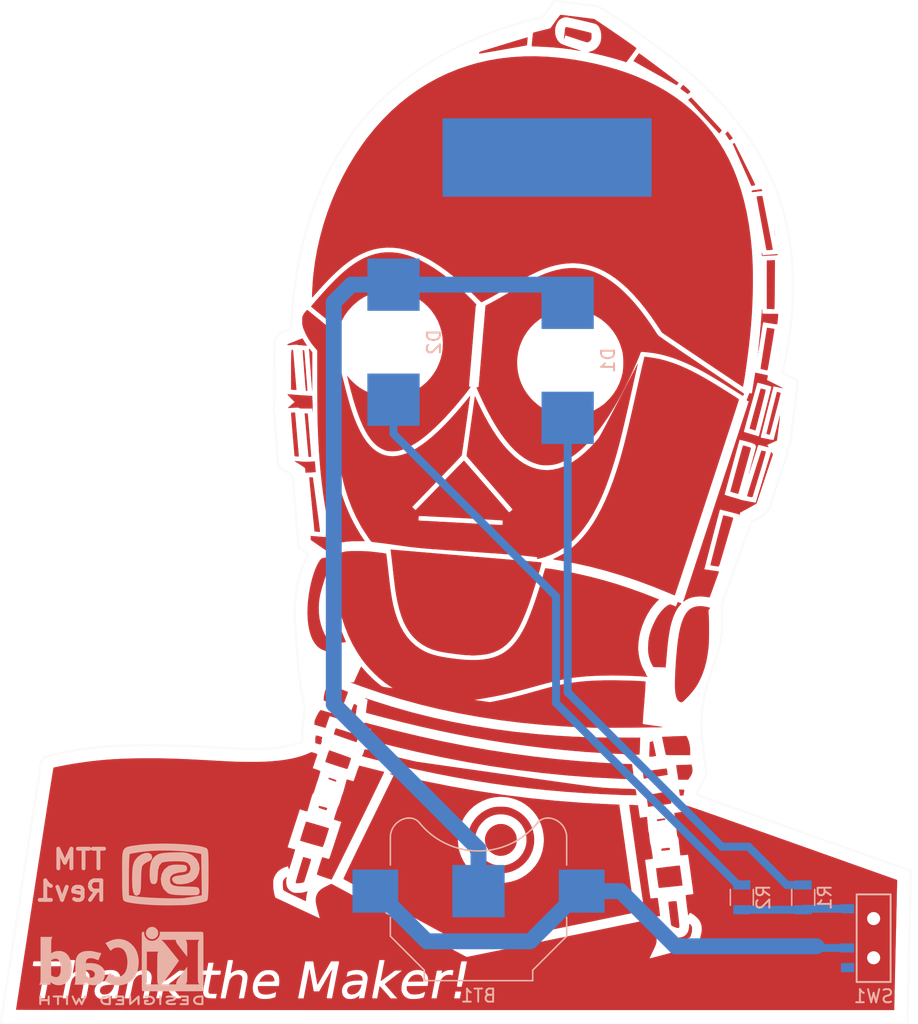
<source format=kicad_pcb>
(kicad_pcb (version 20171130) (host pcbnew "(5.0.0)")
  (layers (0 F.Cu signal) (31 B.Cu signal) (34 B.Paste user) (35 F.Paste user) (36 B.SilkS user) (37 F.SilkS user) (38 B.Mask user) (39 F.Mask user) (44 Edge.Cuts user))
  (net 0 "")
  (net 1 "Net-(BT1-Pad1)")
  (net 2 "Net-(BT1-Pad2)")
  (net 3 "Net-(D1-Pad2)")
  (net 4 "Net-(SW1-Pad3)")
  (net 5 "Net-(D2-Pad2)")
  (net 6 "Net-(R1-Pad1)")
  (module ttm:c3po_FCu_Text (layer F.Cu) (at 147 84)
    (fp_text reference "Front CU Text" hide)
    (fp_text value LOGO hide)
    (fp_poly (pts (xy 3.738903 23.893497) (xy 3.955934 23.968666) (xy 4.155908 24.082677) (xy 4.332464 24.23156) (xy 4.479241 24.411341) (xy 4.589882 24.618048) (xy 4.625478 24.71651) (xy 4.658733 24.873729) (xy 4.672492 25.054836) (xy 4.66651 25.237743) (xy 4.640543 25.400357) (xy 4.633329 25.427139) (xy 4.543971 25.646488) (xy 4.414652 25.840735) (xy 4.251544 26.006041) (xy 4.060823 26.138566) (xy 3.848661 26.234471) (xy 3.621233 26.289917) (xy 3.384713 26.301064) (xy 3.2512 26.286626) (xy 3.032073 26.225771) (xy 2.8306 26.122454) (xy 2.651327 25.982986) (xy 2.498797 25.813676) (xy 2.377556 25.620834) (xy 2.292148 25.41077) (xy 2.247118 25.189795) (xy 2.24701 24.964218) (xy 2.255205 24.90375) (xy 2.319376 24.6653) (xy 2.426572 24.448392) (xy 2.571897 24.257944) (xy 2.750452 24.098874) (xy 2.95734 23.976099) (xy 3.187664 23.894538) (xy 3.279104 23.875577) (xy 3.511172 23.861143) (xy 3.738903 23.893497)) (layer F.Cu) (width 0.01))
    (fp_poly (pts (xy 23.384483 -9.445162) (xy 23.446215 -9.433816) (xy 23.526418 -9.41527) (xy 23.610037 -9.393349) (xy 23.682016 -9.37188) (xy 23.727301 -9.354686) (xy 23.735044 -9.349231) (xy 23.730903 -9.32206) (xy 23.715104 -9.250095) (xy 23.688724 -9.137717) (xy 23.652841 -8.989311) (xy 23.608533 -8.80926) (xy 23.556876 -8.601945) (xy 23.498948 -8.371751) (xy 23.435827 -8.12306) (xy 23.378247 -7.897873) (xy 23.310396 -7.633384) (xy 23.245659 -7.381006) (xy 23.185258 -7.145499) (xy 23.130412 -6.931621) (xy 23.082343 -6.744131) (xy 23.042269 -6.587789) (xy 23.011411 -6.467353) (xy 22.990989 -6.387582) (xy 22.983013 -6.35635) (xy 22.963169 -6.291702) (xy 22.945144 -6.254618) (xy 22.939534 -6.250986) (xy 22.909454 -6.259305) (xy 22.843343 -6.279201) (xy 22.753599 -6.306921) (xy 22.7203 -6.317338) (xy 22.626712 -6.347174) (xy 22.554025 -6.37123) (xy 22.514003 -6.385578) (xy 22.509893 -6.387576) (xy 22.51523 -6.412339) (xy 22.53287 -6.480949) (xy 22.561408 -6.588336) (xy 22.599442 -6.729429) (xy 22.645568 -6.899158) (xy 22.698383 -7.092454) (xy 22.756483 -7.304247) (xy 22.818466 -7.529467) (xy 22.882928 -7.763043) (xy 22.948465 -7.999906) (xy 23.013675 -8.234987) (xy 23.077154 -8.463214) (xy 23.137499 -8.679518) (xy 23.193307 -8.87883) (xy 23.243174 -9.056079) (xy 23.285697 -9.206195) (xy 23.319473 -9.324108) (xy 23.343098 -9.404749) (xy 23.355169 -9.443048) (xy 23.356276 -9.445481) (xy 23.384483 -9.445162)) (layer F.Cu) (width 0.01))
    (fp_poly (pts (xy 3.681308 22.548701) (xy 3.87229 22.562481) (xy 4.041698 22.589891) (xy 4.203881 22.634111) (xy 4.373192 22.69832) (xy 4.56398 22.785697) (xy 4.5847 22.795786) (xy 4.897395 22.975943) (xy 5.176406 23.192603) (xy 5.419459 23.442341) (xy 5.624282 23.721737) (xy 5.788603 24.027369) (xy 5.910149 24.355814) (xy 5.986648 24.703651) (xy 6.011483 24.944349) (xy 6.007639 25.293159) (xy 5.957312 25.629073) (xy 5.863836 25.94914) (xy 5.730545 26.250411) (xy 5.560772 26.529936) (xy 5.357851 26.784765) (xy 5.125115 27.011948) (xy 4.8659 27.208535) (xy 4.583537 27.371575) (xy 4.281362 27.49812) (xy 3.962708 27.585218) (xy 3.630908 27.62992) (xy 3.289297 27.629276) (xy 3.015994 27.595004) (xy 2.671544 27.507722) (xy 2.347659 27.375966) (xy 2.04775 27.203076) (xy 1.775225 26.992393) (xy 1.533496 26.747258) (xy 1.325973 26.471014) (xy 1.156067 26.166999) (xy 1.027188 25.838557) (xy 0.960042 25.580812) (xy 0.930798 25.378516) (xy 0.918502 25.149669) (xy 0.919699 25.0825) (xy 1.513875 25.0825) (xy 1.514655 25.235693) (xy 1.517971 25.350595) (xy 1.525286 25.439705) (xy 1.538066 25.515521) (xy 1.557772 25.590539) (xy 1.582302 25.6667) (xy 1.706199 25.960516) (xy 1.867884 26.224904) (xy 2.063177 26.457284) (xy 2.287896 26.655078) (xy 2.53786 26.815708) (xy 2.808887 26.936593) (xy 3.096797 27.015155) (xy 3.397407 27.048815) (xy 3.706536 27.034995) (xy 3.783158 27.024062) (xy 4.077658 26.951748) (xy 4.3519 26.83628) (xy 4.602593 26.682125) (xy 4.826443 26.493752) (xy 5.02016 26.27563) (xy 5.180451 26.032227) (xy 5.304025 25.768012) (xy 5.38759 25.487452) (xy 5.427853 25.195016) (xy 5.421524 24.895172) (xy 5.411446 24.813845) (xy 5.342608 24.507629) (xy 5.231142 24.223439) (xy 5.080941 23.964494) (xy 4.895894 23.734015) (xy 4.679892 23.535221) (xy 4.436826 23.371331) (xy 4.170586 23.245565) (xy 3.885063 23.161143) (xy 3.584147 23.121285) (xy 3.366538 23.121617) (xy 3.161588 23.139739) (xy 2.984656 23.17225) (xy 2.815652 23.224512) (xy 2.634491 23.301885) (xy 2.5654 23.33544) (xy 2.446984 23.397849) (xy 2.348705 23.459756) (xy 2.255361 23.53239) (xy 2.151753 23.626984) (xy 2.092627 23.68476) (xy 1.913611 23.880091) (xy 1.773295 24.077047) (xy 1.66165 24.291614) (xy 1.582302 24.4983) (xy 1.555205 24.58311) (xy 1.536337 24.657602) (xy 1.524235 24.734274) (xy 1.517434 24.825623) (xy 1.514471 24.944148) (xy 1.513875 25.0825) (xy 0.919699 25.0825) (xy 0.922733 24.912305) (xy 0.94307 24.684453) (xy 0.979091 24.484147) (xy 0.986313 24.455743) (xy 1.102054 24.115638) (xy 1.260103 23.798213) (xy 1.45706 23.507479) (xy 1.689527 23.247446) (xy 1.954104 23.022125) (xy 2.247393 22.835526) (xy 2.438026 22.742827) (xy 2.612726 22.671225) (xy 2.767371 22.618807) (xy 2.916281 22.58279) (xy 3.073776 22.560393) (xy 3.254178 22.548833) (xy 3.4544 22.545372) (xy 3.681308 22.548701)) (layer F.Cu) (width 0.01))
    (fp_poly (pts (xy -2.923419 35.386377) (xy -2.807298 35.399148) (xy -2.722979 35.425225) (xy -2.669822 35.45639) (xy -2.585303 35.543444) (xy -2.522628 35.660219) (xy -2.491496 35.787112) (xy -2.489758 35.82035) (xy -2.4892 35.9156) (xy -2.942855 35.9156) (xy -3.099057 35.916507) (xy -3.246201 35.919021) (xy -3.373205 35.922828) (xy -3.468989 35.927615) (xy -3.514355 35.931752) (xy -3.588875 35.938453) (xy -3.624518 35.930747) (xy -3.631962 35.912702) (xy -3.616523 35.859086) (xy -3.576864 35.781736) (xy -3.522222 35.695144) (xy -3.461834 35.613804) (xy -3.404938 35.552207) (xy -3.398744 35.546797) (xy -3.253409 35.448256) (xy -3.100505 35.396101) (xy -2.927634 35.386148) (xy -2.923419 35.386377)) (layer F.Cu) (width 0.01))
    (fp_poly (pts (xy -7.226095 36.248678) (xy -7.285387 36.431725) (xy -7.379243 36.59754) (xy -7.50012 36.735597) (xy -7.640474 36.835371) (xy -7.650115 36.840292) (xy -7.785568 36.888812) (xy -7.928275 36.907945) (xy -8.062325 36.897194) (xy -8.171067 36.856519) (xy -8.247657 36.782508) (xy -8.290795 36.682673) (xy -8.299685 36.570102) (xy -8.273534 36.457883) (xy -8.211549 36.359101) (xy -8.201855 36.348962) (xy -8.123783 36.288627) (xy -8.02143 36.242802) (xy -7.888082 36.209749) (xy -7.717025 36.187733) (xy -7.53467 36.176301) (xy -7.208039 36.162656) (xy -7.226095 36.248678)) (layer F.Cu) (width 0.01))
    (fp_poly (pts (xy -14.300735 35.387079) (xy -14.147773 35.418957) (xy -14.027407 35.489446) (xy -13.94094 35.59746) (xy -13.892899 35.727065) (xy -13.878664 35.792284) (xy -13.874386 35.840408) (xy -13.886175 35.874035) (xy -13.920143 35.895763) (xy -13.982399 35.908189) (xy -14.079054 35.91391) (xy -14.216221 35.915523) (xy -14.336467 35.9156) (xy -14.489868 35.916475) (xy -14.633785 35.918897) (xy -14.757033 35.922559) (xy -14.848426 35.927153) (xy -14.887205 35.930725) (xy -14.958728 35.936141) (xy -15.007624 35.931985) (xy -15.016611 35.927631) (xy -15.01878 35.892349) (xy -14.994366 35.830151) (xy -14.950163 35.752415) (xy -14.892967 35.670522) (xy -14.829573 35.59585) (xy -14.802634 35.569287) (xy -14.655513 35.460674) (xy -14.499311 35.400287) (xy -14.327057 35.385595) (xy -14.300735 35.387079)) (layer F.Cu) (width 0.01))
    (fp_poly (pts (xy -26.172127 36.27353) (xy -26.223263 36.43966) (xy -26.32186 36.604425) (xy -26.394475 36.691561) (xy -26.521181 36.805021) (xy -26.656261 36.873798) (xy -26.813095 36.903765) (xy -26.88376 36.9062) (xy -26.978087 36.904331) (xy -27.039309 36.894795) (xy -27.085089 36.871694) (xy -27.133091 36.829132) (xy -27.142441 36.81984) (xy -27.197381 36.756854) (xy -27.222535 36.697277) (xy -27.228701 36.614879) (xy -27.228706 36.61029) (xy -27.210653 36.481542) (xy -27.155481 36.376411) (xy -27.061341 36.293937) (xy -26.926387 36.23316) (xy -26.748772 36.193121) (xy -26.526647 36.172859) (xy -26.381004 36.169791) (xy -26.155508 36.1696) (xy -26.172127 36.27353)) (layer F.Cu) (width 0.01))
    (fp_poly (pts (xy 8.504431 -37.10366) (xy 8.585719 -37.0875) (xy 8.701625 -37.062509) (xy 8.845494 -37.030277) (xy 9.010673 -36.992394) (xy 9.190508 -36.95045) (xy 9.378345 -36.906034) (xy 9.56753 -36.860735) (xy 9.751409 -36.816145) (xy 9.923329 -36.773852) (xy 10.076636 -36.735446) (xy 10.204675 -36.702517) (xy 10.300793 -36.676654) (xy 10.358336 -36.659448) (xy 10.371885 -36.653675) (xy 10.38706 -36.612936) (xy 10.397305 -36.532285) (xy 10.401289 -36.422482) (xy 10.4013 -36.41598) (xy 10.398004 -36.295866) (xy 10.386371 -36.211044) (xy 10.363779 -36.146329) (xy 10.3505 -36.121673) (xy 10.281955 -36.041153) (xy 10.190053 -35.978511) (xy 10.093787 -35.94538) (xy 10.058796 -35.942981) (xy 10.019802 -35.951369) (xy 9.938989 -35.974235) (xy 9.822602 -36.009621) (xy 9.67689 -36.055569) (xy 9.5081 -36.110121) (xy 9.322479 -36.17132) (xy 9.207809 -36.209681) (xy 9.017807 -36.273432) (xy 8.843385 -36.331662) (xy 8.690325 -36.382466) (xy 8.564405 -36.423937) (xy 8.471408 -36.454166) (xy 8.417114 -36.471248) (xy 8.40538 -36.4744) (xy 8.390682 -36.452129) (xy 8.367555 -36.394054) (xy 8.34385 -36.321838) (xy 8.31852 -36.244812) (xy 8.29782 -36.193763) (xy 8.286934 -36.179999) (xy 8.286168 -36.207996) (xy 8.292669 -36.274918) (xy 8.30519 -36.369611) (xy 8.316405 -36.443542) (xy 8.334057 -36.566678) (xy 8.347762 -36.685324) (xy 8.355545 -36.781245) (xy 8.3566 -36.814797) (xy 8.36507 -36.910783) (xy 8.38723 -37.000337) (xy 8.4182 -37.070129) (xy 8.4531 -37.106825) (xy 8.464414 -37.1094) (xy 8.504431 -37.10366)) (layer F.Cu) (width 0.01))
    (fp_poly (pts (xy 5.501538 -36.315328) (xy 5.505731 -36.284839) (xy 5.504292 -36.21653) (xy 5.498417 -36.122919) (xy 5.489302 -36.016527) (xy 5.478142 -35.909873) (xy 5.466133 -35.815475) (xy 5.45447 -35.745853) (xy 5.444349 -35.713526) (xy 5.444044 -35.713229) (xy 5.417358 -35.706897) (xy 5.345447 -35.692795) (xy 5.233152 -35.671772) (xy 5.08531 -35.644679) (xy 4.906761 -35.612365) (xy 4.702343 -35.575678) (xy 4.476897 -35.535469) (xy 4.235261 -35.492587) (xy 3.982273 -35.447881) (xy 3.722774 -35.402201) (xy 3.461601 -35.356395) (xy 3.203595 -35.311315) (xy 2.953594 -35.267807) (xy 2.716438 -35.226724) (xy 2.496965 -35.188913) (xy 2.300014 -35.155224) (xy 2.130425 -35.126506) (xy 1.993036 -35.103609) (xy 1.892687 -35.087383) (xy 1.834217 -35.078676) (xy 1.821736 -35.0774) (xy 1.807784 -35.099115) (xy 1.8034 -35.138931) (xy 1.816649 -35.187819) (xy 1.864729 -35.219163) (xy 1.88595 -35.226544) (xy 1.90421 -35.232272) (xy 1.930572 -35.240458) (xy 1.967815 -35.251951) (xy 2.018714 -35.267602) (xy 2.086049 -35.288259) (xy 2.172597 -35.314772) (xy 2.281136 -35.34799) (xy 2.414443 -35.388764) (xy 2.575297 -35.437941) (xy 2.766475 -35.496373) (xy 2.990754 -35.564908) (xy 3.250914 -35.644396) (xy 3.549731 -35.735687) (xy 3.889984 -35.839629) (xy 4.274449 -35.957073) (xy 4.51607 -36.03088) (xy 4.72861 -36.095403) (xy 4.925748 -36.15448) (xy 5.102264 -36.206604) (xy 5.252936 -36.250268) (xy 5.372544 -36.283964) (xy 5.455868 -36.306186) (xy 5.497685 -36.315428) (xy 5.501538 -36.315328)) (layer F.Cu) (width 0.01))
    (fp_poly (pts (xy 1.397 -35.0647) (xy 1.3843 -35.052) (xy 1.3716 -35.0647) (xy 1.3843 -35.0774) (xy 1.397 -35.0647)) (layer F.Cu) (width 0.01))
    (fp_poly (pts (xy 8.046838 -38.040193) (xy 8.12246 -38.033221) (xy 8.238718 -38.020824) (xy 8.390743 -38.00357) (xy 8.573663 -37.982024) (xy 8.782611 -37.956755) (xy 9.012715 -37.928329) (xy 9.259107 -37.897313) (xy 9.327212 -37.888642) (xy 10.608935 -37.72507) (xy 11.184033 -37.341116) (xy 11.46375 -37.153733) (xy 11.742388 -36.965865) (xy 12.016763 -36.779737) (xy 12.283692 -36.597572) (xy 12.539989 -36.421595) (xy 12.782471 -36.25403) (xy 13.007953 -36.097101) (xy 13.213252 -35.953032) (xy 13.395182 -35.824047) (xy 13.55056 -35.712371) (xy 13.676201 -35.620228) (xy 13.768922 -35.549842) (xy 13.825538 -35.503437) (xy 13.843 -35.483835) (xy 13.828479 -35.457942) (xy 13.788224 -35.398375) (xy 13.727196 -35.311839) (xy 13.650354 -35.205043) (xy 13.562658 -35.084693) (xy 13.46907 -34.957495) (xy 13.374549 -34.830157) (xy 13.284055 -34.709385) (xy 13.202549 -34.601887) (xy 13.134991 -34.514368) (xy 13.086342 -34.453537) (xy 13.06156 -34.4261) (xy 13.060083 -34.42524) (xy 13.027625 -34.430606) (xy 12.966813 -34.449402) (xy 12.9413 -34.458554) (xy 12.808041 -34.504575) (xy 12.633186 -34.559563) (xy 12.424711 -34.621385) (xy 12.190593 -34.687905) (xy 11.938806 -34.756987) (xy 11.677327 -34.826495) (xy 11.414132 -34.894296) (xy 11.157196 -34.958253) (xy 10.914495 -35.016232) (xy 10.694006 -35.066096) (xy 10.586305 -35.089038) (xy 10.425177 -35.122368) (xy 10.309075 -35.146934) (xy 10.233384 -35.164763) (xy 10.19349 -35.177883) (xy 10.184777 -35.188322) (xy 10.202632 -35.198107) (xy 10.242439 -35.209266) (xy 10.287 -35.220547) (xy 10.512538 -35.301808) (xy 10.707447 -35.422355) (xy 10.830106 -35.53363) (xy 10.964587 -35.698126) (xy 11.059993 -35.872586) (xy 11.119833 -36.066566) (xy 11.147616 -36.289622) (xy 11.1506 -36.406221) (xy 11.135513 -36.638251) (xy 11.091948 -36.848667) (xy 11.022447 -37.031837) (xy 10.929553 -37.18213) (xy 10.815809 -37.293915) (xy 10.726401 -37.345694) (xy 10.678947 -37.361235) (xy 10.588483 -37.386187) (xy 10.461606 -37.419009) (xy 10.304911 -37.458158) (xy 10.124994 -37.502094) (xy 9.928451 -37.549273) (xy 9.721876 -37.598154) (xy 9.511867 -37.647195) (xy 9.305019 -37.694855) (xy 9.107926 -37.739591) (xy 8.927187 -37.779861) (xy 8.769395 -37.814125) (xy 8.641146 -37.840839) (xy 8.549037 -37.858462) (xy 8.504462 -37.865108) (xy 8.328477 -37.856773) (xy 8.156399 -37.802779) (xy 7.99766 -37.707968) (xy 7.861692 -37.57718) (xy 7.811526 -37.509506) (xy 7.703493 -37.306685) (xy 7.634927 -37.089565) (xy 7.604683 -36.865406) (xy 7.611612 -36.64147) (xy 7.654567 -36.425019) (xy 7.732402 -36.223315) (xy 7.843968 -36.043619) (xy 7.988119 -35.893193) (xy 8.0772 -35.827907) (xy 8.123721 -35.805456) (xy 8.211606 -35.769914) (xy 8.33389 -35.723835) (xy 8.483605 -35.66977) (xy 8.653784 -35.610271) (xy 8.837461 -35.547893) (xy 8.882316 -35.53293) (xy 9.062232 -35.472838) (xy 9.225141 -35.417867) (xy 9.365192 -35.370038) (xy 9.47653 -35.331371) (xy 9.553303 -35.303884) (xy 9.589658 -35.289597) (xy 9.591776 -35.28811) (xy 9.565494 -35.289156) (xy 9.501162 -35.297755) (xy 9.410687 -35.312237) (xy 9.370859 -35.319123) (xy 8.771099 -35.413393) (xy 8.13383 -35.491827) (xy 7.470164 -35.553307) (xy 6.791214 -35.596711) (xy 6.483588 -35.610051) (xy 6.307875 -35.616811) (xy 6.149838 -35.623413) (xy 6.016279 -35.62953) (xy 5.914003 -35.634835) (xy 5.849814 -35.639002) (xy 5.830255 -35.641435) (xy 5.828115 -35.671832) (xy 5.831271 -35.74294) (xy 5.838755 -35.845416) (xy 5.849602 -35.969914) (xy 5.862843 -36.107091) (xy 5.87751 -36.247601) (xy 5.892637 -36.382101) (xy 5.907257 -36.501246) (xy 5.920401 -36.595691) (xy 5.931102 -36.656092) (xy 5.9371 -36.673541) (xy 5.968219 -36.683966) (xy 6.041848 -36.704687) (xy 6.15116 -36.733905) (xy 6.289324 -36.76982) (xy 6.449513 -36.810632) (xy 6.609032 -36.850601) (xy 7.253777 -37.010902) (xy 7.620865 -37.520519) (xy 7.723296 -37.661594) (xy 7.817047 -37.788579) (xy 7.897747 -37.895726) (xy 7.961028 -37.977288) (xy 8.00252 -38.027518) (xy 8.016721 -38.041175) (xy 8.046838 -38.040193)) (layer F.Cu) (width 0.01))
    (fp_poly (pts (xy 14.070361 -35.084836) (xy 14.129988 -35.043204) (xy 14.222894 -34.976422) (xy 14.345433 -34.887205) (xy 14.493961 -34.778264) (xy 14.664832 -34.652312) (xy 14.854401 -34.512062) (xy 15.059022 -34.360228) (xy 15.275052 -34.199521) (xy 15.498844 -34.032655) (xy 15.726754 -33.862342) (xy 15.955136 -33.691295) (xy 16.180346 -33.522227) (xy 16.398737 -33.357851) (xy 16.606666 -33.200879) (xy 16.800487 -33.054025) (xy 16.976554 -32.920001) (xy 17.034529 -32.875692) (xy 17.054851 -32.852267) (xy 17.049231 -32.821889) (xy 17.013909 -32.770851) (xy 17.001422 -32.755043) (xy 16.955766 -32.701217) (xy 16.923511 -32.669381) (xy 16.9164 -32.665573) (xy 16.892695 -32.677812) (xy 16.828111 -32.712853) (xy 16.72614 -32.768763) (xy 16.590277 -32.843613) (xy 16.424013 -32.935468) (xy 16.230842 -33.042399) (xy 16.014256 -33.162473) (xy 15.777749 -33.293759) (xy 15.524814 -33.434324) (xy 15.265944 -33.57834) (xy 15.000366 -33.726391) (xy 14.747964 -33.867537) (xy 14.512222 -33.999802) (xy 14.296625 -34.121211) (xy 14.104655 -34.22979) (xy 13.939797 -34.323561) (xy 13.805534 -34.40055) (xy 13.705351 -34.458782) (xy 13.642731 -34.49628) (xy 13.621173 -34.510981) (xy 13.632832 -34.537928) (xy 13.66898 -34.595849) (xy 13.722965 -34.675579) (xy 13.788138 -34.767955) (xy 13.857847 -34.863813) (xy 13.925441 -34.95399) (xy 13.98427 -35.029322) (xy 14.027682 -35.080644) (xy 14.047657 -35.098606) (xy 14.070361 -35.084836)) (layer F.Cu) (width 0.01))
    (fp_poly (pts (xy 17.4478 -32.664267) (xy 17.480349 -32.639075) (xy 17.541493 -32.585895) (xy 17.623185 -32.511925) (xy 17.717376 -32.424362) (xy 17.7419 -32.401224) (xy 17.844841 -32.304397) (xy 17.914542 -32.236001) (xy 17.952975 -32.187852) (xy 17.962109 -32.151763) (xy 17.943917 -32.119551) (xy 17.900369 -32.083028) (xy 17.833437 -32.034011) (xy 17.8308 -32.032046) (xy 17.7673 -31.98468) (xy 17.4879 -32.187313) (xy 17.38578 -32.262527) (xy 17.300395 -32.327613) (xy 17.239282 -32.376657) (xy 17.209979 -32.403743) (xy 17.2085 -32.406523) (xy 17.222705 -32.433844) (xy 17.259823 -32.488984) (xy 17.3081 -32.555016) (xy 17.3675 -32.628165) (xy 17.408955 -32.663669) (xy 17.440301 -32.667658) (xy 17.4478 -32.664267)) (layer F.Cu) (width 0.01))
    (fp_poly (pts (xy 18.05733 -31.697995) (xy 18.109784 -31.644394) (xy 18.189565 -31.561097) (xy 18.293211 -31.451827) (xy 18.417258 -31.320306) (xy 18.558241 -31.170255) (xy 18.712699 -31.005399) (xy 18.877165 -30.829458) (xy 19.048177 -30.646155) (xy 19.222272 -30.459213) (xy 19.395985 -30.272354) (xy 19.565852 -30.0893) (xy 19.72841 -29.913774) (xy 19.880196 -29.749498) (xy 20.017745 -29.600195) (xy 20.137593 -29.469586) (xy 20.236277 -29.361394) (xy 20.310334 -29.279343) (xy 20.356299 -29.227153) (xy 20.3708 -29.208686) (xy 20.355118 -29.178204) (xy 20.31613 -29.127108) (xy 20.265923 -29.069052) (xy 20.216585 -29.017686) (xy 20.180203 -28.986665) (xy 20.170994 -28.982999) (xy 20.151524 -29.001482) (xy 20.10054 -29.054355) (xy 20.020878 -29.138575) (xy 19.915369 -29.251103) (xy 19.786846 -29.388896) (xy 19.638142 -29.548915) (xy 19.472091 -29.728118) (xy 19.291525 -29.923464) (xy 19.099278 -30.131912) (xy 18.981945 -30.259349) (xy 17.80899 -31.5341) (xy 17.915145 -31.629277) (xy 17.975379 -31.680161) (xy 18.019979 -31.71209) (xy 18.035669 -31.718177) (xy 18.05733 -31.697995)) (layer F.Cu) (width 0.01))
    (fp_poly (pts (xy 20.861475 -29.077102) (xy 20.911866 -29.012391) (xy 20.973872 -28.930689) (xy 21.040368 -28.841606) (xy 21.104231 -28.754756) (xy 21.158336 -28.679749) (xy 21.195562 -28.626197) (xy 21.208804 -28.603869) (xy 21.189055 -28.584502) (xy 21.139652 -28.549403) (xy 21.075057 -28.508029) (xy 21.00973 -28.469836) (xy 20.979877 -28.454176) (xy 20.96168 -28.471496) (xy 20.922192 -28.52346) (xy 20.867379 -28.601849) (xy 20.808356 -28.690527) (xy 20.650057 -28.933402) (xy 20.730949 -29.034061) (xy 20.779797 -29.087477) (xy 20.817233 -29.115178) (xy 20.829821 -29.11521) (xy 20.861475 -29.077102)) (layer F.Cu) (width 0.01))
    (fp_poly (pts (xy 22.155508 -26.631318) (xy 22.313171 -26.315558) (xy 22.449184 -26.042217) (xy 22.564895 -25.808418) (xy 22.661654 -25.611285) (xy 22.740811 -25.44794) (xy 22.803713 -25.315508) (xy 22.851711 -25.211112) (xy 22.886154 -25.131875) (xy 22.908392 -25.074922) (xy 22.919772 -25.037375) (xy 22.921646 -25.016357) (xy 22.916388 -25.009217) (xy 22.865166 -24.997985) (xy 22.788103 -24.984808) (xy 22.756067 -24.980066) (xy 22.639435 -24.963637) (xy 21.926576 -26.566687) (xy 21.213718 -28.169736) (xy 21.282328 -28.205216) (xy 21.350938 -28.240695) (xy 22.155508 -26.631318)) (layer F.Cu) (width 0.01))
    (fp_poly (pts (xy 23.403401 -24.699986) (xy 23.438475 -24.653046) (xy 23.440366 -24.648971) (xy 23.46029 -24.598337) (xy 23.4642 -24.573422) (xy 23.437957 -24.568156) (xy 23.372113 -24.558761) (xy 23.277577 -24.546525) (xy 23.165259 -24.532739) (xy 23.046067 -24.518689) (xy 22.930912 -24.505666) (xy 22.830702 -24.494957) (xy 22.756347 -24.48785) (xy 22.720717 -24.4856) (xy 22.677674 -24.50624) (xy 22.66533 -24.525408) (xy 22.663504 -24.570309) (xy 22.672477 -24.585029) (xy 22.705111 -24.596148) (xy 22.777448 -24.611812) (xy 22.878823 -24.629947) (xy 22.99857 -24.648481) (xy 22.9997 -24.648644) (xy 23.123168 -24.66678) (xy 23.231981 -24.683487) (xy 23.31412 -24.696872) (xy 23.356865 -24.704875) (xy 23.403401 -24.699986)) (layer F.Cu) (width 0.01))
    (fp_poly (pts (xy 24.400933 -21.454534) (xy 24.403973 -21.42439) (xy 24.400933 -21.420667) (xy 24.385833 -21.424154) (xy 24.384 -21.4376) (xy 24.393293 -21.458508) (xy 24.400933 -21.454534)) (layer F.Cu) (width 0.01))
    (fp_poly (pts (xy 24.426333 -21.327534) (xy 24.429373 -21.29739) (xy 24.426333 -21.293667) (xy 24.411233 -21.297154) (xy 24.4094 -21.3106) (xy 24.418693 -21.331508) (xy 24.426333 -21.327534)) (layer F.Cu) (width 0.01))
    (fp_poly (pts (xy 24.451733 -21.200534) (xy 24.454773 -21.17039) (xy 24.451733 -21.166667) (xy 24.436633 -21.170154) (xy 24.4348 -21.1836) (xy 24.444093 -21.204508) (xy 24.451733 -21.200534)) (layer F.Cu) (width 0.01))
    (fp_poly (pts (xy 23.468807 -24.183951) (xy 23.474483 -24.181997) (xy 23.481318 -24.156101) (xy 23.496817 -24.084908) (xy 23.520101 -23.972917) (xy 23.550295 -23.824626) (xy 23.586521 -23.644535) (xy 23.627901 -23.437142) (xy 23.673558 -23.206947) (xy 23.722615 -22.958448) (xy 23.774195 -22.696145) (xy 23.827421 -22.424536) (xy 23.881414 -22.148121) (xy 23.935299 -21.871397) (xy 23.988198 -21.598865) (xy 24.039233 -21.335023) (xy 24.087528 -21.08437) (xy 24.132205 -20.851406) (xy 24.172387 -20.640628) (xy 24.207196 -20.456536) (xy 24.235756 -20.303629) (xy 24.257189 -20.186406) (xy 24.270619 -20.109366) (xy 24.275166 -20.077007) (xy 24.275038 -20.076292) (xy 24.249121 -20.072442) (xy 24.184082 -20.065965) (xy 24.091461 -20.05796) (xy 24.037254 -20.053639) (xy 23.927102 -20.045954) (xy 23.857358 -20.044448) (xy 23.817873 -20.050309) (xy 23.798501 -20.06473) (xy 23.790864 -20.082552) (xy 23.784178 -20.114445) (xy 23.769092 -20.192407) (xy 23.746332 -20.312538) (xy 23.716622 -20.470932) (xy 23.68069 -20.663688) (xy 23.639259 -20.886902) (xy 23.593056 -21.136672) (xy 23.542806 -21.409093) (xy 23.489235 -21.700263) (xy 23.433068 -22.006278) (xy 23.418586 -22.0853) (xy 23.361865 -22.394659) (xy 23.307574 -22.69032) (xy 23.25644 -22.968361) (xy 23.209186 -23.224859) (xy 23.166538 -23.455893) (xy 23.129222 -23.657539) (xy 23.097962 -23.825876) (xy 23.073483 -23.956981) (xy 23.056511 -24.046932) (xy 23.047771 -24.091805) (xy 23.046961 -24.095503) (xy 23.043915 -24.122406) (xy 23.056915 -24.140389) (xy 23.095299 -24.153094) (xy 23.168402 -24.164165) (xy 23.245286 -24.172899) (xy 23.344229 -24.181882) (xy 23.42306 -24.185737) (xy 23.468807 -24.183951)) (layer F.Cu) (width 0.01))
    (fp_poly (pts (xy 23.464005 -19.822206) (xy 23.478214 -19.747621) (xy 23.480327 -19.735011) (xy 23.495215 -19.645321) (xy 23.895157 -19.675627) (xy 24.050296 -19.687518) (xy 24.204223 -19.699554) (xy 24.342285 -19.710573) (xy 24.449828 -19.719414) (xy 24.47925 -19.721926) (xy 24.57567 -19.728758) (xy 24.631791 -19.727581) (xy 24.657666 -19.717131) (xy 24.6634 -19.69876) (xy 24.641582 -19.666353) (xy 24.60625 -19.657859) (xy 24.564521 -19.655958) (xy 24.48049 -19.651638) (xy 24.362573 -19.64535) (xy 24.219187 -19.637544) (xy 24.058748 -19.62867) (xy 24.007531 -19.625811) (xy 23.84716 -19.61735) (xy 23.704627 -19.610812) (xy 23.587473 -19.606461) (xy 23.503241 -19.604562) (xy 23.459473 -19.605381) (xy 23.455081 -19.606385) (xy 23.449228 -19.635885) (xy 23.446213 -19.699346) (xy 23.446205 -19.746384) (xy 23.44891 -19.821284) (xy 23.45454 -19.846659) (xy 23.464005 -19.822206)) (layer F.Cu) (width 0.01))
    (fp_poly (pts (xy 24.444262 -19.274708) (xy 24.444369 -19.274592) (xy 24.444863 -19.248839) (xy 24.444852 -19.177032) (xy 24.444377 -19.063915) (xy 24.443482 -18.914232) (xy 24.442211 -18.732726) (xy 24.440606 -18.52414) (xy 24.43871 -18.293218) (xy 24.436566 -18.044704) (xy 24.434218 -17.78334) (xy 24.431709 -17.513871) (xy 24.429081 -17.24104) (xy 24.426379 -16.969591) (xy 24.423644 -16.704266) (xy 24.420921 -16.44981) (xy 24.418252 -16.210965) (xy 24.415681 -15.992476) (xy 24.41325 -15.799086) (xy 24.41179 -15.69085) (xy 24.407127 -15.591923) (xy 24.395866 -15.538326) (xy 24.37765 -15.524757) (xy 24.340053 -15.527775) (xy 24.264087 -15.531628) (xy 24.162162 -15.535737) (xy 24.08555 -15.538346) (xy 23.8252 -15.546578) (xy 23.8252 -19.246673) (xy 24.131892 -19.264978) (xy 24.250514 -19.271356) (xy 24.348783 -19.275309) (xy 24.4167 -19.276529) (xy 24.444262 -19.274708)) (layer F.Cu) (width 0.01))
    (fp_poly (pts (xy -11.716435 -13.263885) (xy -11.680082 -13.212184) (xy -11.65895 -13.17625) (xy -11.611059 -13.094373) (xy -11.550109 -12.996142) (xy -11.506296 -12.9286) (xy -11.444135 -12.834492) (xy -11.406324 -12.774993) (xy -11.388757 -12.742632) (xy -11.387331 -12.729937) (xy -11.396751 -12.729204) (xy -11.428415 -12.732299) (xy -11.500785 -12.738119) (xy -11.603888 -12.745894) (xy -11.72775 -12.75486) (xy -11.7602 -12.757156) (xy -11.887098 -12.767731) (xy -11.995093 -12.779828) (xy -12.074397 -12.792117) (xy -12.115225 -12.803272) (xy -12.11828 -12.805739) (xy -12.150118 -12.813812) (xy -12.228412 -12.814439) (xy -12.34938 -12.807726) (xy -12.495505 -12.79512) (xy -12.640701 -12.781758) (xy -12.74297 -12.774422) (xy -12.809823 -12.773103) (xy -12.848775 -12.77779) (xy -12.867336 -12.788475) (xy -12.870813 -12.794629) (xy -12.877372 -12.830229) (xy -12.874588 -12.836952) (xy -12.847402 -12.849581) (xy -12.781085 -12.87728) (xy -12.683704 -12.916867) (xy -12.56333 -12.965162) (xy -12.42803 -13.018984) (xy -12.285873 -13.075152) (xy -12.144929 -13.130485) (xy -12.013264 -13.181801) (xy -11.898949 -13.22592) (xy -11.810051 -13.259662) (xy -11.75464 -13.279844) (xy -11.740139 -13.2842) (xy -11.716435 -13.263885)) (layer F.Cu) (width 0.01))
    (fp_poly (pts (xy 23.464359 -15.499755) (xy 23.468166 -15.443633) (xy 23.4696 -15.361986) (xy 23.4696 -15.196105) (xy 23.587445 -15.179953) (xy 23.650199 -15.174837) (xy 23.753352 -15.170388) (xy 23.886504 -15.166882) (xy 24.039256 -15.164595) (xy 24.197045 -15.1638) (xy 24.6888 -15.1638) (xy 24.687581 -15.04315) (xy 24.684364 -14.970894) (xy 24.676694 -14.872274) (xy 24.665865 -14.758737) (xy 24.65317 -14.641729) (xy 24.639904 -14.532696) (xy 24.62736 -14.443085) (xy 24.616834 -14.384342) (xy 24.611194 -14.367552) (xy 24.583903 -14.368422) (xy 24.514015 -14.37668) (xy 24.409025 -14.391269) (xy 24.276429 -14.41113) (xy 24.123722 -14.435207) (xy 24.069573 -14.443998) (xy 23.912162 -14.469359) (xy 23.7727 -14.491106) (xy 23.6586 -14.508142) (xy 23.577274 -14.519372) (xy 23.536135 -14.5237) (xy 23.532622 -14.523408) (xy 23.527438 -14.497585) (xy 23.515311 -14.426732) (xy 23.497075 -14.316018) (xy 23.473562 -14.170616) (xy 23.445605 -13.995694) (xy 23.414037 -13.796424) (xy 23.37969 -13.577977) (xy 23.357587 -13.4366) (xy 23.314777 -13.162337) (xy 23.279104 -12.934364) (xy 23.249895 -12.748776) (xy 23.226479 -12.601669) (xy 23.208187 -12.489137) (xy 23.194346 -12.407273) (xy 23.184286 -12.352174) (xy 23.177335 -12.319932) (xy 23.172822 -12.306643) (xy 23.170077 -12.308402) (xy 23.168429 -12.321302) (xy 23.167746 -12.331734) (xy 23.16956 -12.373056) (xy 23.176447 -12.455332) (xy 23.187495 -12.569068) (xy 23.201795 -12.704771) (xy 23.214002 -12.814334) (xy 23.252894 -13.172531) (xy 23.292136 -13.565495) (xy 23.330266 -13.977227) (xy 23.365822 -14.391724) (xy 23.397344 -14.792988) (xy 23.407713 -14.935194) (xy 23.419873 -15.100045) (xy 23.431524 -15.247207) (xy 23.442023 -15.369358) (xy 23.450723 -15.459175) (xy 23.456979 -15.509335) (xy 23.459009 -15.517277) (xy 23.464359 -15.499755)) (layer F.Cu) (width 0.01))
    (fp_poly (pts (xy 23.155745 -12.240334) (xy 23.157001 -12.235967) (xy 23.16072 -12.180638) (xy 23.15606 -12.159767) (xy 23.147722 -12.158923) (xy 23.144316 -12.198685) (xy 23.144351 -12.2047) (xy 23.148014 -12.244095) (xy 23.155745 -12.240334)) (layer F.Cu) (width 0.01))
    (fp_poly (pts (xy 23.130933 -12.031134) (xy 23.133973 -12.00099) (xy 23.130933 -11.997267) (xy 23.115833 -12.000754) (xy 23.114 -12.0142) (xy 23.123293 -12.035108) (xy 23.130933 -12.031134)) (layer F.Cu) (width 0.01))
    (fp_poly (pts (xy 23.934068 -14.089799) (xy 24.024151 -14.077854) (xy 24.126467 -14.062502) (xy 24.228446 -14.045711) (xy 24.31752 -14.029452) (xy 24.381121 -14.015691) (xy 24.406246 -14.007021) (xy 24.403781 -13.981153) (xy 24.393557 -13.910435) (xy 24.376453 -13.800079) (xy 24.353343 -13.655296) (xy 24.325105 -13.481297) (xy 24.292616 -13.283294) (xy 24.256751 -13.066497) (xy 24.218388 -12.836118) (xy 24.178403 -12.597369) (xy 24.137673 -12.35546) (xy 24.097074 -12.115602) (xy 24.057483 -11.883008) (xy 24.019777 -11.662887) (xy 23.984833 -11.460452) (xy 23.953526 -11.280914) (xy 23.926734 -11.129484) (xy 23.905334 -11.011372) (xy 23.890201 -10.931791) (xy 23.884083 -10.90295) (xy 23.874523 -10.873879) (xy 23.856801 -10.857085) (xy 23.822239 -10.852571) (xy 23.762157 -10.860343) (xy 23.667875 -10.880405) (xy 23.5712 -10.903115) (xy 23.473526 -10.926877) (xy 23.396821 -10.946519) (xy 23.352875 -10.95898) (xy 23.347031 -10.961329) (xy 23.34926 -10.986931) (xy 23.358768 -11.057481) (xy 23.374737 -11.167778) (xy 23.396346 -11.312619) (xy 23.422776 -11.486802) (xy 23.453208 -11.685127) (xy 23.486821 -11.902389) (xy 23.522797 -12.133389) (xy 23.560315 -12.372923) (xy 23.598556 -12.615791) (xy 23.6367 -12.856789) (xy 23.673928 -13.090717) (xy 23.70942 -13.312371) (xy 23.742356 -13.516552) (xy 23.771916 -13.698055) (xy 23.797282 -13.85168) (xy 23.817634 -13.972225) (xy 23.832151 -14.054487) (xy 23.840014 -14.093265) (xy 23.840875 -14.095591) (xy 23.868787 -14.096367) (xy 23.934068 -14.089799)) (layer F.Cu) (width 0.01))
    (fp_poly (pts (xy 6.902586 -34.843504) (xy 7.832886 -34.771225) (xy 8.2804 -34.721298) (xy 9.122352 -34.602743) (xy 9.961597 -34.454193) (xy 10.79068 -34.277508) (xy 11.602149 -34.074547) (xy 12.388549 -33.847168) (xy 13.142426 -33.597231) (xy 13.8303 -33.337122) (xy 14.628874 -32.991295) (xy 15.387754 -32.614023) (xy 16.107469 -32.204888) (xy 16.788548 -31.76347) (xy 17.43152 -31.289352) (xy 18.036914 -30.782116) (xy 18.60526 -30.241343) (xy 19.137087 -29.666615) (xy 19.632923 -29.057514) (xy 20.093299 -28.413622) (xy 20.129603 -28.3591) (xy 20.540611 -27.693804) (xy 20.916997 -26.991537) (xy 21.258674 -26.252583) (xy 21.565555 -25.477228) (xy 21.83755 -24.665759) (xy 22.074573 -23.81846) (xy 22.276535 -22.935617) (xy 22.443348 -22.017516) (xy 22.574925 -21.064443) (xy 22.66801 -20.1168) (xy 22.702207 -19.635944) (xy 22.727576 -19.157602) (xy 22.744439 -18.670503) (xy 22.753118 -18.163372) (xy 22.753933 -17.624935) (xy 22.750142 -17.2339) (xy 22.734327 -16.486062) (xy 22.707254 -15.768782) (xy 22.667856 -15.064202) (xy 22.615064 -14.35446) (xy 22.547814 -13.621695) (xy 22.515723 -13.3096) (xy 22.48498 -13.027668) (xy 22.451152 -12.732926) (xy 22.414833 -12.429532) (xy 22.376618 -12.121639) (xy 22.337099 -11.813403) (xy 22.296871 -11.508978) (xy 22.256528 -11.212521) (xy 22.216663 -10.928185) (xy 22.177869 -10.660127) (xy 22.140742 -10.412501) (xy 22.105874 -10.189462) (xy 22.073859 -9.995165) (xy 22.045292 -9.833766) (xy 22.020765 -9.70942) (xy 22.000873 -9.626281) (xy 21.98621 -9.588505) (xy 21.9837 -9.586683) (xy 21.960057 -9.599928) (xy 21.896671 -9.640034) (xy 21.795898 -9.705431) (xy 21.660093 -9.79455) (xy 21.491612 -9.905821) (xy 21.292811 -10.037675) (xy 21.066046 -10.188542) (xy 20.813673 -10.356854) (xy 20.538047 -10.54104) (xy 20.241526 -10.739531) (xy 19.926464 -10.950757) (xy 19.595218 -11.173149) (xy 19.250143 -11.405139) (xy 18.893595 -11.645155) (xy 18.879458 -11.654678) (xy 15.800617 -13.7287) (xy 15.422114 -14.3002) (xy 14.970558 -14.957871) (xy 14.520236 -15.565112) (xy 14.070623 -16.122264) (xy 13.621193 -16.629669) (xy 13.17142 -17.087667) (xy 12.720779 -17.496598) (xy 12.268743 -17.856803) (xy 11.814788 -18.168623) (xy 11.358388 -18.432398) (xy 10.899017 -18.648468) (xy 10.436149 -18.817174) (xy 9.969258 -18.938858) (xy 9.49782 -19.013858) (xy 9.021307 -19.042517) (xy 8.539196 -19.025174) (xy 8.1915 -18.984869) (xy 7.925548 -18.940091) (xy 7.661981 -18.88442) (xy 7.397119 -18.816259) (xy 7.127285 -18.734014) (xy 6.8488 -18.636087) (xy 6.557984 -18.520884) (xy 6.251159 -18.386809) (xy 5.924647 -18.232265) (xy 5.574768 -18.055658) (xy 5.197844 -17.855391) (xy 4.790196 -17.629868) (xy 4.348145 -17.377494) (xy 3.9497 -17.144851) (xy 3.615771 -16.949072) (xy 3.319119 -16.777076) (xy 3.053996 -16.625639) (xy 2.814655 -16.491535) (xy 2.595347 -16.371539) (xy 2.390324 -16.262425) (xy 2.220942 -16.174778) (xy 1.965385 -16.044288) (xy 1.52238 -16.486694) (xy 0.934075 -17.057202) (xy 0.359928 -17.579446) (xy -0.200604 -18.05379) (xy -0.748061 -18.480595) (xy -1.282986 -18.860226) (xy -1.805923 -19.193044) (xy -2.317412 -19.479413) (xy -2.817996 -19.719695) (xy -3.308218 -19.914254) (xy -3.788619 -20.063452) (xy -3.844461 -20.078025) (xy -4.339917 -20.180264) (xy -4.832455 -20.23333) (xy -5.319755 -20.237346) (xy -5.799495 -20.192429) (xy -6.269352 -20.0987) (xy -6.727006 -19.95628) (xy -6.809409 -19.924895) (xy -7.136446 -19.784352) (xy -7.461986 -19.618957) (xy -7.788654 -19.426586) (xy -8.119076 -19.205114) (xy -8.455878 -18.952419) (xy -8.801686 -18.666376) (xy -9.159126 -18.344862) (xy -9.530824 -17.985754) (xy -9.919406 -17.586927) (xy -10.327497 -17.146258) (xy -10.544245 -16.904425) (xy -10.662243 -16.772245) (xy -10.769015 -16.654178) (xy -10.860036 -16.555104) (xy -10.930778 -16.479903) (xy -10.976716 -16.433457) (xy -10.993205 -16.420338) (xy -10.996587 -16.449748) (xy -10.996538 -16.522935) (xy -10.993452 -16.633022) (xy -10.987722 -16.773129) (xy -10.979739 -16.93638) (xy -10.969898 -17.115895) (xy -10.958591 -17.304796) (xy -10.94621 -17.496205) (xy -10.933149 -17.683244) (xy -10.9198 -17.859034) (xy -10.906557 -18.016698) (xy -10.895239 -18.1356) (xy -10.771616 -19.105448) (xy -10.600671 -20.072999) (xy -10.383737 -21.034863) (xy -10.122148 -21.987646) (xy -9.81724 -22.927957) (xy -9.470347 -23.852402) (xy -9.082803 -24.757589) (xy -8.655943 -25.640127) (xy -8.191101 -26.496622) (xy -7.689612 -27.323682) (xy -7.152811 -28.117915) (xy -6.759357 -28.649145) (xy -6.175555 -29.369547) (xy -5.565014 -30.047526) (xy -4.928245 -30.682735) (xy -4.265761 -31.274829) (xy -3.578072 -31.823459) (xy -2.865692 -32.328281) (xy -2.129132 -32.788946) (xy -1.368903 -33.205109) (xy -0.585519 -33.576423) (xy 0.220511 -33.902541) (xy 1.048672 -34.183117) (xy 1.6764 -34.361464) (xy 2.493534 -34.550188) (xy 3.335311 -34.695726) (xy 4.199416 -34.797953) (xy 5.083539 -34.856742) (xy 5.985366 -34.871968) (xy 6.902586 -34.843504)) (layer F.Cu) (width 0.01))
    (fp_poly (pts (xy -12.459833 -12.409129) (xy -12.445948 -12.38885) (xy -12.443845 -12.358421) (xy -12.437808 -12.281906) (xy -12.428211 -12.163835) (xy -12.415432 -12.00874) (xy -12.399846 -11.821149) (xy -12.381831 -11.605594) (xy -12.361762 -11.366606) (xy -12.340016 -11.108716) (xy -12.318948 -10.859799) (xy -12.296036 -10.589437) (xy -12.274453 -10.334513) (xy -12.254574 -10.099462) (xy -12.236771 -9.888719) (xy -12.22142 -9.706721) (xy -12.208894 -9.557901) (xy -12.199568 -9.446696) (xy -12.193815 -9.377541) (xy -12.192 -9.354849) (xy -12.214767 -9.350879) (xy -12.2728 -9.350124) (xy -12.350701 -9.3521) (xy -12.433072 -9.356325) (xy -12.504515 -9.362317) (xy -12.52855 -9.365393) (xy -12.5984 -9.375975) (xy -12.5984 -10.665786) (xy -12.598073 -10.926023) (xy -12.597133 -11.178051) (xy -12.595646 -11.415881) (xy -12.593676 -11.633526) (xy -12.591289 -11.824996) (xy -12.588549 -11.984303) (xy -12.585522 -12.10546) (xy -12.582273 -12.182476) (xy -12.581897 -12.188098) (xy -12.573412 -12.297474) (xy -12.564752 -12.365774) (xy -12.552757 -12.402637) (xy -12.534268 -12.4177) (xy -12.506129 -12.4206) (xy -12.505697 -12.4206) (xy -12.459833 -12.409129)) (layer F.Cu) (width 0.01))
    (fp_poly (pts (xy -11.199853 -12.499507) (xy -11.158445 -12.454343) (xy -11.102724 -12.386956) (xy -11.090854 -12.371954) (xy -10.972386 -12.221163) (xy -10.978943 -10.752432) (xy -10.9855 -9.2837) (xy -11.106807 -10.893828) (xy -11.127803 -11.174578) (xy -11.147359 -11.440068) (xy -11.165178 -11.686012) (xy -11.180963 -11.908126) (xy -11.194418 -12.102123) (xy -11.205248 -12.263718) (xy -11.213155 -12.388627) (xy -11.217845 -12.472562) (xy -11.219021 -12.511239) (xy -11.218717 -12.51335) (xy -11.199853 -12.499507)) (layer F.Cu) (width 0.01))
    (fp_poly (pts (xy -11.607337 -12.380449) (xy -11.594492 -12.36345) (xy -11.591146 -12.334973) (xy -11.584374 -12.26122) (xy -11.5746 -12.147573) (xy -11.562243 -11.999409) (xy -11.547728 -11.82211) (xy -11.531475 -11.621053) (xy -11.513907 -11.401619) (xy -11.495446 -11.169187) (xy -11.476514 -10.929136) (xy -11.457532 -10.686846) (xy -11.438923 -10.447696) (xy -11.421108 -10.217067) (xy -11.40451 -10.000336) (xy -11.389551 -9.802884) (xy -11.376652 -9.63009) (xy -11.366236 -9.487334) (xy -11.358725 -9.379994) (xy -11.35454 -9.313451) (xy -11.3538 -9.295131) (xy -11.373827 -9.27599) (xy -11.416687 -9.27197) (xy -11.456547 -9.283616) (xy -11.465854 -9.292765) (xy -11.469483 -9.320066) (xy -11.476544 -9.392661) (xy -11.48661 -9.50519) (xy -11.499255 -9.652293) (xy -11.514054 -9.82861) (xy -11.530581 -10.028782) (xy -11.548411 -10.247449) (xy -11.567117 -10.479251) (xy -11.586275 -10.718829) (xy -11.605458 -10.960822) (xy -11.624241 -11.199871) (xy -11.642198 -11.430617) (xy -11.658904 -11.647699) (xy -11.673932 -11.845757) (xy -11.686858 -12.019432) (xy -11.697255 -12.163365) (xy -11.704697 -12.272195) (xy -11.70876 -12.340563) (xy -11.7094 -12.359339) (xy -11.689968 -12.386915) (xy -11.647854 -12.394241) (xy -11.607337 -12.380449)) (layer F.Cu) (width 0.01))
    (fp_poly (pts (xy -12.767738 -9.010281) (xy -12.661381 -9.004765) (xy -12.529077 -8.995396) (xy -12.379022 -8.982601) (xy -12.375783 -8.982303) (xy -12.204664 -8.967165) (xy -12.03138 -8.952974) (xy -11.869994 -8.940801) (xy -11.73457 -8.931719) (xy -11.6586 -8.927587) (xy -11.517218 -8.920519) (xy -11.361615 -8.91161) (xy -11.221333 -8.902572) (xy -11.197732 -8.900901) (xy -10.978164 -8.885032) (xy -10.960528 -8.398566) (xy -10.955447 -8.236737) (xy -10.952075 -8.083517) (xy -10.950541 -7.94961) (xy -10.95097 -7.845719) (xy -10.953267 -7.7851) (xy -10.963644 -7.6581) (xy -10.9728 -7.9248) (xy -11.4681 -7.9248) (xy -11.640835 -7.925278) (xy -11.769051 -7.927035) (xy -11.859026 -7.930553) (xy -11.917034 -7.936318) (xy -11.949352 -7.944812) (xy -11.962256 -7.95652) (xy -11.9634 -7.962983) (xy -11.969253 -7.97713) (xy -11.991426 -7.986635) (xy -12.036846 -7.991889) (xy -12.112438 -7.993282) (xy -12.225126 -7.991205) (xy -12.37615 -7.986254) (xy -12.517948 -7.980518) (xy -12.643379 -7.974295) (xy -12.742986 -7.968141) (xy -12.807313 -7.962618) (xy -12.825576 -7.959678) (xy -12.843511 -7.959391) (xy -12.831451 -7.980512) (xy -12.787056 -8.025343) (xy -12.707988 -8.096185) (xy -12.591906 -8.19534) (xy -12.551125 -8.2296) (xy -12.323741 -8.4201) (xy -12.605856 -8.704998) (xy -12.700631 -8.802889) (xy -12.779528 -8.888589) (xy -12.836913 -8.95563) (xy -12.867152 -8.997543) (xy -12.869819 -9.008049) (xy -12.83995 -9.011518) (xy -12.767738 -9.010281)) (layer F.Cu) (width 0.01))
    (fp_poly (pts (xy 24.685782 -9.177473) (xy 24.756202 -9.157134) (xy 24.822059 -9.134018) (xy 24.866565 -9.113311) (xy 24.876067 -9.103246) (xy 24.866206 -9.053869) (xy 24.845176 -8.963111) (xy 24.814282 -8.835959) (xy 24.77483 -8.6774) (xy 24.728125 -8.492422) (xy 24.675473 -8.286013) (xy 24.618179 -8.063161) (xy 24.55755 -7.828853) (xy 24.49489 -7.588077) (xy 24.431505 -7.34582) (xy 24.368701 -7.107071) (xy 24.307783 -6.876817) (xy 24.250057 -6.660046) (xy 24.196829 -6.461746) (xy 24.149404 -6.286903) (xy 24.109087 -6.140507) (xy 24.077185 -6.027544) (xy 24.055002 -5.953002) (xy 24.043845 -5.921869) (xy 24.04315 -5.921251) (xy 24.002917 -5.92873) (xy 23.934967 -5.943823) (xy 23.90775 -5.95026) (xy 23.842292 -5.970557) (xy 23.803955 -5.991258) (xy 23.7998 -5.998321) (xy 23.80578 -6.026649) (xy 23.822883 -6.098937) (xy 23.84985 -6.210157) (xy 23.885422 -6.355281) (xy 23.928341 -6.529279) (xy 23.977347 -6.727123) (xy 24.031182 -6.943784) (xy 24.088589 -7.174233) (xy 24.148307 -7.413442) (xy 24.209078 -7.656381) (xy 24.269644 -7.898023) (xy 24.328747 -8.133337) (xy 24.385126 -8.357296) (xy 24.437525 -8.56487) (xy 24.484684 -8.751032) (xy 24.525344 -8.910751) (xy 24.558248 -9.039) (xy 24.582135 -9.130749) (xy 24.595749 -9.18097) (xy 24.598396 -9.189064) (xy 24.627584 -9.189845) (xy 24.685782 -9.177473)) (layer F.Cu) (width 0.01))
    (fp_poly (pts (xy -4.843641 -19.870288) (xy -4.378977 -19.81602) (xy -4.1656 -19.775821) (xy -3.699224 -19.655757) (xy -3.221601 -19.488812) (xy -2.732316 -19.274741) (xy -2.230954 -19.013303) (xy -1.717101 -18.704256) (xy -1.190341 -18.347356) (xy -0.650261 -17.942362) (xy -0.096444 -17.48903) (xy 0.2286 -17.206188) (xy 0.372866 -17.076244) (xy 0.525207 -16.935876) (xy 0.681524 -16.789154) (xy 0.837718 -16.640149) (xy 0.98969 -16.49293) (xy 1.13334 -16.351566) (xy 1.264571 -16.220129) (xy 1.379284 -16.102686) (xy 1.473378 -16.00331) (xy 1.542756 -15.926068) (xy 1.583318 -15.875031) (xy 1.590965 -15.85427) (xy 1.590372 -15.854091) (xy 1.55297 -15.82532) (xy 1.537838 -15.790591) (xy 1.534261 -15.758507) (xy 1.526778 -15.679022) (xy 1.515666 -15.555365) (xy 1.501201 -15.390763) (xy 1.483658 -15.188444) (xy 1.463314 -14.951637) (xy 1.440443 -14.683567) (xy 1.415323 -14.387464) (xy 1.388228 -14.066554) (xy 1.359434 -13.724066) (xy 1.329218 -13.363227) (xy 1.297855 -12.987265) (xy 1.28241 -12.8016) (xy 1.250473 -12.417719) (xy 1.219504 -12.046219) (xy 1.189785 -11.690442) (xy 1.161598 -11.353731) (xy 1.135226 -11.039427) (xy 1.110949 -10.750871) (xy 1.089049 -10.491406) (xy 1.069809 -10.264372) (xy 1.05351 -10.073111) (xy 1.040433 -9.920964) (xy 1.030861 -9.811274) (xy 1.025075 -9.747383) (xy 1.023792 -9.73455) (xy 1.016516 -9.657201) (xy 1.020272 -9.61763) (xy 1.040013 -9.603183) (xy 1.076002 -9.6012) (xy 1.125382 -9.59276) (xy 1.143 -9.575303) (xy 1.127303 -9.545075) (xy 1.082714 -9.480636) (xy 1.012982 -9.386697) (xy 0.921857 -9.267972) (xy 0.813087 -9.129174) (xy 0.690423 -8.975015) (xy 0.557614 -8.810207) (xy 0.418409 -8.639464) (xy 0.27656 -8.467498) (xy 0.135813 -8.299022) (xy 0.001589 -8.1407) (xy -0.373945 -7.711938) (xy -0.754049 -7.298129) (xy -1.133466 -6.904512) (xy -1.50694 -6.536324) (xy -1.869213 -6.198802) (xy -2.215028 -5.897182) (xy -2.413 -5.735169) (xy -2.747978 -5.483792) (xy -3.086375 -5.259281) (xy -3.422268 -5.064779) (xy -3.74973 -4.903429) (xy -4.062836 -4.778375) (xy -4.355663 -4.692759) (xy -4.3942 -4.684205) (xy -4.518949 -4.665704) (xy -4.673109 -4.654766) (xy -4.841108 -4.651326) (xy -5.007374 -4.655317) (xy -5.156334 -4.666673) (xy -5.272417 -4.685327) (xy -5.2832 -4.688001) (xy -5.454076 -4.746217) (xy -5.641965 -4.832971) (xy -5.829839 -4.939094) (xy -6.000668 -5.055418) (xy -6.072482 -5.112927) (xy -6.293867 -5.325785) (xy -6.507735 -5.58057) (xy -6.714639 -5.878382) (xy -6.915132 -6.220319) (xy -7.109767 -6.60748) (xy -7.299097 -7.040964) (xy -7.483674 -7.521869) (xy -7.664052 -8.051295) (xy -7.838742 -8.6233) (xy -7.881768 -8.774122) (xy -7.929374 -8.945327) (xy -7.979939 -9.13066) (xy -8.031839 -9.323864) (xy -8.083453 -9.518685) (xy -8.133158 -9.708866) (xy -8.179331 -9.88815) (xy -8.22035 -10.050282) (xy -8.254594 -10.189007) (xy -8.280438 -10.298067) (xy -8.296262 -10.371207) (xy -8.300442 -10.402171) (xy -8.300191 -10.402677) (xy -8.281171 -10.389042) (xy -8.239669 -10.344471) (xy -8.184251 -10.278237) (xy -8.17786 -10.27026) (xy -8.055512 -10.130377) (xy -7.902323 -9.975913) (xy -7.730956 -9.818519) (xy -7.554076 -9.669843) (xy -7.38987 -9.545441) (xy -7.017458 -9.311827) (xy -6.616714 -9.119402) (xy -6.18633 -8.967586) (xy -5.928951 -8.899401) (xy -5.826431 -8.87595) (xy -5.738189 -8.85826) (xy -5.654276 -8.845512) (xy -5.564745 -8.836886) (xy -5.45965 -8.83156) (xy -5.329043 -8.828714) (xy -5.162978 -8.827529) (xy -5.0546 -8.827289) (xy -4.809038 -8.829142) (xy -4.602232 -8.836648) (xy -4.422284 -8.85162) (xy -4.257296 -8.875868) (xy -4.09537 -8.911203) (xy -3.924607 -8.959436) (xy -3.73311 -9.022377) (xy -3.701984 -9.033157) (xy -3.288862 -9.202567) (xy -2.905008 -9.411147) (xy -2.551765 -9.65563) (xy -2.230478 -9.932747) (xy -1.942493 -10.239231) (xy -1.689154 -10.571814) (xy -1.471805 -10.927227) (xy -1.291791 -11.302204) (xy -1.150457 -11.693476) (xy -1.049149 -12.097775) (xy -0.989209 -12.511834) (xy -0.971984 -12.932385) (xy -0.998818 -13.356159) (xy -1.071055 -13.77989) (xy -1.190041 -14.200308) (xy -1.35712 -14.614147) (xy -1.38303 -14.6685) (xy -1.598719 -15.056305) (xy -1.852904 -15.414089) (xy -2.142019 -15.739813) (xy -2.462497 -16.031439) (xy -2.810772 -16.286928) (xy -3.183276 -16.50424) (xy -3.576445 -16.681338) (xy -3.986711 -16.816181) (xy -4.410508 -16.906732) (xy -4.84427 -16.950951) (xy -5.28443 -16.9468) (xy -5.358537 -16.941231) (xy -5.818793 -16.879294) (xy -6.254215 -16.773205) (xy -6.666196 -16.622317) (xy -7.05613 -16.425984) (xy -7.425408 -16.183559) (xy -7.775424 -15.894397) (xy -7.925877 -15.749998) (xy -8.234335 -15.407641) (xy -8.496044 -15.045804) (xy -8.711635 -14.663333) (xy -8.881739 -14.259073) (xy -9.006985 -13.831867) (xy -9.029836 -13.7287) (xy -9.053915 -13.62195) (xy -9.075787 -13.540808) (xy -9.092966 -13.493517) (xy -9.102652 -13.4874) (xy -9.116225 -13.52504) (xy -9.142693 -13.600103) (xy -9.178343 -13.702006) (xy -9.219461 -13.820167) (xy -9.222978 -13.8303) (xy -9.266946 -13.958662) (xy -9.303778 -14.065176) (xy -9.337519 -14.154626) (xy -9.372213 -14.231797) (xy -9.411903 -14.301474) (xy -9.460634 -14.368441) (xy -9.52245 -14.437482) (xy -9.601394 -14.513381) (xy -9.70151 -14.600924) (xy -9.826843 -14.704894) (xy -9.981437 -14.830077) (xy -10.169335 -14.981255) (xy -10.252383 -15.048188) (xy -10.427418 -15.189752) (xy -10.589793 -15.321712) (xy -10.735309 -15.440609) (xy -10.85977 -15.542984) (xy -10.958978 -15.62538) (xy -11.028735 -15.684336) (xy -11.064844 -15.716396) (xy -11.068967 -15.72101) (xy -11.05494 -15.745842) (xy -11.010283 -15.804189) (xy -10.938528 -15.891969) (xy -10.843207 -16.005097) (xy -10.727851 -16.139492) (xy -10.595993 -16.291069) (xy -10.451164 -16.455747) (xy -10.296896 -16.629441) (xy -10.136722 -16.80807) (xy -9.974173 -16.98755) (xy -9.958457 -17.004802) (xy -9.555076 -17.436838) (xy -9.171523 -17.825573) (xy -8.805111 -18.173241) (xy -8.453151 -18.482079) (xy -8.112958 -18.754323) (xy -7.781843 -18.992207) (xy -7.45712 -19.197969) (xy -7.1361 -19.373844) (xy -7.0739 -19.404752) (xy -6.630078 -19.597409) (xy -6.188194 -19.739901) (xy -5.745196 -19.832619) (xy -5.29803 -19.875952) (xy -4.843641 -19.870288)) (layer F.Cu) (width 0.01))
    (fp_poly (pts (xy -12.308272 -7.610285) (xy -12.2936 -7.602188) (xy -12.291461 -7.573976) (xy -12.285289 -7.499474) (xy -12.275455 -7.382999) (xy -12.262328 -7.228871) (xy -12.246279 -7.041407) (xy -12.227677 -6.824925) (xy -12.206892 -6.583744) (xy -12.184294 -6.322182) (xy -12.160253 -6.044558) (xy -12.1539 -5.971306) (xy -12.129485 -5.688917) (xy -12.106426 -5.420439) (xy -12.085096 -5.170332) (xy -12.065869 -4.943052) (xy -12.049117 -4.743058) (xy -12.035213 -4.574807) (xy -12.02453 -4.442758) (xy -12.017441 -4.351368) (xy -12.014318 -4.305095) (xy -12.0142 -4.301286) (xy -12.025558 -4.257164) (xy -12.04595 -4.245791) (xy -12.088436 -4.25096) (xy -12.160872 -4.259631) (xy -12.2047 -4.264841) (xy -12.3317 -4.2799) (xy -12.464365 -5.8293) (xy -12.487996 -6.108198) (xy -12.510096 -6.374694) (xy -12.530302 -6.624022) (xy -12.54825 -6.851417) (xy -12.563575 -7.052115) (xy -12.575915 -7.22135) (xy -12.584905 -7.354358) (xy -12.590182 -7.446373) (xy -12.591382 -7.492631) (xy -12.591365 -7.493) (xy -12.5857 -7.6073) (xy -12.43965 -7.614918) (xy -12.361282 -7.615807) (xy -12.308272 -7.610285)) (layer F.Cu) (width 0.01))
    (fp_poly (pts (xy -11.376163 -7.542567) (xy -11.332993 -7.539438) (xy -11.326452 -7.53745) (xy -11.323417 -7.509478) (xy -11.316831 -7.436298) (xy -11.307108 -7.323052) (xy -11.294661 -7.174882) (xy -11.279903 -6.99693) (xy -11.263247 -6.794337) (xy -11.245109 -6.572244) (xy -11.2259 -6.335794) (xy -11.206034 -6.090128) (xy -11.185924 -5.840388) (xy -11.165985 -5.591716) (xy -11.14663 -5.349252) (xy -11.128271 -5.118139) (xy -11.111323 -4.903519) (xy -11.096199 -4.710533) (xy -11.083312 -4.544323) (xy -11.073077 -4.41003) (xy -11.065905 -4.312796) (xy -11.062211 -4.257763) (xy -11.061863 -4.247064) (xy -11.088464 -4.238541) (xy -11.146068 -4.227047) (xy -11.159703 -4.224764) (xy -11.228639 -4.220758) (xy -11.26017 -4.239318) (xy -11.262471 -4.2449) (xy -11.266607 -4.275904) (xy -11.274623 -4.353006) (xy -11.286106 -4.471683) (xy -11.300643 -4.627414) (xy -11.317821 -4.815679) (xy -11.337229 -5.031955) (xy -11.358453 -5.271722) (xy -11.38108 -5.530458) (xy -11.403628 -5.7912) (xy -11.427421 -6.066947) (xy -11.450307 -6.330493) (xy -11.471855 -6.576975) (xy -11.491631 -6.801528) (xy -11.509206 -6.999291) (xy -11.524146 -7.165398) (xy -11.536019 -7.294987) (xy -11.544394 -7.383194) (xy -11.548579 -7.42315) (xy -11.563545 -7.5438) (xy -11.445973 -7.5438) (xy -11.376163 -7.542567)) (layer F.Cu) (width 0.01))
    (fp_poly (pts (xy 9.619358 -18.626241) (xy 10.071784 -18.539766) (xy 10.112309 -18.529546) (xy 10.561594 -18.388507) (xy 11.011024 -18.196792) (xy 11.460459 -17.954524) (xy 11.90976 -17.661828) (xy 12.358787 -17.318827) (xy 12.807399 -16.925644) (xy 13.255458 -16.482402) (xy 13.702824 -15.989226) (xy 14.149357 -15.446239) (xy 14.594917 -14.853564) (xy 15.039365 -14.211324) (xy 15.098239 -14.1224) (xy 15.192632 -13.979078) (xy 15.281287 -13.844419) (xy 15.359091 -13.726195) (xy 15.420931 -13.632172) (xy 15.461695 -13.570122) (xy 15.469937 -13.557549) (xy 15.486866 -13.538757) (xy 15.520622 -13.509335) (xy 15.572886 -13.468128) (xy 15.64534 -13.413978) (xy 15.739665 -13.345729) (xy 15.857541 -13.262226) (xy 16.000651 -13.162311) (xy 16.170674 -13.044829) (xy 16.369293 -12.908624) (xy 16.598188 -12.752539) (xy 16.859041 -12.575417) (xy 17.153532 -12.376103) (xy 17.483343 -12.153441) (xy 17.850154 -11.906274) (xy 18.255648 -11.633445) (xy 18.701504 -11.333799) (xy 18.7706 -11.287387) (xy 19.137345 -11.040994) (xy 19.492846 -10.802039) (xy 19.834788 -10.572081) (xy 20.160861 -10.35268) (xy 20.468752 -10.145395) (xy 20.756149 -9.951787) (xy 21.020738 -9.773415) (xy 21.260209 -9.611839) (xy 21.472249 -9.468618) (xy 21.654545 -9.345313) (xy 21.804786 -9.243482) (xy 21.920659 -9.164685) (xy 21.999852 -9.110483) (xy 22.040052 -9.082434) (xy 22.044623 -9.078958) (xy 22.066105 -9.047088) (xy 22.0611 -9.003082) (xy 22.047342 -8.966546) (xy 22.013627 -8.911528) (xy 21.979711 -8.900716) (xy 21.950833 -8.91702) (xy 21.884192 -8.957445) (xy 21.784874 -9.018821) (xy 21.657963 -9.097979) (xy 21.508542 -9.191747) (xy 21.341695 -9.296956) (xy 21.176891 -9.401309) (xy 20.699058 -9.70235) (xy 20.258627 -9.975315) (xy 19.852076 -10.222229) (xy 19.475886 -10.445117) (xy 19.126536 -10.646004) (xy 18.800507 -10.826915) (xy 18.494277 -10.989874) (xy 18.204326 -11.136906) (xy 17.9324 -11.267581) (xy 17.340648 -11.528517) (xy 16.771367 -11.74766) (xy 16.220086 -11.926286) (xy 15.682334 -12.065667) (xy 15.153641 -12.167079) (xy 14.629534 -12.231795) (xy 14.516971 -12.241042) (xy 14.394207 -12.249856) (xy 14.291829 -12.256479) (xy 14.219331 -12.260351) (xy 14.18621 -12.260913) (xy 14.185156 -12.260606) (xy 14.175514 -12.236463) (xy 14.150674 -12.173505) (xy 14.113973 -12.080209) (xy 14.06875 -11.965059) (xy 14.048168 -11.9126) (xy 13.898431 -11.544439) (xy 13.725938 -11.14397) (xy 13.535594 -10.721495) (xy 13.3323 -10.287317) (xy 13.120961 -9.851738) (xy 12.906479 -9.425061) (xy 12.693757 -9.017589) (xy 12.506922 -8.6741) (xy 12.120456 -8.003599) (xy 11.731903 -7.377919) (xy 11.341796 -6.797673) (xy 10.950672 -6.263479) (xy 10.559065 -5.775952) (xy 10.167511 -5.335707) (xy 9.776544 -4.94336) (xy 9.386699 -4.599526) (xy 8.998512 -4.304822) (xy 8.612518 -4.059862) (xy 8.3947 -3.943234) (xy 8.081713 -3.800631) (xy 7.787314 -3.696408) (xy 7.500321 -3.627784) (xy 7.209552 -3.591976) (xy 6.95561 -3.585206) (xy 6.826939 -3.587543) (xy 6.710226 -3.591067) (xy 6.618548 -3.595295) (xy 6.5659 -3.599613) (xy 6.505016 -3.610862) (xy 6.412913 -3.631032) (xy 6.307511 -3.656159) (xy 6.2865 -3.661408) (xy 5.924634 -3.778175) (xy 5.564902 -3.945492) (xy 5.207497 -4.16315) (xy 4.852617 -4.430934) (xy 4.500457 -4.748635) (xy 4.151213 -5.116039) (xy 3.805081 -5.532935) (xy 3.462256 -5.999111) (xy 3.122934 -6.514355) (xy 2.787312 -7.078455) (xy 2.455584 -7.6912) (xy 2.325661 -7.946605) (xy 2.246291 -8.107426) (xy 2.161338 -8.283238) (xy 2.073559 -8.467982) (xy 1.985708 -8.655602) (xy 1.90054 -8.840042) (xy 1.820813 -9.015245) (xy 1.74928 -9.175153) (xy 1.688698 -9.313712) (xy 1.641822 -9.424863) (xy 1.611407 -9.50255) (xy 1.60021 -9.540716) (xy 1.6002 -9.541194) (xy 1.622309 -9.54768) (xy 1.675516 -9.5504) (xy 1.675916 -9.5504) (xy 1.734646 -9.560485) (xy 1.760862 -9.597465) (xy 1.763277 -9.60755) (xy 1.766851 -9.639867) (xy 1.774317 -9.719588) (xy 1.785401 -9.843493) (xy 1.799828 -10.008357) (xy 1.817325 -10.210956) (xy 1.837617 -10.448069) (xy 1.860429 -10.716472) (xy 1.885487 -11.012942) (xy 1.912517 -11.334255) (xy 1.918101 -11.400918) (xy 4.702615 -11.400918) (xy 4.730182 -10.956481) (xy 4.762598 -10.7315) (xy 4.862285 -10.290886) (xy 5.006213 -9.873976) (xy 5.195198 -9.479222) (xy 5.430057 -9.105075) (xy 5.711606 -8.749987) (xy 5.928306 -8.520447) (xy 6.252047 -8.229428) (xy 6.594207 -7.98147) (xy 6.958252 -7.774979) (xy 7.347642 -7.60836) (xy 7.765842 -7.480018) (xy 8.216314 -7.388358) (xy 8.4582 -7.355384) (xy 8.553605 -7.349765) (xy 8.686258 -7.34923) (xy 8.842931 -7.353147) (xy 9.010394 -7.360883) (xy 9.175418 -7.371805) (xy 9.324776 -7.38528) (xy 9.445236 -7.400677) (xy 9.4615 -7.403372) (xy 9.864407 -7.495653) (xy 10.261851 -7.630225) (xy 10.644966 -7.802847) (xy 11.004888 -8.009278) (xy 11.332754 -8.245276) (xy 11.474848 -8.366643) (xy 11.806714 -8.699247) (xy 12.094044 -9.056258) (xy 12.336777 -9.437567) (xy 12.534847 -9.84306) (xy 12.688192 -10.272628) (xy 12.78189 -10.649515) (xy 12.813168 -10.85254) (xy 12.833374 -11.088711) (xy 12.842531 -11.343601) (xy 12.840664 -11.602781) (xy 12.827795 -11.851825) (xy 12.803946 -12.076306) (xy 12.779398 -12.2174) (xy 12.659312 -12.663284) (xy 12.496091 -13.085673) (xy 12.292137 -13.4822) (xy 12.049856 -13.850499) (xy 11.771652 -14.188201) (xy 11.45993 -14.49294) (xy 11.117094 -14.762349) (xy 10.745549 -14.994059) (xy 10.347699 -15.185705) (xy 9.925948 -15.334918) (xy 9.5123 -15.433919) (xy 9.328724 -15.459556) (xy 9.111346 -15.47606) (xy 8.873847 -15.483544) (xy 8.629906 -15.48212) (xy 8.393206 -15.471902) (xy 8.177428 -15.453002) (xy 7.996252 -15.425532) (xy 7.9756 -15.421261) (xy 7.535288 -15.302148) (xy 7.119224 -15.140869) (xy 6.729365 -14.940282) (xy 6.367668 -14.703242) (xy 6.03609 -14.432608) (xy 5.736588 -14.131235) (xy 5.47112 -13.80198) (xy 5.241642 -13.447701) (xy 5.050112 -13.071254) (xy 4.898487 -12.675495) (xy 4.788725 -12.263281) (xy 4.722782 -11.83747) (xy 4.702615 -11.400918) (xy 1.918101 -11.400918) (xy 1.941244 -11.677188) (xy 1.971395 -12.038519) (xy 2.002694 -12.415024) (xy 2.018948 -12.6111) (xy 2.050831 -12.99556) (xy 2.081754 -13.367466) (xy 2.111435 -13.723499) (xy 2.139596 -14.060344) (xy 2.165957 -14.374682) (xy 2.190236 -14.663197) (xy 2.212155 -14.922571) (xy 2.231434 -15.149487) (xy 2.247791 -15.340627) (xy 2.260948 -15.492674) (xy 2.270625 -15.602311) (xy 2.27654 -15.666221) (xy 2.277957 -15.679638) (xy 2.292939 -15.801776) (xy 2.511719 -15.911949) (xy 2.655344 -15.986202) (xy 2.827481 -16.078763) (xy 3.030464 -16.190951) (xy 3.266626 -16.324083) (xy 3.538299 -16.47948) (xy 3.847816 -16.658458) (xy 4.197509 -16.862337) (xy 4.318 -16.93289) (xy 4.743545 -17.179944) (xy 5.131718 -17.400037) (xy 5.486866 -17.595191) (xy 5.813338 -17.767429) (xy 6.115479 -17.918774) (xy 6.397638 -18.05125) (xy 6.664161 -18.16688) (xy 6.919396 -18.267686) (xy 7.16769 -18.355693) (xy 7.41339 -18.432924) (xy 7.660845 -18.501401) (xy 7.7216 -18.516914) (xy 8.196249 -18.612461) (xy 8.675092 -18.662554) (xy 9.151628 -18.667159) (xy 9.619358 -18.626241)) (layer F.Cu) (width 0.01))
    (fp_poly (pts (xy 22.496351 -3.078163) (xy 22.499379 -3.038466) (xy 22.494345 -3.02948) (xy 22.482801 -3.037055) (xy 22.481005 -3.062817) (xy 22.487208 -3.08992) (xy 22.496351 -3.078163)) (layer F.Cu) (width 0.01))
    (fp_poly (pts (xy -12.240643 -3.899792) (xy -12.139547 -3.891741) (xy -12.014166 -3.880664) (xy -11.93293 -3.873039) (xy -11.712379 -3.855249) (xy -11.517434 -3.847815) (xy -11.324071 -3.850255) (xy -11.172701 -3.857834) (xy -11.041664 -3.865309) (xy -10.92929 -3.870471) (xy -10.845029 -3.872979) (xy -10.798326 -3.872498) (xy -10.792339 -3.87143) (xy -10.785318 -3.844598) (xy -10.775873 -3.777641) (xy -10.76493 -3.681121) (xy -10.753414 -3.565603) (xy -10.74225 -3.441651) (xy -10.732363 -3.319829) (xy -10.724678 -3.210699) (xy -10.720121 -3.124826) (xy -10.719616 -3.072774) (xy -10.72148 -3.062302) (xy -10.749011 -3.057707) (xy -10.818297 -3.051619) (xy -10.920342 -3.044683) (xy -11.046144 -3.03754) (xy -11.11885 -3.033916) (xy -11.5062 -3.015502) (xy -11.5062 -3.157098) (xy -11.51025 -3.247927) (xy -11.520616 -3.326009) (xy -11.528965 -3.357497) (xy -11.561942 -3.396199) (xy -11.638445 -3.45659) (xy -11.756687 -3.53739) (xy -11.914881 -3.637319) (xy -11.946746 -3.656803) (xy -12.071835 -3.733532) (xy -12.179868 -3.800888) (xy -12.264165 -3.854617) (xy -12.318048 -3.890465) (xy -12.33496 -3.904107) (xy -12.308698 -3.904139) (xy -12.240643 -3.899792)) (layer F.Cu) (width 0.01))
    (fp_poly (pts (xy 22.470533 -2.988734) (xy 22.473573 -2.95859) (xy 22.470533 -2.954867) (xy 22.455433 -2.958354) (xy 22.4536 -2.9718) (xy 22.462893 -2.992708) (xy 22.470533 -2.988734)) (layer F.Cu) (width 0.01))
    (fp_poly (pts (xy 22.086987 -5.082685) (xy 22.145023 -5.064831) (xy 22.235562 -5.037326) (xy 22.342435 -5.005075) (xy 22.38375 -4.99266) (xy 22.481161 -4.961781) (xy 22.556866 -4.934654) (xy 22.600019 -4.915322) (xy 22.606 -4.90981) (xy 22.599379 -4.881158) (xy 22.580367 -4.808215) (xy 22.550241 -4.695617) (xy 22.510274 -4.548001) (xy 22.461744 -4.370001) (xy 22.405925 -4.166255) (xy 22.344094 -3.941399) (xy 22.277525 -3.700068) (xy 22.207495 -3.446899) (xy 22.13528 -3.186528) (xy 22.062154 -2.92359) (xy 21.989393 -2.662723) (xy 21.918273 -2.408562) (xy 21.892474 -2.316594) (xy 21.835151 -2.112095) (xy 21.782411 -1.923362) (xy 21.735779 -1.755892) (xy 21.696778 -1.615186) (xy 21.666932 -1.50674) (xy 21.647766 -1.436055) (xy 21.640804 -1.408629) (xy 21.6408 -1.408544) (xy 21.632177 -1.400065) (xy 21.601888 -1.401384) (xy 21.543303 -1.413928) (xy 21.449788 -1.439125) (xy 21.314714 -1.478402) (xy 21.3106 -1.47962) (xy 21.202007 -1.512123) (xy 21.112978 -1.539401) (xy 21.053831 -1.558251) (xy 21.034829 -1.5652) (xy 21.0398 -1.590048) (xy 21.05705 -1.659115) (xy 21.085285 -1.767667) (xy 21.123211 -1.910972) (xy 21.169533 -2.084294) (xy 21.222956 -2.282901) (xy 21.282186 -2.502059) (xy 21.345928 -2.737035) (xy 21.412888 -2.983093) (xy 21.48177 -3.235502) (xy 21.551281 -3.489528) (xy 21.620125 -3.740435) (xy 21.687009 -3.983492) (xy 21.750637 -4.213964) (xy 21.809715 -4.427118) (xy 21.862949 -4.61822) (xy 21.909043 -4.782537) (xy 21.946704 -4.915334) (xy 21.974636 -5.011878) (xy 21.991545 -5.067436) (xy 21.995835 -5.079088) (xy 22.034022 -5.093378) (xy 22.086987 -5.082685)) (layer F.Cu) (width 0.01))
    (fp_poly (pts (xy 23.497016 -4.687775) (xy 23.574746 -4.67259) (xy 23.65304 -4.654621) (xy 23.715714 -4.63725) (xy 23.743702 -4.626074) (xy 23.742158 -4.598264) (xy 23.725505 -4.523054) (xy 23.69403 -4.401454) (xy 23.64802 -4.234477) (xy 23.58776 -4.023133) (xy 23.513538 -3.768434) (xy 23.42564 -3.47139) (xy 23.324352 -3.133012) (xy 23.264164 -2.933373) (xy 23.178845 -2.650907) (xy 23.097607 -2.381758) (xy 23.021685 -2.130027) (xy 22.952313 -1.899815) (xy 22.890725 -1.695222) (xy 22.838154 -1.520348) (xy 22.795835 -1.379295) (xy 22.765 -1.276161) (xy 22.746885 -1.215049) (xy 22.742607 -1.20015) (xy 22.725348 -1.166166) (xy 22.690382 -1.148987) (xy 22.629128 -1.147977) (xy 22.533005 -1.1625) (xy 22.4536 -1.17871) (xy 22.3731 -1.198884) (xy 22.332538 -1.218982) (xy 22.321458 -1.245361) (xy 22.322786 -1.258255) (xy 22.331804 -1.29064) (xy 22.35453 -1.366058) (xy 22.389471 -1.47978) (xy 22.435136 -1.627078) (xy 22.490031 -1.803226) (xy 22.552664 -2.003496) (xy 22.621544 -2.223159) (xy 22.695178 -2.457488) (xy 22.772072 -2.701756) (xy 22.850737 -2.951234) (xy 22.929678 -3.201195) (xy 23.007403 -3.446912) (xy 23.082421 -3.683656) (xy 23.153238 -3.9067) (xy 23.218364 -4.111315) (xy 23.276304 -4.292776) (xy 23.325568 -4.446353) (xy 23.364662 -4.567319) (xy 23.392095 -4.650947) (xy 23.406373 -4.692508) (xy 23.408 -4.696255) (xy 23.436039 -4.696791) (xy 23.497016 -4.687775)) (layer F.Cu) (width 0.01))
    (fp_poly (pts (xy 21.6916 0.3175) (xy 21.6789 0.3302) (xy 21.6662 0.3175) (xy 21.6789 0.3048) (xy 21.6916 0.3175)) (layer F.Cu) (width 0.01))
    (fp_poly (pts (xy -11.068221 -2.661978) (xy -10.935041 -2.6543) (xy -10.663253 -0.635) (xy -10.620821 -0.319024) (xy -10.580386 -0.016504) (xy -10.542462 0.268623) (xy -10.507565 0.532418) (xy -10.476209 0.770943) (xy -10.448909 0.980262) (xy -10.42618 1.156436) (xy -10.408538 1.295528) (xy -10.396496 1.3936) (xy -10.390571 1.446714) (xy -10.390032 1.45415) (xy -10.398879 1.50589) (xy -10.42035 1.520003) (xy -10.460693 1.515816) (xy -10.535072 1.508782) (xy -10.621495 1.500953) (xy -10.708729 1.491574) (xy -10.773555 1.481552) (xy -10.801634 1.4732) (xy -10.805475 1.446903) (xy -10.813687 1.374645) (xy -10.82582 1.261033) (xy -10.841422 1.110676) (xy -10.860044 0.928184) (xy -10.881235 0.718164) (xy -10.904543 0.485226) (xy -10.92952 0.233977) (xy -10.955713 -0.030973) (xy -10.982674 -0.305016) (xy -11.00995 -0.583543) (xy -11.037091 -0.861945) (xy -11.063648 -1.135614) (xy -11.089168 -1.399941) (xy -11.113203 -1.650317) (xy -11.1353 -1.882135) (xy -11.15501 -2.090784) (xy -11.171882 -2.271657) (xy -11.185466 -2.420145) (xy -11.19531 -2.531639) (xy -11.200965 -2.60153) (xy -11.202185 -2.623878) (xy -11.194618 -2.650492) (xy -11.165078 -2.662603) (xy -11.101511 -2.663641) (xy -11.068221 -2.661978)) (layer F.Cu) (width 0.01))
    (fp_poly (pts (xy -9.965267 1.735666) (xy -9.962227 1.76581) (xy -9.965267 1.769533) (xy -9.980367 1.766046) (xy -9.9822 1.7526) (xy -9.972907 1.731692) (xy -9.965267 1.735666)) (layer F.Cu) (width 0.01))
    (fp_poly (pts (xy -10.557629 -14.82148) (xy -10.383392 -14.67989) (xy -10.22214 -14.547435) (xy -10.078044 -14.427646) (xy -9.955275 -14.324057) (xy -9.858004 -14.240198) (xy -9.790403 -14.179604) (xy -9.756644 -14.145805) (xy -9.75355 -14.140596) (xy -9.751036 -14.105208) (xy -9.744173 -14.029386) (xy -9.733917 -13.923217) (xy -9.721226 -13.79679) (xy -9.716849 -13.7541) (xy -9.696669 -13.550142) (xy -9.678341 -13.346226) (xy -9.661738 -13.138731) (xy -9.646731 -12.924036) (xy -9.633192 -12.698519) (xy -9.620995 -12.458558) (xy -9.610011 -12.200532) (xy -9.600113 -11.92082) (xy -9.591173 -11.615799) (xy -9.583063 -11.281849) (xy -9.575656 -10.915347) (xy -9.568823 -10.512672) (xy -9.562438 -10.070202) (xy -9.556373 -9.584317) (xy -9.550499 -9.051393) (xy -9.550273 -9.0297) (xy -9.546363 -8.675636) (xy -9.542078 -8.327589) (xy -9.5375 -7.990054) (xy -9.532707 -7.667528) (xy -9.527781 -7.364505) (xy -9.522801 -7.085482) (xy -9.517847 -6.834953) (xy -9.512999 -6.617413) (xy -9.508338 -6.437359) (xy -9.503944 -6.299285) (xy -9.500045 -6.2103) (xy -9.449944 -5.458115) (xy -9.386098 -4.750372) (xy -9.307482 -4.08233) (xy -9.213067 -3.449251) (xy -9.10183 -2.846392) (xy -8.972742 -2.269015) (xy -8.824778 -1.712379) (xy -8.656911 -1.171743) (xy -8.468116 -0.642369) (xy -8.257365 -0.119514) (xy -8.107873 0.219625) (xy -7.99482 0.456992) (xy -7.862523 0.716551) (xy -7.717062 0.987575) (xy -7.564514 1.259335) (xy -7.410957 1.521104) (xy -7.262471 1.762154) (xy -7.125133 1.971757) (xy -7.071229 2.049251) (xy -7.017889 2.125537) (xy -6.978423 2.18444) (xy -6.960094 2.215058) (xy -6.9596 2.216744) (xy -6.983812 2.219717) (xy -7.051693 2.222278) (xy -7.156115 2.224311) (xy -7.289947 2.225698) (xy -7.446062 2.22632) (xy -7.53745 2.226296) (xy -7.930661 2.232933) (xy -8.278849 2.25463) (xy -8.585674 2.291921) (xy -8.854792 2.345345) (xy -9.089862 2.415436) (xy -9.237924 2.475532) (xy -9.315189 2.509653) (xy -9.373341 2.533022) (xy -9.396671 2.54) (xy -9.409127 2.516829) (xy -9.428769 2.454186) (xy -9.452629 2.362371) (xy -9.471706 2.27965) (xy -9.644281 1.467163) (xy -9.799359 0.680896) (xy -9.937806 -0.0864) (xy -10.060485 -0.84197) (xy -10.16826 -1.593061) (xy -10.261996 -2.346919) (xy -10.342557 -3.110791) (xy -10.410807 -3.891923) (xy -10.467611 -4.697561) (xy -10.513833 -5.534952) (xy -10.550336 -6.411342) (xy -10.566097 -6.8961) (xy -10.570007 -7.055219) (xy -10.573737 -7.259534) (xy -10.57724 -7.50344) (xy -10.580472 -7.781334) (xy -10.583387 -8.087611) (xy -10.585939 -8.416667) (xy -10.588084 -8.762899) (xy -10.589776 -9.120702) (xy -10.590969 -9.484471) (xy -10.591619 -9.848604) (xy -10.591728 -10.058587) (xy -10.5918 -12.357474) (xy -10.735833 -12.522387) (xy -11.015777 -12.870272) (xy -11.259766 -13.230261) (xy -11.463773 -13.595576) (xy -11.623767 -13.959437) (xy -11.673545 -14.100033) (xy -11.705464 -14.204471) (xy -11.726282 -14.296616) (xy -11.738364 -14.393478) (xy -11.744072 -14.512062) (xy -11.745548 -14.61818) (xy -11.745716 -14.749316) (xy -11.742736 -14.843079) (xy -11.734346 -14.912891) (xy -11.718283 -14.972173) (xy -11.692283 -15.034344) (xy -11.666313 -15.08808) (xy -11.606285 -15.191914) (xy -11.532562 -15.294951) (xy -11.473392 -15.362084) (xy -11.361657 -15.471467) (xy -10.557629 -14.82148)) (layer F.Cu) (width 0.01))
    (fp_poly (pts (xy -10.90295 1.841658) (xy -10.6586 1.86201) (xy -10.460139 1.878491) (xy -10.302813 1.89123) (xy -10.181871 1.900361) (xy -10.092559 1.906014) (xy -10.030124 1.90832) (xy -9.989812 1.907412) (xy -9.966872 1.90342) (xy -9.95655 1.896475) (xy -9.954094 1.886711) (xy -9.954749 1.874257) (xy -9.954795 1.867874) (xy -9.948873 1.874885) (xy -9.933553 1.924924) (xy -9.910563 2.011452) (xy -9.88163 2.127929) (xy -9.848484 2.267819) (xy -9.844275 2.286) (xy -9.80238 2.473582) (xy -9.77408 2.615148) (xy -9.758915 2.713494) (xy -9.756423 2.77142) (xy -9.761384 2.788726) (xy -9.771334 2.83105) (xy -9.757604 2.850956) (xy -9.73984 2.888663) (xy -9.729987 2.945965) (xy -9.729085 3.003261) (xy -9.738174 3.040945) (xy -9.74725 3.046277) (xy -9.772076 3.031954) (xy -9.833522 2.992154) (xy -9.926452 2.930332) (xy -10.04573 2.84994) (xy -10.18622 2.754433) (xy -10.342783 2.647265) (xy -10.43305 2.585177) (xy -11.0998 2.125798) (xy -11.0998 1.825308) (xy -10.90295 1.841658)) (layer F.Cu) (width 0.01))
    (fp_poly (pts (xy -9.2418 -12.6238) (xy -9.23149 -12.588701) (xy -9.210111 -12.508555) (xy -9.178746 -12.387644) (xy -9.138479 -12.230245) (xy -9.090393 -12.040639) (xy -9.035574 -11.823105) (xy -8.975103 -11.581923) (xy -8.910066 -11.32137) (xy -8.841545 -11.045728) (xy -8.813669 -10.933272) (xy -8.690742 -10.439058) (xy -8.578005 -9.990674) (xy -8.474346 -9.584426) (xy -8.378652 -9.216618) (xy -8.289812 -8.883554) (xy -8.206713 -8.581538) (xy -8.128243 -8.306874) (xy -8.05329 -8.055868) (xy -7.980742 -7.824823) (xy -7.909487 -7.610044) (xy -7.838413 -7.407834) (xy -7.766407 -7.214498) (xy -7.692357 -7.026341) (xy -7.615152 -6.839667) (xy -7.533679 -6.65078) (xy -7.506313 -6.588788) (xy -7.28881 -6.137736) (xy -7.058117 -5.735237) (xy -6.814336 -5.38137) (xy -6.557571 -5.076214) (xy -6.287923 -4.819845) (xy -6.005494 -4.612344) (xy -5.710389 -4.453788) (xy -5.402708 -4.344256) (xy -5.082554 -4.283826) (xy -4.750031 -4.272577) (xy -4.506833 -4.29444) (xy -4.157568 -4.365732) (xy -3.794624 -4.484411) (xy -3.417875 -4.650575) (xy -3.027194 -4.864326) (xy -2.622456 -5.125761) (xy -2.203533 -5.434982) (xy -1.770302 -5.792087) (xy -1.322634 -6.197177) (xy -0.860405 -6.650352) (xy -0.383488 -7.151711) (xy 0.108244 -7.701354) (xy 0.614915 -8.299381) (xy 0.72979 -8.43915) (xy 0.835173 -8.567685) (xy 0.929435 -8.681952) (xy 1.007981 -8.776437) (xy 1.066215 -8.84563) (xy 1.099542 -8.884015) (xy 1.10561 -8.89) (xy 1.106997 -8.869522) (xy 1.102648 -8.84555) (xy 1.097717 -8.814253) (xy 1.086367 -8.736323) (xy 1.069113 -8.615452) (xy 1.046474 -8.455332) (xy 1.018967 -8.259655) (xy 0.987107 -8.032113) (xy 0.951413 -7.776396) (xy 0.912401 -7.496198) (xy 0.870589 -7.195209) (xy 0.826492 -6.877122) (xy 0.786943 -6.5913) (xy 0.741135 -6.26121) (xy 0.696904 -5.944906) (xy 0.654788 -5.646095) (xy 0.615326 -5.368482) (xy 0.579054 -5.115775) (xy 0.54651 -4.89168) (xy 0.518233 -4.699903) (xy 0.49476 -4.544152) (xy 0.476629 -4.428132) (xy 0.464378 -4.355551) (xy 0.458954 -4.3307) (xy 0.43854 -4.305888) (xy 0.385054 -4.247092) (xy 0.300832 -4.156757) (xy 0.188209 -4.037327) (xy 0.049523 -3.891248) (xy -0.112893 -3.720962) (xy -0.296703 -3.528916) (xy -0.49957 -3.317553) (xy -0.719159 -3.089317) (xy -0.953134 -2.846654) (xy -1.199161 -2.592007) (xy -1.44541 -2.337619) (xy -3.327294 -0.395337) (xy -3.207652 -0.273869) (xy -3.144625 -0.212422) (xy -3.095038 -0.168739) (xy -3.069903 -0.1524) (xy -3.050114 -0.170261) (xy -2.997363 -0.222241) (xy -2.914002 -0.305938) (xy -2.802381 -0.418952) (xy -2.664848 -0.558881) (xy -2.503756 -0.723323) (xy -2.321453 -0.909877) (xy -2.120289 -1.116141) (xy -1.902615 -1.339713) (xy -1.670781 -1.578193) (xy -1.427137 -1.829178) (xy -1.21818 -2.0447) (xy -0.966523 -2.304227) (xy -0.724716 -2.553236) (xy -0.49511 -2.789325) (xy -0.280057 -3.010093) (xy -0.081909 -3.213137) (xy 0.096985 -3.396057) (xy 0.254272 -3.55645) (xy 0.3876 -3.691915) (xy 0.49462 -3.800049) (xy 0.572979 -3.878452) (xy 0.620326 -3.924721) (xy 0.634382 -3.937) (xy 0.653263 -3.918196) (xy 0.703115 -3.863477) (xy 0.781717 -3.775382) (xy 0.886845 -3.656451) (xy 1.016278 -3.509226) (xy 1.167794 -3.336246) (xy 1.339169 -3.14005) (xy 1.528183 -2.92318) (xy 1.732611 -2.688174) (xy 1.950233 -2.437574) (xy 2.178826 -2.173918) (xy 2.362179 -1.96215) (xy 2.597805 -1.689986) (xy 2.824178 -1.428776) (xy 3.039076 -1.181073) (xy 3.240273 -0.949428) (xy 3.425547 -0.736393) (xy 3.592673 -0.54452) (xy 3.739426 -0.376359) (xy 3.863584 -0.234463) (xy 3.962922 -0.121383) (xy 4.035216 -0.039671) (xy 4.078242 0.008122) (xy 4.090035 0.020206) (xy 4.117052 0.008644) (xy 4.167933 -0.027478) (xy 4.229976 -0.077456) (xy 4.29048 -0.130584) (xy 4.336744 -0.176158) (xy 4.356067 -0.203471) (xy 4.3561 -0.20404) (xy 4.339833 -0.225379) (xy 4.292549 -0.282441) (xy 4.216518 -0.372579) (xy 4.114011 -0.493142) (xy 3.987299 -0.641483) (xy 3.838654 -0.814952) (xy 3.670346 -1.010899) (xy 3.484646 -1.226677) (xy 3.283826 -1.459636) (xy 3.070156 -1.707128) (xy 2.845908 -1.966503) (xy 2.75363 -2.073131) (xy 2.521795 -2.340955) (xy 2.29674 -2.600961) (xy 2.08104 -2.850175) (xy 1.87727 -3.08562) (xy 1.688004 -3.304322) (xy 1.515816 -3.503306) (xy 1.363281 -3.679597) (xy 1.232973 -3.83022) (xy 1.127467 -3.952199) (xy 1.049336 -4.04256) (xy 1.001156 -4.098327) (xy 0.993344 -4.107384) (xy 0.835526 -4.290468) (xy 1.142433 -6.494984) (xy 1.188511 -6.825672) (xy 1.232849 -7.143322) (xy 1.274914 -7.444142) (xy 1.314173 -7.724338) (xy 1.35009 -7.980118) (xy 1.382132 -8.207686) (xy 1.409766 -8.403251) (xy 1.432456 -8.563018) (xy 1.44967 -8.683194) (xy 1.460872 -8.759986) (xy 1.465217 -8.788026) (xy 1.476619 -8.845004) (xy 1.486561 -8.856315) (xy 1.502375 -8.826324) (xy 1.507876 -8.813426) (xy 1.56024 -8.694571) (xy 1.631053 -8.540437) (xy 1.71552 -8.360918) (xy 1.808848 -8.165906) (xy 1.906244 -7.965293) (xy 2.002912 -7.768973) (xy 2.094061 -7.586839) (xy 2.174895 -7.428782) (xy 2.224637 -7.334286) (xy 2.516289 -6.80811) (xy 2.803264 -6.327823) (xy 3.088595 -5.889102) (xy 3.37532 -5.487627) (xy 3.666472 -5.119076) (xy 3.965088 -4.779125) (xy 4.1656 -4.570472) (xy 4.511299 -4.244387) (xy 4.852118 -3.966439) (xy 5.191682 -3.734683) (xy 5.533617 -3.547171) (xy 5.881552 -3.40196) (xy 6.239112 -3.297102) (xy 6.609924 -3.230654) (xy 6.677932 -3.222668) (xy 7.04532 -3.207957) (xy 7.422212 -3.241729) (xy 7.806029 -3.323121) (xy 8.194194 -3.451275) (xy 8.584127 -3.625329) (xy 8.973249 -3.844424) (xy 9.358982 -4.107699) (xy 9.381796 -4.124756) (xy 9.658594 -4.345931) (xy 9.948163 -4.6014) (xy 10.239638 -4.880489) (xy 10.522151 -5.172527) (xy 10.784837 -5.46684) (xy 10.942359 -5.657512) (xy 10.971452 -5.699538) (xy 11.015215 -5.771352) (xy 11.074379 -5.874325) (xy 11.149674 -6.009831) (xy 11.241832 -6.179241) (xy 11.351581 -6.383927) (xy 11.479653 -6.625262) (xy 11.626778 -6.904617) (xy 11.793687 -7.223364) (xy 11.98111 -7.582876) (xy 12.189777 -7.984525) (xy 12.420419 -8.429683) (xy 12.499838 -8.583198) (xy 12.680559 -8.932467) (xy 12.854797 -9.268874) (xy 13.021135 -9.589697) (xy 13.178156 -9.892219) (xy 13.324442 -10.17372) (xy 13.458576 -10.431481) (xy 13.579141 -10.662782) (xy 13.684721 -10.864905) (xy 13.773896 -11.035129) (xy 13.845251 -11.170736) (xy 13.897368 -11.269007) (xy 13.92883 -11.327222) (xy 13.938296 -11.343171) (xy 13.935356 -11.317262) (xy 13.922498 -11.250447) (xy 13.901505 -11.151253) (xy 13.874159 -11.028207) (xy 13.855051 -10.944785) (xy 13.831919 -10.843885) (xy 13.799199 -10.69972) (xy 13.758313 -10.51862) (xy 13.710681 -10.30691) (xy 13.657724 -10.070921) (xy 13.600864 -9.81698) (xy 13.541522 -9.551414) (xy 13.481119 -9.280553) (xy 13.459196 -9.1821) (xy 13.322753 -8.57144) (xy 13.195514 -8.007102) (xy 13.076591 -7.485621) (xy 12.965096 -7.003532) (xy 12.860139 -6.557371) (xy 12.760832 -6.143672) (xy 12.666287 -5.758971) (xy 12.575615 -5.399801) (xy 12.487928 -5.062699) (xy 12.402336 -4.744199) (xy 12.317952 -4.440837) (xy 12.233887 -4.149147) (xy 12.149253 -3.865664) (xy 12.06316 -3.586924) (xy 11.97472 -3.309461) (xy 11.883045 -3.029811) (xy 11.87643 -3.0099) (xy 11.723277 -2.559461) (xy 11.576307 -2.149224) (xy 11.431624 -1.769602) (xy 11.285332 -1.411008) (xy 11.133535 -1.063853) (xy 10.972337 -0.718551) (xy 10.818503 -0.4064) (xy 10.499871 0.186702) (xy 10.165782 0.731752) (xy 9.815686 1.229262) (xy 9.449036 1.679744) (xy 9.065282 2.083707) (xy 8.663876 2.441665) (xy 8.244269 2.754127) (xy 7.805913 3.021605) (xy 7.348259 3.244611) (xy 6.870759 3.423657) (xy 6.633334 3.494412) (xy 6.473718 3.536904) (xy 6.357664 3.564643) (xy 6.280386 3.578474) (xy 6.2371 3.579243) (xy 6.223023 3.567799) (xy 6.223 3.56703) (xy 6.233655 3.535479) (xy 6.248652 3.504728) (xy 6.257508 3.487208) (xy 6.259383 3.473154) (xy 6.248759 3.461428) (xy 6.220118 3.450893) (xy 6.167941 3.44041) (xy 6.086712 3.428841) (xy 5.970912 3.415048) (xy 5.815022 3.397894) (xy 5.6388 3.378953) (xy 5.501824 3.364276) (xy 5.374387 3.350733) (xy 5.253614 3.338104) (xy 5.136627 3.326171) (xy 5.020549 3.314714) (xy 4.902504 3.303517) (xy 4.779614 3.29236) (xy 4.649003 3.281025) (xy 4.507795 3.269294) (xy 4.353111 3.256947) (xy 4.182075 3.243766) (xy 3.991811 3.229534) (xy 3.779442 3.21403) (xy 3.542091 3.197038) (xy 3.27688 3.178338) (xy 2.980934 3.157712) (xy 2.651375 3.134942) (xy 2.285327 3.109808) (xy 1.879912 3.082093) (xy 1.432254 3.051578) (xy 0.939477 3.018044) (xy 0.436009 2.98381) (xy -0.041682 2.951318) (xy -0.472622 2.921908) (xy -0.860738 2.895209) (xy -1.209963 2.870853) (xy -1.524226 2.84847) (xy -1.807457 2.82769) (xy -2.063586 2.808145) (xy -2.296545 2.789466) (xy -2.510262 2.771282) (xy -2.708668 2.753224) (xy -2.895693 2.734924) (xy -3.075268 2.716012) (xy -3.251323 2.696118) (xy -3.427787 2.674874) (xy -3.608592 2.651909) (xy -3.797667 2.626856) (xy -3.998942 2.599343) (xy -4.216348 2.569003) (xy -4.453815 2.535465) (xy -4.6863 2.502474) (xy -4.910595 2.471121) (xy -5.145546 2.439155) (xy -5.379077 2.408156) (xy -5.599112 2.379707) (xy -5.793574 2.35539) (xy -5.950387 2.336786) (xy -5.9563 2.336116) (xy -6.124414 2.316796) (xy -6.249542 2.301141) (xy -6.339215 2.287452) (xy -6.400966 2.27403) (xy -6.442323 2.259176) (xy -6.47082 2.241191) (xy -6.493985 2.218376) (xy -6.497905 2.213929) (xy -6.539286 2.160685) (xy -6.602492 2.072062) (xy -6.682452 1.955773) (xy -6.774091 1.819531) (xy -6.872335 1.671051) (xy -6.972112 1.518046) (xy -7.068348 1.36823) (xy -7.155969 1.229317) (xy -7.229902 1.109019) (xy -7.276372 1.030344) (xy -7.479163 0.649223) (xy -2.849902 0.649223) (xy 0.270499 0.816796) (xy 0.665897 0.838015) (xy 1.048289 0.858506) (xy 1.414489 0.8781) (xy 1.761314 0.896629) (xy 2.085578 0.913922) (xy 2.384097 0.929812) (xy 2.653687 0.944128) (xy 2.891163 0.956702) (xy 3.09334 0.967364) (xy 3.257035 0.975945) (xy 3.379062 0.982277) (xy 3.456236 0.986189) (xy 3.484128 0.987484) (xy 3.577356 0.9906) (xy 3.59516 0.824348) (xy 3.601734 0.736824) (xy 3.601542 0.670273) (xy 3.595099 0.640198) (xy 3.568154 0.636735) (xy 3.494203 0.6309) (xy 3.376944 0.622892) (xy 3.220075 0.61291) (xy 3.027296 0.601153) (xy 2.802303 0.587819) (xy 2.548798 0.573107) (xy 2.270477 0.557216) (xy 1.97104 0.540343) (xy 1.654184 0.522687) (xy 1.32361 0.504448) (xy 0.983015 0.485824) (xy 0.636098 0.467012) (xy 0.286558 0.448213) (xy -0.061907 0.429624) (xy -0.405598 0.411444) (xy -0.740817 0.393871) (xy -1.063865 0.377105) (xy -1.371042 0.361343) (xy -1.658652 0.346785) (xy -1.922994 0.333629) (xy -2.160371 0.322073) (xy -2.367084 0.312317) (xy -2.539433 0.304558) (xy -2.673722 0.298995) (xy -2.76625 0.295827) (xy -2.813319 0.295253) (xy -2.818647 0.295837) (xy -2.82601 0.325276) (xy -2.833789 0.391155) (xy -2.840248 0.478375) (xy -2.849902 0.649223) (xy -7.479163 0.649223) (xy -7.633672 0.358845) (xy -7.952475 -0.343552) (xy -8.232951 -1.077396) (xy -8.475269 -1.843237) (xy -8.679599 -2.641624) (xy -8.846109 -3.473107) (xy -8.97497 -4.338235) (xy -9.002693 -4.572) (xy -9.026901 -4.794881) (xy -9.048821 -5.014281) (xy -9.068601 -5.233976) (xy -9.08639 -5.457744) (xy -9.102335 -5.689359) (xy -9.116585 -5.9326) (xy -9.129289 -6.19124) (xy -9.140593 -6.469058) (xy -9.150647 -6.769828) (xy -9.159598 -7.097328) (xy -9.167595 -7.455334) (xy -9.174786 -7.847621) (xy -9.18132 -8.277966) (xy -9.187343 -8.750145) (xy -9.193005 -9.267935) (xy -9.195061 -9.4742) (xy -9.198593 -9.824775) (xy -9.202234 -10.163597) (xy -9.20593 -10.486862) (xy -9.209627 -10.790769) (xy -9.213272 -11.071516) (xy -9.216812 -11.325299) (xy -9.220192 -11.548317) (xy -9.223359 -11.736768) (xy -9.226259 -11.886848) (xy -9.22884 -11.994756) (xy -9.231047 -12.05669) (xy -9.231569 -12.065) (xy -9.245368 -12.256519) (xy -9.254224 -12.412281) (xy -9.258081 -12.529209) (xy -9.256882 -12.604223) (xy -9.25057 -12.634248) (xy -9.2418 -12.6238)) (layer F.Cu) (width 0.01))
    (fp_poly (pts (xy 20.516889 0.256269) (xy 20.582903 0.267966) (xy 20.676937 0.288138) (xy 20.788498 0.314329) (xy 20.907093 0.344087) (xy 21.022229 0.374958) (xy 21.113396 0.401415) (xy 21.25475 0.4445) (xy 20.82936 1.8923) (xy 20.748182 2.168557) (xy 20.667793 2.442085) (xy 20.589956 2.706882) (xy 20.516436 2.956948) (xy 20.448997 3.186281) (xy 20.389405 3.38888) (xy 20.339424 3.558744) (xy 20.300818 3.689872) (xy 20.28226 3.75285) (xy 20.236899 3.904709) (xy 20.202258 4.014258) (xy 20.175493 4.088144) (xy 20.153756 4.133011) (xy 20.1342 4.155504) (xy 20.11398 4.16227) (xy 20.106925 4.162199) (xy 20.060346 4.157297) (xy 19.976562 4.146717) (xy 19.868632 4.132157) (xy 19.78025 4.119726) (xy 19.646049 4.098138) (xy 19.55877 4.078179) (xy 19.514604 4.058828) (xy 19.5072 4.046556) (xy 19.513404 4.01733) (xy 19.531222 3.9438) (xy 19.559458 3.830574) (xy 19.59692 3.682262) (xy 19.642413 3.503471) (xy 19.694744 3.298809) (xy 19.752717 3.072886) (xy 19.81514 2.830311) (xy 19.880818 2.57569) (xy 19.948557 2.313634) (xy 20.017164 2.048749) (xy 20.085444 1.785646) (xy 20.152203 1.528933) (xy 20.216248 1.283217) (xy 20.276384 1.053108) (xy 20.331418 0.843213) (xy 20.380155 0.658142) (xy 20.421402 0.502504) (xy 20.453964 0.380905) (xy 20.476648 0.297956) (xy 20.488259 0.258264) (xy 20.489388 0.255499) (xy 20.516889 0.256269)) (layer F.Cu) (width 0.01))
    (fp_poly (pts (xy 14.563049 -11.876182) (xy 14.888859 -11.832451) (xy 15.174808 -11.788509) (xy 15.431798 -11.74222) (xy 15.670732 -11.691449) (xy 15.902512 -11.634061) (xy 16.13804 -11.56792) (xy 16.1402 -11.567281) (xy 16.502313 -11.452836) (xy 16.868092 -11.322097) (xy 17.241394 -11.173152) (xy 17.626078 -11.004091) (xy 18.026 -10.813004) (xy 18.445018 -10.59798) (xy 18.886989 -10.357109) (xy 19.35577 -10.08848) (xy 19.855218 -9.790182) (xy 20.3708 -9.471828) (xy 20.642136 -9.301828) (xy 20.87351 -9.156612) (xy 21.068084 -9.034106) (xy 21.229016 -8.932239) (xy 21.359467 -8.848939) (xy 21.462597 -8.782134) (xy 21.541565 -8.729751) (xy 21.599532 -8.68972) (xy 21.639658 -8.659966) (xy 21.665102 -8.63842) (xy 21.679026 -8.623008) (xy 21.684588 -8.611659) (xy 21.684898 -8.610171) (xy 21.677729 -8.582754) (xy 21.655423 -8.509429) (xy 21.618714 -8.392436) (xy 21.568338 -8.234018) (xy 21.50503 -8.036414) (xy 21.429524 -7.801868) (xy 21.342554 -7.532619) (xy 21.244856 -7.230909) (xy 21.137164 -6.898978) (xy 21.020214 -6.53907) (xy 20.894738 -6.153423) (xy 20.761474 -5.74428) (xy 20.621155 -5.313882) (xy 20.474515 -4.864469) (xy 20.322291 -4.398284) (xy 20.165215 -3.917567) (xy 20.004024 -3.424559) (xy 19.839452 -2.921502) (xy 19.672233 -2.410637) (xy 19.503103 -1.894204) (xy 19.332796 -1.374446) (xy 19.162047 -0.853603) (xy 18.99159 -0.333917) (xy 18.822161 0.182372) (xy 18.654493 0.693022) (xy 18.489323 1.195792) (xy 18.327384 1.688441) (xy 18.169411 2.168727) (xy 18.016139 2.63441) (xy 17.868304 3.083248) (xy 17.726638 3.513001) (xy 17.591878 3.921426) (xy 17.464757 4.306283) (xy 17.346012 4.66533) (xy 17.236376 4.996328) (xy 17.136583 5.297033) (xy 17.04737 5.565205) (xy 16.969471 5.798603) (xy 16.90362 5.994986) (xy 16.850551 6.152113) (xy 16.811001 6.267741) (xy 16.785704 6.339631) (xy 16.775393 6.365541) (xy 16.775315 6.365587) (xy 16.744689 6.358262) (xy 16.676206 6.333969) (xy 16.578577 6.296036) (xy 16.460511 6.247793) (xy 16.3957 6.220489) (xy 15.183181 5.726041) (xy 13.975714 5.27646) (xy 12.77507 4.872272) (xy 11.58302 4.514) (xy 10.401335 4.202165) (xy 9.231786 3.937293) (xy 8.076144 3.719905) (xy 7.75335 3.66731) (xy 7.640403 3.648365) (xy 7.548753 3.630754) (xy 7.488322 3.616536) (xy 7.468828 3.608226) (xy 7.490889 3.592501) (xy 7.549969 3.560285) (xy 7.636946 3.516341) (xy 7.73783 3.467729) (xy 8.179817 3.233401) (xy 8.605542 2.955063) (xy 9.015327 2.632265) (xy 9.409492 2.264555) (xy 9.788358 1.851483) (xy 10.152246 1.392598) (xy 10.501476 0.887449) (xy 10.836369 0.335586) (xy 11.157246 -0.263442) (xy 11.464428 -0.910086) (xy 11.758235 -1.604797) (xy 12.038988 -2.348025) (xy 12.193452 -2.794) (xy 12.28279 -3.063088) (xy 12.368538 -3.327974) (xy 12.451561 -3.592022) (xy 12.532725 -3.858597) (xy 12.612896 -4.131064) (xy 12.692939 -4.412789) (xy 12.77372 -4.707135) (xy 12.856104 -5.017469) (xy 12.940958 -5.347155) (xy 13.029146 -5.699557) (xy 13.121535 -6.078042) (xy 13.21899 -6.485973) (xy 13.322376 -6.926715) (xy 13.43256 -7.403635) (xy 13.550407 -7.920095) (xy 13.676782 -8.479463) (xy 13.812551 -9.085101) (xy 13.817199 -9.1059) (xy 13.886968 -9.417608) (xy 13.956248 -9.726029) (xy 14.023826 -10.025832) (xy 14.088489 -10.311685) (xy 14.149025 -10.578256) (xy 14.204222 -10.820213) (xy 14.252866 -11.032227) (xy 14.293745 -11.208963) (xy 14.325647 -11.345092) (xy 14.341688 -11.412132) (xy 14.457598 -11.889564) (xy 14.563049 -11.876182)) (layer F.Cu) (width 0.01))
    (fp_poly (pts (xy 22.971853 -10.65809) (xy 23.038303 -10.646269) (xy 23.135469 -10.626952) (xy 23.253979 -10.602198) (xy 23.384464 -10.574067) (xy 23.517554 -10.544621) (xy 23.643881 -10.515918) (xy 23.754073 -10.49002) (xy 23.838762 -10.468986) (xy 23.888578 -10.454876) (xy 23.897524 -10.451023) (xy 23.896749 -10.424151) (xy 23.886268 -10.361408) (xy 23.868342 -10.276297) (xy 23.868051 -10.27502) (xy 23.829753 -10.107123) (xy 24.456126 -9.792028) (xy 24.617747 -9.71016) (xy 24.761778 -9.636111) (xy 24.882781 -9.572765) (xy 24.975318 -9.523009) (xy 25.033951 -9.489727) (xy 25.053242 -9.475804) (xy 25.052578 -9.475567) (xy 25.017895 -9.480535) (xy 24.943855 -9.495102) (xy 24.840534 -9.517168) (xy 24.71801 -9.544633) (xy 24.686928 -9.551781) (xy 24.562745 -9.578759) (xy 24.456563 -9.598586) (xy 24.37798 -9.609712) (xy 24.336597 -9.610587) (xy 24.333103 -9.608931) (xy 24.324171 -9.581727) (xy 24.304217 -9.509999) (xy 24.274382 -9.398278) (xy 24.235808 -9.251095) (xy 24.189638 -9.07298) (xy 24.137013 -8.868465) (xy 24.079077 -8.642081) (xy 24.01697 -8.398358) (xy 23.951835 -8.141826) (xy 23.884814 -7.877018) (xy 23.81705 -7.608464) (xy 23.749684 -7.340695) (xy 23.683858 -7.078242) (xy 23.620715 -6.825635) (xy 23.561397 -6.587406) (xy 23.507046 -6.368086) (xy 23.458803 -6.172204) (xy 23.417812 -6.004293) (xy 23.385214 -5.868884) (xy 23.362151 -5.770506) (xy 23.349766 -5.713691) (xy 23.348039 -5.701094) (xy 23.374501 -5.693517) (xy 23.443066 -5.677599) (xy 23.546037 -5.655021) (xy 23.675716 -5.627467) (xy 23.824406 -5.59662) (xy 23.846886 -5.592015) (xy 24.035314 -5.554711) (xy 24.177014 -5.529536) (xy 24.274502 -5.516133) (xy 24.330292 -5.514143) (xy 24.346713 -5.520851) (xy 24.355003 -5.551307) (xy 24.374323 -5.625388) (xy 24.403232 -5.737476) (xy 24.440289 -5.88195) (xy 24.484053 -6.053192) (xy 24.533082 -6.245582) (xy 24.585936 -6.4535) (xy 24.590315 -6.470748) (xy 24.64311 -6.677922) (xy 24.692063 -6.86848) (xy 24.735771 -7.037077) (xy 24.772832 -7.178373) (xy 24.801845 -7.287023) (xy 24.821405 -7.357685) (xy 24.830111 -7.385016) (xy 24.830346 -7.385148) (xy 24.828717 -7.359381) (xy 24.821361 -7.288758) (xy 24.808929 -7.178822) (xy 24.792072 -7.035114) (xy 24.771441 -6.863176) (xy 24.747689 -6.668552) (xy 24.721465 -6.456782) (xy 24.717867 -6.427953) (xy 24.599114 -5.477205) (xy 24.243907 -5.318187) (xy 24.11916 -5.26242) (xy 24.010344 -5.213923) (xy 23.926116 -5.176542) (xy 23.87513 -5.154125) (xy 23.864678 -5.149677) (xy 23.861777 -5.124816) (xy 23.882901 -5.073532) (xy 23.896786 -5.049365) (xy 23.952917 -4.958544) (xy 23.565213 -5.056107) (xy 23.432024 -5.08832) (xy 23.316616 -5.113765) (xy 23.227701 -5.130715) (xy 23.173993 -5.137447) (xy 23.16231 -5.135885) (xy 23.151651 -5.108555) (xy 23.127537 -5.037916) (xy 23.091648 -4.929151) (xy 23.045661 -4.787445) (xy 22.991255 -4.617982) (xy 22.930106 -4.425947) (xy 22.863893 -4.216524) (xy 22.833965 -4.121407) (xy 22.766421 -3.907264) (xy 22.70347 -3.709301) (xy 22.646742 -3.532523) (xy 22.597867 -3.381936) (xy 22.558475 -3.262547) (xy 22.530196 -3.179361) (xy 22.51466 -3.137385) (xy 22.512248 -3.133285) (xy 22.516645 -3.158935) (xy 22.533141 -3.227599) (xy 22.560189 -3.333362) (xy 22.596239 -3.470306) (xy 22.639741 -3.632514) (xy 22.689148 -3.81407) (xy 22.716637 -3.914079) (xy 22.771173 -4.112786) (xy 22.82305 -4.303597) (xy 22.870228 -4.478866) (xy 22.910664 -4.630945) (xy 22.942315 -4.752188) (xy 22.963141 -4.834947) (xy 22.967668 -4.854173) (xy 22.986808 -4.960478) (xy 22.987327 -5.046037) (xy 22.96435 -5.115677) (xy 22.913002 -5.174225) (xy 22.828409 -5.226509) (xy 22.705697 -5.277357) (xy 22.539991 -5.331595) (xy 22.462083 -5.354878) (xy 22.324842 -5.394084) (xy 22.184127 -5.432319) (xy 22.04865 -5.467444) (xy 21.927119 -5.497316) (xy 21.828243 -5.519798) (xy 21.760733 -5.532748) (xy 21.733299 -5.534027) (xy 21.733252 -5.533969) (xy 21.72567 -5.508597) (xy 21.705721 -5.437804) (xy 21.674393 -5.325181) (xy 21.632673 -5.174319) (xy 21.58155 -4.988811) (xy 21.52201 -4.772248) (xy 21.455043 -4.528222) (xy 21.381635 -4.260324) (xy 21.302774 -3.972146) (xy 21.219449 -3.667279) (xy 21.161323 -3.4544) (xy 21.075376 -3.139526) (xy 20.993153 -2.838335) (xy 20.915655 -2.554485) (xy 20.843879 -2.291635) (xy 20.778826 -2.053442) (xy 20.721494 -1.843563) (xy 20.672882 -1.665658) (xy 20.63399 -1.523382) (xy 20.605816 -1.420395) (xy 20.589361 -1.360353) (xy 20.585409 -1.346043) (xy 20.591559 -1.331156) (xy 20.620853 -1.31269) (xy 20.6779 -1.289034) (xy 20.767307 -1.258578) (xy 20.893686 -1.219711) (xy 21.061643 -1.170823) (xy 21.195666 -1.132804) (xy 21.364756 -1.084559) (xy 21.516898 -1.039976) (xy 21.645482 -1.001089) (xy 21.743898 -0.96993) (xy 21.805535 -0.948532) (xy 21.824062 -0.939564) (xy 21.849323 -0.931132) (xy 21.916017 -0.915432) (xy 22.015569 -0.894107) (xy 22.139401 -0.868802) (xy 22.278934 -0.841161) (xy 22.425592 -0.81283) (xy 22.570798 -0.785452) (xy 22.705974 -0.760672) (xy 22.822542 -0.740134) (xy 22.911925 -0.725484) (xy 22.965546 -0.718366) (xy 22.977109 -0.718493) (xy 22.98506 -0.74307) (xy 23.006518 -0.812615) (xy 23.04037 -0.923446) (xy 23.0855 -1.071882) (xy 23.140794 -1.254242) (xy 23.205136 -1.466844) (xy 23.277412 -1.706006) (xy 23.356507 -1.968047) (xy 23.441306 -2.249284) (xy 23.530694 -2.546038) (xy 23.559461 -2.6416) (xy 23.650349 -2.943269) (xy 23.737262 -3.231158) (xy 23.819057 -3.501513) (xy 23.894589 -3.750586) (xy 23.962717 -3.974623) (xy 24.022297 -4.169873) (xy 24.072186 -4.332586) (xy 24.111239 -4.459009) (xy 24.138316 -4.545392) (xy 24.152271 -4.587983) (xy 24.153718 -4.591642) (xy 24.175412 -4.594377) (xy 24.211476 -4.549951) (xy 24.228524 -4.521243) (xy 24.286266 -4.418504) (xy 23.659043 -2.536831) (xy 23.03182 -0.655159) (xy 22.939968 -0.60063) (xy 22.891745 -0.572957) (xy 22.806573 -0.525072) (xy 22.692038 -0.461199) (xy 22.555726 -0.385562) (xy 22.405224 -0.302385) (xy 22.316293 -0.253382) (xy 21.784471 0.039336) (xy 21.737715 0.165718) (xy 21.714299 0.224619) (xy 21.701532 0.247747) (xy 21.701316 0.23604) (xy 21.698079 0.192838) (xy 21.6603 0.165104) (xy 21.631786 0.154993) (xy 21.572098 0.137765) (xy 21.47691 0.112007) (xy 21.353762 0.079614) (xy 21.210195 0.042483) (xy 21.053748 0.00251) (xy 20.891963 -0.03841) (xy 20.732378 -0.078381) (xy 20.582536 -0.115506) (xy 20.449975 -0.147892) (xy 20.342236 -0.17364) (xy 20.26686 -0.190857) (xy 20.231386 -0.197645) (xy 20.229665 -0.197533) (xy 20.222236 -0.172322) (xy 20.202942 -0.101372) (xy 20.172686 0.011889) (xy 20.132368 0.164029) (xy 20.082892 0.351619) (xy 20.025157 0.57123) (xy 19.960066 0.81943) (xy 19.88852 1.092791) (xy 19.81142 1.387881) (xy 19.729668 1.701271) (xy 19.644165 2.029532) (xy 19.626856 2.096046) (xy 19.032171 4.3815) (xy 19.593535 4.461906) (xy 19.75569 4.485207) (xy 19.899737 4.506047) (xy 20.018504 4.523378) (xy 20.104817 4.53615) (xy 20.151503 4.543314) (xy 20.157737 4.544456) (xy 20.150232 4.56793) (xy 20.127542 4.633073) (xy 20.09186 4.733815) (xy 20.045377 4.864089) (xy 19.990285 5.017828) (xy 19.928777 5.188964) (xy 19.863044 5.371428) (xy 19.795278 5.559154) (xy 19.727671 5.746072) (xy 19.662414 5.926116) (xy 19.601701 6.093218) (xy 19.547722 6.241309) (xy 19.50267 6.364322) (xy 19.468736 6.456189) (xy 19.448113 6.510842) (xy 19.442757 6.523723) (xy 19.416021 6.523449) (xy 19.350702 6.515605) (xy 19.2582 6.501681) (xy 19.199883 6.491973) (xy 18.907747 6.457856) (xy 18.617161 6.454303) (xy 18.336816 6.480064) (xy 18.075406 6.533885) (xy 17.841623 6.614516) (xy 17.653102 6.714763) (xy 17.550862 6.781661) (xy 17.483932 6.824686) (xy 17.445336 6.848114) (xy 17.428096 6.856223) (xy 17.42499 6.854571) (xy 17.43285 6.829998) (xy 17.45594 6.75897) (xy 17.493665 6.643304) (xy 17.545429 6.484816) (xy 17.610637 6.285324) (xy 17.688696 6.046645) (xy 17.779009 5.770596) (xy 17.880982 5.458993) (xy 17.99402 5.113654) (xy 18.117528 4.736396) (xy 18.250912 4.329036) (xy 18.393575 3.893391) (xy 18.544923 3.431278) (xy 18.704362 2.944514) (xy 18.871296 2.434916) (xy 19.04513 1.904301) (xy 19.22527 1.354486) (xy 19.41112 0.787288) (xy 19.602086 0.204524) (xy 19.797572 -0.391988) (xy 19.935488 -0.8128) (xy 21.679051 -6.132671) (xy 22.055177 -6.132671) (xy 22.081137 -6.124367) (xy 22.147463 -6.104162) (xy 22.245802 -6.074541) (xy 22.367801 -6.03799) (xy 22.505107 -5.996994) (xy 22.649365 -5.954039) (xy 22.792222 -5.91161) (xy 22.925324 -5.872191) (xy 23.040319 -5.83827) (xy 23.128852 -5.81233) (xy 23.18257 -5.796858) (xy 23.194838 -5.793595) (xy 23.215876 -5.812005) (xy 23.226258 -5.83565) (xy 23.237514 -5.875902) (xy 23.259695 -5.95947) (xy 23.291616 -6.0817) (xy 23.332091 -6.237935) (xy 23.379936 -6.42352) (xy 23.433965 -6.6338) (xy 23.492994 -6.864119) (xy 23.555837 -7.109822) (xy 23.62131 -7.366254) (xy 23.688226 -7.628758) (xy 23.755402 -7.892679) (xy 23.821652 -8.153362) (xy 23.885791 -8.406152) (xy 23.946634 -8.646392) (xy 24.002996 -8.869428) (xy 24.053691 -9.070604) (xy 24.097536 -9.245264) (xy 24.133344 -9.388754) (xy 24.15993 -9.496416) (xy 24.17611 -9.563597) (xy 24.1808 -9.585508) (xy 24.156117 -9.604758) (xy 24.082676 -9.634376) (xy 23.961383 -9.67406) (xy 23.793145 -9.723505) (xy 23.645215 -9.764501) (xy 23.488595 -9.806614) (xy 23.349291 -9.843183) (xy 23.234454 -9.872404) (xy 23.151238 -9.892474) (xy 23.106794 -9.901586) (xy 23.101397 -9.9017) (xy 23.093438 -9.876575) (xy 23.073287 -9.807177) (xy 23.042206 -9.698063) (xy 23.001463 -9.55379) (xy 22.952322 -9.378916) (xy 22.896047 -9.177997) (xy 22.833904 -8.955592) (xy 22.767158 -8.716256) (xy 22.697073 -8.464547) (xy 22.624916 -8.205023) (xy 22.55195 -7.94224) (xy 22.479441 -7.680756) (xy 22.408654 -7.425128) (xy 22.340853 -7.179913) (xy 22.277304 -6.949668) (xy 22.219272 -6.738951) (xy 22.168022 -6.552318) (xy 22.124819 -6.394327) (xy 22.090927 -6.269535) (xy 22.067612 -6.1825) (xy 22.056139 -6.137777) (xy 22.055177 -6.132671) (xy 21.679051 -6.132671) (xy 22.445395 -8.4709) (xy 22.366947 -8.505113) (xy 22.311661 -8.530289) (xy 22.281707 -8.545947) (xy 22.280821 -8.546658) (xy 22.286683 -8.571623) (xy 22.308373 -8.633983) (xy 22.342399 -8.724151) (xy 22.382421 -8.825476) (xy 22.4917 -9.096962) (xy 22.677926 -9.073208) (xy 22.707245 -9.241568) (xy 22.719599 -9.314734) (xy 22.738349 -9.428635) (xy 22.761963 -9.573828) (xy 22.788908 -9.740871) (xy 22.817654 -9.920322) (xy 22.834983 -10.029099) (xy 22.862583 -10.20025) (xy 22.888171 -10.354237) (xy 22.910531 -10.48412) (xy 22.928448 -10.582954) (xy 22.940707 -10.643798) (xy 22.945486 -10.660354) (xy 22.971853 -10.65809)) (layer F.Cu) (width 0.01))
    (fp_poly (pts (xy -9.363351 5.6642) (xy -9.357159 5.713326) (xy -9.346418 5.807143) (xy -9.331761 5.939805) (xy -9.313816 6.105466) (xy -9.293215 6.298281) (xy -9.270587 6.512405) (xy -9.246562 6.741993) (xy -9.231878 6.8834) (xy -9.202824 7.161189) (xy -9.177715 7.393955) (xy -9.155776 7.587251) (xy -9.136232 7.746634) (xy -9.118306 7.87766) (xy -9.101225 7.985883) (xy -9.084211 8.07686) (xy -9.066491 8.156146) (xy -9.047287 8.229296) (xy -9.04089 8.25167) (xy -8.946182 8.553004) (xy -8.828934 8.885252) (xy -8.693599 9.236293) (xy -8.565887 9.544568) (xy -8.51136 9.673877) (xy -8.465588 9.785963) (xy -8.431664 9.872958) (xy -8.412682 9.926996) (xy -8.410036 9.941112) (xy -8.438771 9.948096) (xy -8.502659 9.957172) (xy -8.565653 9.964106) (xy -8.711205 9.978426) (xy -8.815846 9.859663) (xy -8.969308 9.665947) (xy -9.123535 9.435532) (xy -9.271005 9.181842) (xy -9.404197 8.918297) (xy -9.515588 8.65832) (xy -9.563667 8.525218) (xy -9.636993 8.28098) (xy -9.688145 8.046718) (xy -9.719676 7.805613) (xy -9.73414 7.540848) (xy -9.735766 7.3914) (xy -9.727138 7.100753) (xy -9.700441 6.818041) (xy -9.653623 6.531529) (xy -9.584627 6.229484) (xy -9.4914 5.900172) (xy -9.453369 5.7785) (xy -9.380419 5.5499) (xy -9.363351 5.6642)) (layer F.Cu) (width 0.01))
    (fp_poly (pts (xy -9.719398 3.749832) (xy -9.708634 3.939331) (xy -9.702796 4.084903) (xy -9.702342 4.193222) (xy -9.707731 4.270964) (xy -9.719421 4.324805) (xy -9.73787 4.361421) (xy -9.763145 4.38718) (xy -9.810612 4.445477) (xy -9.841553 4.520401) (xy -9.841981 4.522373) (xy -9.854941 4.570995) (xy -9.881288 4.659905) (xy -9.918554 4.781129) (xy -9.964268 4.926693) (xy -10.015963 5.088625) (xy -10.049161 5.191365) (xy -10.152943 5.517558) (xy -10.239146 5.80432) (xy -10.309389 6.05925) (xy -10.365288 6.28995) (xy -10.408463 6.504021) (xy -10.440532 6.709063) (xy -10.463112 6.912679) (xy -10.477822 7.122467) (xy -10.482547 7.227192) (xy -10.476825 7.69928) (xy -10.422849 8.158924) (xy -10.320231 8.607296) (xy -10.168583 9.045569) (xy -9.967519 9.474915) (xy -9.71665 9.896506) (xy -9.499165 10.203587) (xy -9.374083 10.368817) (xy -9.506692 10.517817) (xy -9.579079 10.594911) (xy -9.639578 10.642133) (xy -9.70207 10.663033) (xy -9.780436 10.661162) (xy -9.888559 10.640071) (xy -9.938382 10.628229) (xy -10.191372 10.541758) (xy -10.419613 10.410977) (xy -10.62306 10.235962) (xy -10.801672 10.016789) (xy -10.955406 9.753536) (xy -11.084217 9.446279) (xy -11.188064 9.095094) (xy -11.266903 8.700058) (xy -11.320691 8.261248) (xy -11.329933 8.14856) (xy -11.346069 7.750218) (xy -11.338302 7.32656) (xy -11.308121 6.885989) (xy -11.257013 6.436908) (xy -11.186465 5.987719) (xy -11.097966 5.546826) (xy -10.993003 5.122632) (xy -10.873064 4.723539) (xy -10.739636 4.35795) (xy -10.605557 4.057025) (xy -10.513119 3.88264) (xy -10.423078 3.73669) (xy -10.3397 3.625392) (xy -10.267254 3.554967) (xy -10.25559 3.54704) (xy -10.204787 3.529066) (xy -10.118475 3.51198) (xy -10.011909 3.498545) (xy -9.967048 3.494814) (xy -9.735996 3.478563) (xy -9.719398 3.749832)) (layer F.Cu) (width 0.01))
    (fp_poly (pts (xy -4.848612 2.877256) (xy -4.810616 2.880774) (xy -4.724346 2.888349) (xy -4.59215 2.899784) (xy -4.416373 2.914879) (xy -4.199364 2.933435) (xy -3.943469 2.955252) (xy -3.651036 2.980133) (xy -3.324412 3.007877) (xy -2.965944 3.038286) (xy -2.57798 3.07116) (xy -2.162865 3.106301) (xy -1.722949 3.14351) (xy -1.260577 3.182587) (xy -0.778096 3.223333) (xy -0.277855 3.265549) (xy 0.2378 3.309036) (xy 0.766521 3.353595) (xy 0.9144 3.366053) (xy 1.444719 3.410752) (xy 1.961753 3.454385) (xy 2.463212 3.496757) (xy 2.946807 3.537674) (xy 3.41025 3.576939) (xy 3.851251 3.614357) (xy 4.267523 3.649734) (xy 4.656775 3.682873) (xy 5.016721 3.713579) (xy 5.34507 3.741658) (xy 5.639535 3.766913) (xy 5.897826 3.78915) (xy 6.117654 3.808173) (xy 6.296731 3.823786) (xy 6.432769 3.835795) (xy 6.523477 3.844004) (xy 6.566569 3.848218) (xy 6.569908 3.848685) (xy 6.571634 3.874844) (xy 6.559092 3.944708) (xy 6.533661 4.053655) (xy 6.496723 4.19706) (xy 6.449658 4.370299) (xy 6.393848 4.56875) (xy 6.330672 4.787787) (xy 6.261512 5.022788) (xy 6.187747 5.269129) (xy 6.11076 5.522185) (xy 6.03193 5.777334) (xy 5.952639 6.029952) (xy 5.874267 6.275414) (xy 5.798194 6.509097) (xy 5.725802 6.726378) (xy 5.658471 6.922633) (xy 5.61712 7.039387) (xy 5.459669 7.462145) (xy 5.299383 7.863764) (xy 5.138791 8.238564) (xy 4.980424 8.580865) (xy 4.826815 8.884985) (xy 4.680494 9.145246) (xy 4.673588 9.156718) (xy 4.429217 9.527433) (xy 4.171706 9.850508) (xy 3.89826 10.128041) (xy 3.606085 10.362127) (xy 3.292388 10.554863) (xy 2.954375 10.708345) (xy 2.589252 10.82467) (xy 2.388824 10.87095) (xy 2.292594 10.887136) (xy 2.162484 10.904253) (xy 2.009883 10.921291) (xy 1.846179 10.937242) (xy 1.682761 10.951097) (xy 1.531017 10.961847) (xy 1.402337 10.968482) (xy 1.308108 10.969994) (xy 1.2827 10.968945) (xy 1.239515 10.966194) (xy 1.156537 10.961216) (xy 1.044689 10.954654) (xy 0.914896 10.947155) (xy 0.878664 10.94508) (xy 0.659098 10.929262) (xy 0.408665 10.905685) (xy 0.13764 10.875749) (xy -0.143701 10.840855) (xy -0.425082 10.802402) (xy -0.696227 10.761791) (xy -0.946862 10.720421) (xy -1.166711 10.679693) (xy -1.335632 10.643361) (xy -1.768367 10.517238) (xy -2.170084 10.351133) (xy -2.540522 10.145188) (xy -2.879418 9.899545) (xy -3.1369 9.665273) (xy -3.386209 9.388405) (xy -3.611153 9.08279) (xy -3.813147 8.74537) (xy -3.993605 8.373086) (xy -4.15394 7.962879) (xy -4.295566 7.511691) (xy -4.419899 7.016462) (xy -4.4699 6.7818) (xy -4.501606 6.622659) (xy -4.530397 6.471601) (xy -4.557026 6.323193) (xy -4.582246 6.172001) (xy -4.606806 6.012591) (xy -4.63146 5.83953) (xy -4.65696 5.647384) (xy -4.684056 5.43072) (xy -4.713502 5.184105) (xy -4.746048 4.902104) (xy -4.782447 4.579285) (xy -4.814335 4.2926) (xy -4.842168 4.04243) (xy -4.868785 3.80537) (xy -4.893581 3.586657) (xy -4.915951 3.391531) (xy -4.935289 3.225232) (xy -4.95099 3.092999) (xy -4.962449 3.000072) (xy -4.969062 2.951688) (xy -4.969554 2.948834) (xy -4.985523 2.862368) (xy -4.848612 2.877256)) (layer F.Cu) (width 0.01))
    (fp_poly (pts (xy 17.124265 6.922455) (xy 17.198627 6.948348) (xy 17.255807 6.968475) (xy 17.268756 6.973118) (xy 17.276161 6.994237) (xy 17.247258 7.041409) (xy 17.18741 7.110019) (xy 17.016758 7.323679) (xy 16.859 7.585765) (xy 16.714586 7.89545) (xy 16.614425 8.161001) (xy 16.54242 8.386706) (xy 16.476807 8.629179) (xy 16.416896 8.89272) (xy 16.362002 9.181629) (xy 16.311434 9.500207) (xy 16.264506 9.852756) (xy 16.220528 10.243577) (xy 16.178813 10.676969) (xy 16.142198 11.1125) (xy 16.129092 11.275365) (xy 16.116169 11.431366) (xy 16.104388 11.569271) (xy 16.094706 11.677851) (xy 16.088586 11.74115) (xy 16.073212 11.8872) (xy 15.942356 11.881979) (xy 15.86642 11.878932) (xy 15.754385 11.874417) (xy 15.620908 11.869023) (xy 15.480647 11.863344) (xy 15.470417 11.862929) (xy 15.129335 11.8491) (xy 15.032229 11.6713) (xy 14.977635 11.560172) (xy 14.920209 11.425426) (xy 14.870606 11.292419) (xy 14.861475 11.2649) (xy 14.809479 11.089528) (xy 14.772434 10.926892) (xy 14.748773 10.763561) (xy 14.736935 10.586107) (xy 14.735353 10.381098) (xy 14.739408 10.217004) (xy 14.755183 9.941342) (xy 14.784785 9.693257) (xy 14.831733 9.453627) (xy 14.899545 9.203328) (xy 14.961077 9.012225) (xy 15.023505 8.846283) (xy 15.105645 8.654841) (xy 15.200358 8.452569) (xy 15.300503 8.254137) (xy 15.398941 8.074217) (xy 15.488532 7.927479) (xy 15.490307 7.9248) (xy 15.634874 7.722118) (xy 15.786377 7.537263) (xy 15.939131 7.375757) (xy 16.087447 7.243125) (xy 16.225638 7.144887) (xy 16.348018 7.086569) (xy 16.355986 7.084082) (xy 16.406865 7.072034) (xy 16.454614 7.071936) (xy 16.513084 7.086567) (xy 16.596126 7.118706) (xy 16.655953 7.144272) (xy 16.860688 7.232995) (xy 16.937659 7.05873) (xy 17.01463 6.884464) (xy 17.124265 6.922455)) (layer F.Cu) (width 0.01))
    (fp_poly (pts (xy 18.938667 7.205799) (xy 19.233455 7.257464) (xy 19.37438 7.295476) (xy 19.48286 7.3279) (xy 19.416911 7.424625) (xy 19.350962 7.521351) (xy 19.38157 8.05489) (xy 19.39012 8.246151) (xy 19.396042 8.469077) (xy 19.399435 8.714839) (xy 19.400394 8.974609) (xy 19.399016 9.239556) (xy 19.395398 9.500851) (xy 19.389636 9.749664) (xy 19.381828 9.977165) (xy 19.37207 10.174526) (xy 19.360458 10.332916) (xy 19.356152 10.3759) (xy 19.28003 10.938475) (xy 19.179467 11.458572) (xy 19.05384 11.938581) (xy 18.902526 12.380896) (xy 18.729719 12.778033) (xy 18.593284 13.044391) (xy 18.45469 13.283854) (xy 18.306215 13.507118) (xy 18.140141 13.724881) (xy 17.948747 13.94784) (xy 17.724313 14.186693) (xy 17.681629 14.23035) (xy 17.563428 14.349821) (xy 17.473444 14.43691) (xy 17.404603 14.495773) (xy 17.349832 14.530568) (xy 17.302057 14.545453) (xy 17.254206 14.544586) (xy 17.199205 14.532125) (xy 17.17834 14.526195) (xy 17.079146 14.471443) (xy 16.992579 14.36964) (xy 16.919806 14.223227) (xy 16.861994 14.034641) (xy 16.82031 13.806323) (xy 16.81536 13.767466) (xy 16.801042 13.597701) (xy 16.792989 13.383401) (xy 16.790887 13.130402) (xy 16.794423 12.84454) (xy 16.80328 12.531653) (xy 16.817146 12.197575) (xy 16.835706 11.848145) (xy 16.858646 11.489198) (xy 16.885651 11.126571) (xy 16.916407 10.766101) (xy 16.9506 10.413623) (xy 16.987915 10.074976) (xy 17.028039 9.755994) (xy 17.033551 9.7155) (xy 17.10707 9.257993) (xy 17.195469 8.846459) (xy 17.298568 8.481343) (xy 17.416189 8.16309) (xy 17.548152 7.892147) (xy 17.69428 7.668957) (xy 17.854392 7.493968) (xy 17.959674 7.410516) (xy 18.167075 7.298226) (xy 18.401816 7.226477) (xy 18.660233 7.195569) (xy 18.938667 7.205799)) (layer F.Cu) (width 0.01))
    (fp_poly (pts (xy -9.645352 13.228908) (xy -9.596127 13.240432) (xy -9.523135 13.265016) (xy -9.4186 13.304494) (xy -9.274745 13.360699) (xy -9.271 13.362169) (xy -9.107792 13.425915) (xy -8.931331 13.494342) (xy -8.759859 13.560405) (xy -8.611617 13.61706) (xy -8.5725 13.631888) (xy -8.456139 13.676634) (xy -8.357179 13.71611) (xy -8.285287 13.746359) (xy -8.250129 13.763422) (xy -8.248778 13.764449) (xy -8.253307 13.790728) (xy -8.273771 13.85585) (xy -8.307018 13.95158) (xy -8.349898 14.069682) (xy -8.39926 14.201922) (xy -8.451952 14.340064) (xy -8.504823 14.475873) (xy -8.554723 14.601113) (xy -8.598501 14.707549) (xy -8.633005 14.786947) (xy -8.655084 14.831071) (xy -8.658886 14.836271) (xy -8.68619 14.833303) (xy -8.755958 14.817403) (xy -8.861993 14.790221) (xy -8.998095 14.753406) (xy -9.158067 14.708607) (xy -9.33571 14.657474) (xy -9.3853 14.642972) (xy -9.591761 14.582091) (xy -9.754528 14.533163) (xy -9.878783 14.494281) (xy -9.969706 14.463541) (xy -10.032475 14.439034) (xy -10.072272 14.418854) (xy -10.094276 14.401095) (xy -10.103668 14.38385) (xy -10.104854 14.378139) (xy -10.104612 14.322416) (xy -10.095435 14.230204) (xy -10.079425 14.1146) (xy -10.058685 13.988702) (xy -10.035316 13.865606) (xy -10.01142 13.758411) (xy -9.996551 13.7033) (xy -9.953736 13.591122) (xy -9.894109 13.473677) (xy -9.826718 13.366101) (xy -9.760613 13.283536) (xy -9.7282 13.254358) (xy -9.703612 13.237705) (xy -9.678589 13.22861) (xy -9.645352 13.228908)) (layer F.Cu) (width 0.01))
    (fp_poly (pts (xy -7.754356 14.686457) (xy -7.698336 14.708109) (xy -7.655969 14.727643) (xy -7.583495 14.768989) (xy -7.553235 14.804348) (xy -7.553005 14.827684) (xy -7.56018 14.865583) (xy -7.572923 14.945364) (xy -7.589965 15.05857) (xy -7.610036 15.196746) (xy -7.631867 15.351435) (xy -7.634912 15.37335) (xy -7.659802 15.54836) (xy -7.680085 15.678816) (xy -7.697055 15.770616) (xy -7.71201 15.829661) (xy -7.726246 15.861851) (xy -7.74106 15.873087) (xy -7.744784 15.873324) (xy -7.786908 15.865395) (xy -7.862969 15.845828) (xy -7.958503 15.818413) (xy -7.98589 15.810117) (xy -8.079485 15.780638) (xy -8.152511 15.756137) (xy -8.192844 15.740735) (xy -8.196858 15.738409) (xy -8.190124 15.713951) (xy -8.167485 15.650652) (xy -8.132184 15.556723) (xy -8.087464 15.440374) (xy -8.036567 15.309819) (xy -7.982736 15.173268) (xy -7.929214 15.038933) (xy -7.879243 14.915025) (xy -7.836067 14.809756) (xy -7.802929 14.731337) (xy -7.78307 14.68798) (xy -7.779978 14.682759) (xy -7.754356 14.686457)) (layer F.Cu) (width 0.01))
    (fp_poly (pts (xy -7.329511 2.986404) (xy -7.09766 2.991839) (xy -6.874863 3.000269) (xy -6.669654 3.011644) (xy -6.490569 3.025914) (xy -6.4389 3.031223) (xy -6.189772 3.05922) (xy -5.963241 3.085895) (xy -5.763726 3.110658) (xy -5.595645 3.132915) (xy -5.463417 3.152074) (xy -5.37146 3.167543) (xy -5.324193 3.178729) (xy -5.319186 3.181347) (xy -5.313258 3.20907) (xy -5.302469 3.28234) (xy -5.287427 3.396202) (xy -5.268739 3.545698) (xy -5.247012 3.725871) (xy -5.222854 3.931764) (xy -5.196871 4.15842) (xy -5.16967 4.400883) (xy -5.168206 4.414084) (xy -5.118435 4.856117) (xy -5.072058 5.252201) (xy -5.028291 5.607015) (xy -4.98635 5.925236) (xy -4.94545 6.211543) (xy -4.904808 6.470615) (xy -4.863638 6.707131) (xy -4.821158 6.92577) (xy -4.776583 7.131208) (xy -4.729128 7.328127) (xy -4.67801 7.521203) (xy -4.622444 7.715115) (xy -4.605318 7.7724) (xy -4.433706 8.270886) (xy -4.231284 8.730796) (xy -3.998496 9.151565) (xy -3.735785 9.53263) (xy -3.443594 9.873429) (xy -3.122366 10.173397) (xy -2.772545 10.431972) (xy -2.394573 10.648591) (xy -2.309443 10.689739) (xy -2.11719 10.774304) (xy -1.918413 10.850141) (xy -1.707445 10.918563) (xy -1.478618 10.980884) (xy -1.226266 11.03842) (xy -0.944722 11.092483) (xy -0.628317 11.144388) (xy -0.271387 11.195449) (xy 0.0508 11.237026) (xy 0.611581 11.294275) (xy 1.132925 11.321689) (xy 1.616692 11.319016) (xy 2.064741 11.286004) (xy 2.478932 11.222402) (xy 2.861124 11.127959) (xy 3.213177 11.002424) (xy 3.536951 10.845545) (xy 3.7084 10.742752) (xy 4.018337 10.51441) (xy 4.314326 10.237927) (xy 4.596496 9.913136) (xy 4.864976 9.539867) (xy 5.119895 9.117952) (xy 5.361382 8.647222) (xy 5.437038 8.4836) (xy 5.577742 8.157419) (xy 5.725976 7.787128) (xy 5.87975 7.378514) (xy 6.037074 6.937367) (xy 6.19596 6.469474) (xy 6.354415 5.980625) (xy 6.510451 5.476608) (xy 6.662078 4.963212) (xy 6.733679 4.7117) (xy 6.77172 4.579201) (xy 6.806329 4.463853) (xy 6.834701 4.37462) (xy 6.854027 4.320467) (xy 6.859802 4.308863) (xy 6.891912 4.304507) (xy 6.968811 4.309355) (xy 7.085495 4.322561) (xy 7.236959 4.343273) (xy 7.418198 4.370644) (xy 7.624206 4.403824) (xy 7.849978 4.441963) (xy 8.09051 4.484213) (xy 8.340796 4.529725) (xy 8.59583 4.577649) (xy 8.850609 4.627137) (xy 9.100127 4.677339) (xy 9.339378 4.727405) (xy 9.386463 4.737523) (xy 10.386011 4.968893) (xy 11.375344 5.229651) (xy 12.362918 5.522395) (xy 13.357187 5.849726) (xy 14.366609 6.214242) (xy 15.054601 6.480167) (xy 15.567702 6.683516) (xy 15.384801 6.866624) (xy 15.113423 7.170732) (xy 14.864213 7.514478) (xy 14.639965 7.890541) (xy 14.443473 8.291598) (xy 14.277532 8.710328) (xy 14.144934 9.139408) (xy 14.048474 9.571515) (xy 13.990947 9.999329) (xy 13.975146 10.415527) (xy 13.979568 10.549126) (xy 14.0128 10.887176) (xy 14.075522 11.220924) (xy 14.164777 11.540588) (xy 14.277607 11.836386) (xy 14.411054 12.098537) (xy 14.481725 12.209783) (xy 14.52725 12.289191) (xy 14.558035 12.367042) (xy 14.564071 12.395264) (xy 14.588333 12.470057) (xy 14.633573 12.538795) (xy 14.6939 12.603528) (xy 14.478 12.587246) (xy 13.977551 12.554509) (xy 13.454505 12.529638) (xy 12.91764 12.512636) (xy 12.375732 12.503504) (xy 11.837558 12.502244) (xy 11.311894 12.508858) (xy 10.807519 12.523348) (xy 10.333207 12.545714) (xy 9.897738 12.57596) (xy 9.779 12.586294) (xy 9.494281 12.614043) (xy 9.223432 12.644335) (xy 8.961052 12.678288) (xy 8.701741 12.717023) (xy 8.4401 12.761656) (xy 8.170727 12.813307) (xy 7.888223 12.873095) (xy 7.587188 12.942136) (xy 7.262223 13.021551) (xy 6.907926 13.112458) (xy 6.518898 13.215974) (xy 6.089739 13.33322) (xy 5.843861 13.401394) (xy 5.428109 13.516255) (xy 5.053763 13.617658) (xy 4.713766 13.707365) (xy 4.401059 13.787139) (xy 4.108583 13.858745) (xy 3.82928 13.923944) (xy 3.556091 13.984501) (xy 3.281957 14.042178) (xy 3.2639 14.045878) (xy 3.106912 14.077154) (xy 2.928091 14.111381) (xy 2.7345 14.147339) (xy 2.533205 14.183807) (xy 2.331271 14.219565) (xy 2.135762 14.253394) (xy 1.953743 14.284072) (xy 1.792279 14.310381) (xy 1.658435 14.331099) (xy 1.559276 14.345008) (xy 1.501866 14.350886) (xy 1.497137 14.351) (xy 1.448269 14.353778) (xy 1.449791 14.362116) (xy 1.501723 14.376017) (xy 1.604084 14.395485) (xy 1.756892 14.420525) (xy 1.960168 14.451139) (xy 2.046308 14.463612) (xy 2.623518 14.54646) (xy 3.045309 14.46364) (xy 3.63065 14.342948) (xy 4.214485 14.210622) (xy 4.810688 14.063321) (xy 5.433136 13.897705) (xy 5.6769 13.829985) (xy 6.026168 13.732052) (xy 6.331497 13.646804) (xy 6.597796 13.572975) (xy 6.829973 13.509297) (xy 7.032935 13.454504) (xy 7.211591 13.40733) (xy 7.370848 13.366506) (xy 7.515615 13.330768) (xy 7.650799 13.298848) (xy 7.781309 13.269479) (xy 7.912053 13.241395) (xy 8.047938 13.213329) (xy 8.13176 13.196416) (xy 8.575734 13.113366) (xy 9.011512 13.044518) (xy 9.449621 12.988779) (xy 9.900592 12.945057) (xy 10.374952 12.912261) (xy 10.88323 12.889296) (xy 11.176 12.880587) (xy 11.39596 12.876423) (xy 11.637023 12.874225) (xy 11.894374 12.873856) (xy 12.163198 12.875185) (xy 12.438681 12.878075) (xy 12.716006 12.882395) (xy 12.990359 12.888009) (xy 13.256926 12.894783) (xy 13.510891 12.902584) (xy 13.747438 12.911278) (xy 13.961755 12.920731) (xy 14.149024 12.930808) (xy 14.304432 12.941376) (xy 14.423163 12.952301) (xy 14.500403 12.963448) (xy 14.53081 12.973934) (xy 14.534739 13.006142) (xy 14.534191 13.08666) (xy 14.529312 13.213206) (xy 14.520246 13.383501) (xy 14.507137 13.595264) (xy 14.490131 13.846216) (xy 14.469373 14.134076) (xy 14.445007 14.456563) (xy 14.417178 14.811398) (xy 14.402427 14.995078) (xy 14.38487 15.21582) (xy 14.368722 15.425907) (xy 14.354456 15.618679) (xy 14.34254 15.787476) (xy 14.333446 15.925637) (xy 14.327642 16.026504) (xy 14.3256 16.083415) (xy 14.3256 16.222002) (xy 14.90345 16.303978) (xy 15.082465 16.329519) (xy 15.256841 16.354663) (xy 15.416108 16.37788) (xy 15.549793 16.39764) (xy 15.647425 16.412413) (xy 15.6718 16.416227) (xy 15.8623 16.4465) (xy 15.5702 16.463438) (xy 15.502147 16.466007) (xy 15.387941 16.468657) (xy 15.232225 16.471361) (xy 15.039646 16.474088) (xy 14.814849 16.476809) (xy 14.562478 16.479496) (xy 14.28718 16.48212) (xy 13.993601 16.48465) (xy 13.686385 16.487059) (xy 13.370177 16.489317) (xy 13.049624 16.491396) (xy 12.72937 16.493265) (xy 12.414062 16.494896) (xy 12.108344 16.49626) (xy 11.816862 16.497328) (xy 11.544261 16.49807) (xy 11.295187 16.498458) (xy 11.074285 16.498463) (xy 10.8862 16.498055) (xy 10.735579 16.497205) (xy 10.627066 16.495885) (xy 10.5791 16.494681) (xy 10.163047 16.479214) (xy 9.792012 16.46484) (xy 9.460229 16.451305) (xy 9.161932 16.438356) (xy 8.891356 16.425736) (xy 8.642737 16.413194) (xy 8.410309 16.400473) (xy 8.3058 16.394406) (xy 6.639948 16.275062) (xy 5.004846 16.115728) (xy 3.399738 15.916267) (xy 1.823868 15.676538) (xy 0.27648 15.396406) (xy -1.24318 15.075729) (xy -2.735868 14.714372) (xy -4.202339 14.312194) (xy -5.643349 13.869058) (xy -5.8547 13.79992) (xy -6.103794 13.717039) (xy -6.36823 13.627692) (xy -6.639311 13.534914) (xy -6.908339 13.441741) (xy -7.166615 13.35121) (xy -7.405441 13.266357) (xy -7.616119 13.190217) (xy -7.789951 13.125828) (xy -7.8359 13.108382) (xy -8.0391 13.030634) (xy -7.796292 13.0429) (xy -7.528662 12.446) (xy -7.455545 12.283768) (xy -7.388597 12.136824) (xy -7.330786 12.011559) (xy -7.285084 11.914362) (xy -7.254461 11.851625) (xy -7.242389 11.830042) (xy -7.219248 11.839688) (xy -7.173036 11.881575) (xy -7.111923 11.947882) (xy -7.080849 11.984682) (xy -6.879607 12.216241) (xy -6.64852 12.460048) (xy -6.399966 12.704202) (xy -6.146318 12.936801) (xy -5.899953 13.145947) (xy -5.755298 13.259369) (xy -5.699011 13.301021) (xy -5.650908 13.331822) (xy -5.600963 13.354862) (xy -5.539156 13.373234) (xy -5.455462 13.39003) (xy -5.339858 13.40834) (xy -5.211849 13.426996) (xy -5.076355 13.446124) (xy -4.959917 13.461756) (xy -4.871168 13.472796) (xy -4.818744 13.478151) (xy -4.808286 13.478151) (xy -4.825832 13.46285) (xy -4.878194 13.425635) (xy -4.957412 13.371995) (xy -5.055527 13.30742) (xy -5.0617 13.303409) (xy -5.432117 13.04244) (xy -5.805588 12.740403) (xy -6.173469 12.405666) (xy -6.527114 12.046593) (xy -6.857881 11.671554) (xy -7.157123 11.288913) (xy -7.190206 11.243295) (xy -7.566537 10.677165) (xy -7.907336 10.074908) (xy -8.21262 9.43648) (xy -8.482405 8.761839) (xy -8.716706 8.050944) (xy -8.91554 7.303752) (xy -9.078921 6.52022) (xy -9.169431 5.969) (xy -9.201787 5.739323) (xy -9.224393 5.552206) (xy -9.237471 5.400401) (xy -9.241244 5.276654) (xy -9.235933 5.173716) (xy -9.221761 5.084337) (xy -9.199092 5.001697) (xy -9.125626 4.735427) (xy -9.090595 4.500731) (xy -9.093922 4.296057) (xy -9.13553 4.11985) (xy -9.153395 4.076784) (xy -9.189987 4.002975) (xy -9.220459 3.952316) (xy -9.235845 3.937) (xy -9.266949 3.952288) (xy -9.30075 3.979036) (xy -9.318935 3.99324) (xy -9.331628 3.992838) (xy -9.339813 3.971028) (xy -9.344477 3.921009) (xy -9.346605 3.835977) (xy -9.347182 3.709132) (xy -9.3472 3.658426) (xy -9.346566 3.515382) (xy -9.344193 3.416591) (xy -9.339381 3.355517) (xy -9.331427 3.325623) (xy -9.319628 3.320372) (xy -9.311431 3.325465) (xy -9.281982 3.336267) (xy -9.237395 3.324094) (xy -9.167092 3.285334) (xy -9.135305 3.265365) (xy -8.976074 3.181417) (xy -8.778697 3.106487) (xy -8.555611 3.044927) (xy -8.4328 3.019502) (xy -8.325857 3.005913) (xy -8.176758 2.995619) (xy -7.99404 2.988572) (xy -7.786236 2.98472) (xy -7.561882 2.984014) (xy -7.329511 2.986404)) (layer F.Cu) (width 0.01))
    (fp_poly (pts (xy -10.281514 15.160237) (xy -10.204712 15.182769) (xy -10.092785 15.215438) (xy -9.952568 15.256252) (xy -9.790897 15.30322) (xy -9.616083 15.353921) (xy -9.441965 15.404611) (xy -9.284458 15.450909) (xy -9.149974 15.490895) (xy -9.044924 15.522649) (xy -8.975718 15.544248) (xy -8.948769 15.553774) (xy -8.948694 15.553839) (xy -8.952506 15.580278) (xy -8.972362 15.637655) (xy -8.989272 15.679068) (xy -9.039021 15.795127) (xy -9.326461 15.705523) (xy -9.440702 15.67016) (xy -9.537383 15.640702) (xy -9.606089 15.62029) (xy -9.636125 15.612109) (xy -9.650778 15.633786) (xy -9.678218 15.696384) (xy -9.715571 15.792497) (xy -9.759962 15.914721) (xy -9.808517 16.055651) (xy -9.809692 16.05915) (xy -9.858043 16.200527) (xy -9.90182 16.323536) (xy -9.938235 16.420741) (xy -9.964502 16.484709) (xy -9.977832 16.508002) (xy -9.977967 16.508) (xy -10.006817 16.500452) (xy -10.075925 16.480828) (xy -10.176867 16.451567) (xy -10.301218 16.415105) (xy -10.4013 16.38553) (xy -10.8077 16.265059) (xy -10.805583 16.114479) (xy -10.799594 16.027579) (xy -10.781165 15.943361) (xy -10.745658 15.845726) (xy -10.696307 15.735304) (xy -10.615172 15.57033) (xy -10.536327 15.42505) (xy -10.463325 15.304939) (xy -10.399719 15.215474) (xy -10.349064 15.162128) (xy -10.316353 15.149836) (xy -10.281514 15.160237)) (layer F.Cu) (width 0.01))
    (fp_poly (pts (xy -9.058958 16.572193) (xy -8.940597 16.60833) (xy -8.797077 16.652788) (xy -8.63504 16.703453) (xy -8.461128 16.758207) (xy -8.281985 16.814937) (xy -8.104253 16.871525) (xy -7.934574 16.925858) (xy -7.779592 16.975819) (xy -7.645949 17.019293) (xy -7.540287 17.054164) (xy -7.469249 17.078318) (xy -7.439478 17.089638) (xy -7.439055 17.089948) (xy -7.438131 17.121076) (xy -7.451532 17.186071) (xy -7.475241 17.272603) (xy -7.505237 17.368343) (xy -7.537504 17.460962) (xy -7.568021 17.538129) (xy -7.592771 17.587517) (xy -7.604952 17.598935) (xy -7.634715 17.590081) (xy -7.706712 17.5664) (xy -7.815223 17.529842) (xy -7.95453 17.482353) (xy -8.118917 17.42588) (xy -8.302663 17.362372) (xy -8.4582 17.30835) (xy -8.653149 17.240464) (xy -8.833136 17.177727) (xy -8.992461 17.12213) (xy -9.125424 17.075664) (xy -9.226323 17.040322) (xy -9.289459 17.018095) (xy -9.308903 17.011113) (xy -9.313155 16.983705) (xy -9.30152 16.917291) (xy -9.27575 16.820505) (xy -9.259618 16.768122) (xy -9.221467 16.655423) (xy -9.191827 16.585428) (xy -9.167262 16.551464) (xy -9.145516 16.546492) (xy -9.058958 16.572193)) (layer F.Cu) (width 0.01))
    (fp_poly (pts (xy -10.630077 17.101151) (xy -10.554359 17.119181) (xy -10.462516 17.144055) (xy -10.369245 17.171534) (xy -10.289245 17.197385) (xy -10.237214 17.217369) (xy -10.226779 17.223373) (xy -10.221188 17.256895) (xy -10.232568 17.320317) (xy -10.243796 17.357452) (xy -10.265115 17.437285) (xy -10.261736 17.477511) (xy -10.256582 17.481106) (xy -10.247664 17.509852) (xy -10.260056 17.579858) (xy -10.275953 17.634945) (xy -10.308803 17.722912) (xy -10.342448 17.768008) (xy -10.38531 17.777588) (xy -10.4267 17.766587) (xy -10.463444 17.75502) (xy -10.532425 17.734751) (xy -10.59815 17.71599) (xy -10.7442 17.674795) (xy -10.74398 17.517847) (xy -10.739808 17.35856) (xy -10.728338 17.232233) (xy -10.710408 17.143998) (xy -10.686852 17.098988) (xy -10.67497 17.0942) (xy -10.630077 17.101151)) (layer F.Cu) (width 0.01))
    (fp_poly (pts (xy -6.932394 14.232619) (xy -6.863992 14.25419) (xy -6.760221 14.28781) (xy -6.627467 14.331394) (xy -6.472115 14.382858) (xy -6.300553 14.440118) (xy -6.29864 14.440758) (xy -4.844487 14.902409) (xy -3.360925 15.323169) (xy -1.84896 15.702837) (xy -0.309596 16.04121) (xy 1.256161 16.338088) (xy 2.847305 16.593269) (xy 4.462832 16.80655) (xy 6.101735 16.977731) (xy 6.5405 17.016067) (xy 7.208294 17.069554) (xy 7.848133 17.115439) (xy 8.469703 17.154116) (xy 9.082687 17.185982) (xy 9.69677 17.211432) (xy 10.321638 17.230862) (xy 10.966973 17.244667) (xy 11.642462 17.253243) (xy 12.357787 17.256986) (xy 12.441041 17.257122) (xy 14.125182 17.2593) (xy 14.110146 17.78) (xy 14.104836 17.947341) (xy 14.098918 18.106211) (xy 14.092841 18.246313) (xy 14.087057 18.357351) (xy 14.082015 18.429028) (xy 14.081527 18.43405) (xy 14.071731 18.511493) (xy 14.05771 18.550449) (xy 14.031732 18.563113) (xy 13.999922 18.562701) (xy 13.935222 18.558672) (xy 13.845339 18.553587) (xy 13.7922 18.550756) (xy 13.730196 18.547911) (xy 13.625533 18.543527) (xy 13.48632 18.537927) (xy 13.320663 18.531431) (xy 13.136669 18.524361) (xy 12.942446 18.517039) (xy 12.9286 18.516522) (xy 11.43324 18.445891) (xy 9.913015 18.344972) (xy 8.382953 18.214934) (xy 6.858078 18.056944) (xy 6.537035 18.019986) (xy 5.227677 17.856208) (xy 3.925966 17.672285) (xy 2.626113 17.46709) (xy 1.322328 17.239494) (xy 0.008822 16.98837) (xy -1.320194 16.71259) (xy -2.670509 16.411026) (xy -4.047913 16.08255) (xy -5.458194 15.726033) (xy -6.096 15.558565) (xy -6.280527 15.509491) (xy -6.449576 15.464364) (xy -6.596779 15.424898) (xy -6.71577 15.392805) (xy -6.80018 15.369799) (xy -6.843643 15.357594) (xy -6.84762 15.35634) (xy -6.855357 15.331333) (xy -6.854023 15.263841) (xy -6.843442 15.151867) (xy -6.823442 14.993413) (xy -6.803921 14.854993) (xy -6.781913 14.703563) (xy -6.762578 14.570465) (xy -6.74704 14.463434) (xy -6.736421 14.390202) (xy -6.731844 14.358503) (xy -6.731751 14.357836) (xy -6.751756 14.343952) (xy -6.804015 14.314478) (xy -6.85165 14.289169) (xy -6.915789 14.254441) (xy -6.953943 14.231124) (xy -6.95904 14.225182) (xy -6.932394 14.232619)) (layer F.Cu) (width 0.01))
    (fp_poly (pts (xy 17.643469 17.130823) (xy 17.652309 17.131873) (xy 17.686202 17.17134) (xy 17.729194 17.247998) (xy 17.775943 17.350331) (xy 17.821104 17.466826) (xy 17.853174 17.56474) (xy 17.900997 17.766665) (xy 17.935657 17.999619) (xy 17.954772 18.24499) (xy 17.9578 18.382583) (xy 17.9578 18.5928) (xy 17.029902 18.5928) (xy 16.776078 18.59242) (xy 16.569104 18.591193) (xy 16.405033 18.588985) (xy 16.27992 18.585663) (xy 16.18982 18.581093) (xy 16.130787 18.575142) (xy 16.098876 18.567677) (xy 16.090384 18.56105) (xy 16.081922 18.527833) (xy 16.065269 18.454257) (xy 16.042056 18.34812) (xy 16.013917 18.217219) (xy 15.982485 18.069351) (xy 15.949393 17.912314) (xy 15.916274 17.753905) (xy 15.884762 17.601921) (xy 15.856489 17.46416) (xy 15.833089 17.348419) (xy 15.816194 17.262495) (xy 15.807438 17.214186) (xy 15.806677 17.206477) (xy 15.835392 17.20269) (xy 15.907828 17.197524) (xy 16.016994 17.191262) (xy 16.155904 17.184186) (xy 16.317569 17.17658) (xy 16.495001 17.168724) (xy 16.681211 17.160902) (xy 16.869212 17.153397) (xy 17.052014 17.14649) (xy 17.222631 17.140464) (xy 17.374073 17.135602) (xy 17.499352 17.132186) (xy 17.59148 17.130499) (xy 17.643469 17.130823)) (layer F.Cu) (width 0.01))
    (fp_poly (pts (xy 15.224044 18.090968) (xy 15.257758 18.252295) (xy 15.287138 18.396033) (xy 15.310786 18.515071) (xy 15.327302 18.602299) (xy 15.335287 18.650605) (xy 15.33562 18.657967) (xy 15.308301 18.664871) (xy 15.244566 18.675572) (xy 15.15848 18.688165) (xy 15.064106 18.70075) (xy 14.975507 18.711424) (xy 14.906749 18.718284) (xy 14.878534 18.7198) (xy 14.861207 18.718569) (xy 14.848368 18.710683) (xy 14.839605 18.689847) (xy 14.834509 18.649768) (xy 14.832671 18.584153) (xy 14.833679 18.486707) (xy 14.837124 18.351138) (xy 14.842596 18.171152) (xy 14.84266 18.169078) (xy 14.848108 18.007274) (xy 14.853753 17.863364) (xy 14.859236 17.744823) (xy 14.864198 17.659123) (xy 14.868281 17.613738) (xy 14.869588 17.608544) (xy 14.897705 17.596007) (xy 14.957663 17.575505) (xy 14.992574 17.564672) (xy 15.105749 17.530612) (xy 15.224044 18.090968)) (layer F.Cu) (width 0.01))
    (fp_poly (pts (xy -9.654715 18.238981) (xy -9.588397 18.259721) (xy -9.487713 18.293226) (xy -9.35932 18.337123) (xy -9.209877 18.389038) (xy -9.046045 18.446596) (xy -8.874481 18.507425) (xy -8.701845 18.569149) (xy -8.534796 18.629395) (xy -8.379994 18.68579) (xy -8.244097 18.735959) (xy -8.133764 18.777528) (xy -8.055654 18.808124) (xy -8.016428 18.825373) (xy -8.013262 18.827556) (xy -8.018952 18.852639) (xy -8.037898 18.917977) (xy -8.067654 19.015513) (xy -8.105771 19.137189) (xy -8.138645 19.240285) (xy -8.196138 19.412545) (xy -8.243307 19.539348) (xy -8.279637 19.61943) (xy -8.304613 19.651524) (xy -8.306493 19.65205) (xy -8.338844 19.645751) (xy -8.4135 19.625308) (xy -8.524535 19.592527) (xy -8.666023 19.549214) (xy -8.832038 19.497174) (xy -9.016654 19.438215) (xy -9.152187 19.394311) (xy -9.345155 19.331167) (xy -9.522474 19.272605) (xy -9.678415 19.22056) (xy -9.807248 19.176966) (xy -9.903244 19.143756) (xy -9.960673 19.122866) (xy -9.97488 19.116587) (xy -9.97106 19.090018) (xy -9.953274 19.024924) (xy -9.924635 18.930623) (xy -9.888252 18.816432) (xy -9.847236 18.691672) (xy -9.8047 18.565658) (xy -9.763754 18.447711) (xy -9.727509 18.347148) (xy -9.699076 18.273288) (xy -9.681566 18.235449) (xy -9.680005 18.233381) (xy -9.654715 18.238981)) (layer F.Cu) (width 0.01))
    (fp_poly (pts (xy 16.148388 19.636469) (xy 16.166592 19.681515) (xy 16.184589 19.765627) (xy 16.199287 19.859218) (xy 16.213296 19.962459) (xy 16.222801 20.044525) (xy 16.226575 20.094088) (xy 16.225715 20.103436) (xy 16.199678 20.108745) (xy 16.129281 20.120865) (xy 16.020366 20.13885) (xy 15.878776 20.161753) (xy 15.710355 20.188626) (xy 15.520945 20.218523) (xy 15.367 20.242614) (xy 15.162894 20.274563) (xy 14.972991 20.304525) (xy 14.80359 20.331488) (xy 14.660991 20.35444) (xy 14.551495 20.372368) (xy 14.481401 20.38426) (xy 14.45895 20.388499) (xy 14.414641 20.390743) (xy 14.400906 20.379903) (xy 14.397098 20.346709) (xy 14.387606 20.275455) (xy 14.374081 20.178347) (xy 14.3653 20.1168) (xy 14.351995 20.011601) (xy 14.344635 19.926291) (xy 14.344053 19.872602) (xy 14.347144 19.860578) (xy 14.374022 19.854979) (xy 14.444315 19.843925) (xy 14.55104 19.828344) (xy 14.687214 19.809164) (xy 14.845855 19.787314) (xy 15.019981 19.763721) (xy 15.202608 19.739315) (xy 15.386754 19.715021) (xy 15.565436 19.69177) (xy 15.731672 19.670489) (xy 15.878479 19.652107) (xy 15.998874 19.63755) (xy 16.085875 19.627748) (xy 16.127972 19.623872) (xy 16.148388 19.636469)) (layer F.Cu) (width 0.01))
    (fp_poly (pts (xy -6.948201 16.113485) (xy -6.880209 16.129019) (xy -6.776955 16.154472) (xy -6.645315 16.188125) (xy -6.492165 16.22826) (xy -6.385294 16.256752) (xy -4.562479 16.728476) (xy -2.763862 17.158615) (xy -0.985436 17.547839) (xy 0.776806 17.896814) (xy 2.526869 18.206208) (xy 4.26876 18.476689) (xy 6.006486 18.708925) (xy 7.744052 18.903583) (xy 9.485465 19.061331) (xy 11.1379 19.177064) (xy 11.349522 19.189415) (xy 11.578725 19.20211) (xy 11.81862 19.214826) (xy 12.062318 19.227238) (xy 12.30293 19.239022) (xy 12.533568 19.249854) (xy 12.747343 19.25941) (xy 12.937367 19.267365) (xy 13.096751 19.273395) (xy 13.218606 19.277177) (xy 13.291347 19.278391) (xy 13.407804 19.282233) (xy 13.476686 19.293736) (xy 13.500036 19.31035) (xy 13.507062 19.346128) (xy 13.518883 19.422877) (xy 13.534273 19.531126) (xy 13.552007 19.661405) (xy 13.570859 19.804242) (xy 13.589606 19.950166) (xy 13.607021 20.089706) (xy 13.621879 20.213392) (xy 13.632955 20.311752) (xy 13.639024 20.375315) (xy 13.6398 20.39076) (xy 13.639077 20.413549) (xy 13.631873 20.429256) (xy 13.610633 20.438666) (xy 13.567804 20.442562) (xy 13.495831 20.441727) (xy 13.38716 20.436946) (xy 13.2588 20.430286) (xy 13.196118 20.42735) (xy 13.090995 20.422824) (xy 12.951752 20.417049) (xy 12.786711 20.410364) (xy 12.604194 20.403112) (xy 12.4206 20.395945) (xy 10.515441 20.298956) (xy 8.596457 20.155157) (xy 6.668063 19.965148) (xy 4.734679 19.72953) (xy 2.80072 19.448903) (xy 0.870605 19.123868) (xy -1.05125 18.755025) (xy -2.960427 18.342975) (xy -3.3655 18.249573) (xy -3.583649 18.198304) (xy -3.821932 18.141596) (xy -4.075799 18.080584) (xy -4.340698 18.016404) (xy -4.612076 17.950192) (xy -4.885381 17.883085) (xy -5.156062 17.816218) (xy -5.419566 17.750726) (xy -5.671342 17.687747) (xy -5.906838 17.628415) (xy -6.121501 17.573867) (xy -6.310779 17.525238) (xy -6.470122 17.483665) (xy -6.594975 17.450284) (xy -6.680789 17.426229) (xy -6.72301 17.412638) (xy -6.726359 17.410898) (xy -6.721287 17.386526) (xy -6.703834 17.323556) (xy -6.677001 17.231806) (xy -6.643787 17.121095) (xy -6.607193 17.001239) (xy -6.570219 16.882056) (xy -6.535866 16.773364) (xy -6.507134 16.684982) (xy -6.487024 16.626727) (xy -6.485352 16.622277) (xy -6.503411 16.60321) (xy -6.561983 16.57518) (xy -6.652409 16.541982) (xy -6.710894 16.523407) (xy -6.840682 16.484128) (xy -6.929296 16.45463) (xy -6.983784 16.428716) (xy -7.011193 16.400188) (xy -7.018572 16.362848) (xy -7.012967 16.310501) (xy -7.005519 16.264335) (xy -6.991841 16.184365) (xy -6.980028 16.127798) (xy -6.974056 16.109589) (xy -6.948201 16.113485)) (layer F.Cu) (width 0.01))
    (fp_poly (pts (xy 18.096825 19.488501) (xy 18.130669 19.671634) (xy 18.127004 19.843398) (xy 18.083737 20.012551) (xy 17.998775 20.187855) (xy 17.891069 20.3498) (xy 17.801073 20.4724) (xy 17.049986 20.4724) (xy 16.996029 20.12315) (xy 16.962278 19.903447) (xy 16.935989 19.729098) (xy 16.916526 19.595307) (xy 16.903252 19.497278) (xy 16.895531 19.430214) (xy 16.892725 19.389319) (xy 16.894198 19.369798) (xy 16.895681 19.367052) (xy 16.923191 19.363114) (xy 16.994137 19.358225) (xy 17.101173 19.35274) (xy 17.236951 19.347017) (xy 17.394124 19.341412) (xy 17.479238 19.338741) (xy 18.051643 19.321584) (xy 18.096825 19.488501)) (layer F.Cu) (width 0.01))
    (fp_poly (pts (xy -9.688671 20.32773) (xy -9.624399 20.345347) (xy -9.531667 20.373706) (xy -9.425001 20.408366) (xy -9.304086 20.44957) (xy -9.223642 20.480293) (xy -9.175585 20.504994) (xy -9.151834 20.528132) (xy -9.144304 20.554168) (xy -9.144 20.5634) (xy -9.150691 20.609328) (xy -9.16305 20.622802) (xy -9.193321 20.614202) (xy -9.261296 20.592328) (xy -9.356684 20.560555) (xy -9.4615 20.524901) (xy -9.583244 20.48186) (xy -9.663729 20.449543) (xy -9.710339 20.424022) (xy -9.730455 20.401367) (xy -9.732136 20.380849) (xy -9.720848 20.336453) (xy -9.714686 20.323716) (xy -9.688671 20.32773)) (layer F.Cu) (width 0.01))
    (fp_poly (pts (xy -6.859889 18.163219) (xy -6.756687 18.184499) (xy -6.629093 18.214212) (xy -6.499149 18.247047) (xy -6.268011 18.306943) (xy -6.010932 18.372574) (xy -5.733677 18.442541) (xy -5.442011 18.515442) (xy -5.141698 18.589876) (xy -4.838503 18.664441) (xy -4.538191 18.737736) (xy -4.246526 18.80836) (xy -3.969273 18.874912) (xy -3.712196 18.93599) (xy -3.481061 18.990193) (xy -3.281632 19.03612) (xy -3.119673 19.07237) (xy -3.000949 19.097541) (xy -2.9972 19.098294) (xy -2.960316 19.104227) (xy -2.875237 19.116987) (xy -2.744067 19.136273) (xy -2.568907 19.161784) (xy -2.351862 19.193218) (xy -2.095033 19.230274) (xy -1.800524 19.272652) (xy -1.470437 19.320051) (xy -1.106876 19.372169) (xy -0.711943 19.428706) (xy -0.287741 19.48936) (xy 0.163627 19.55383) (xy 0.640059 19.621816) (xy 1.139451 19.693017) (xy 1.6597 19.76713) (xy 2.198704 19.843856) (xy 2.75436 19.922894) (xy 3.324564 20.003942) (xy 3.907215 20.086699) (xy 3.9497 20.09273) (xy 4.64996 20.192189) (xy 5.302045 20.284851) (xy 5.908088 20.370972) (xy 6.470222 20.450807) (xy 6.990581 20.524611) (xy 7.471297 20.59264) (xy 7.914504 20.655148) (xy 8.322334 20.712391) (xy 8.696922 20.764624) (xy 9.0404 20.812101) (xy 9.354901 20.855079) (xy 9.642559 20.893812) (xy 9.905506 20.928556) (xy 10.145876 20.959565) (xy 10.365801 20.987095) (xy 10.567416 21.011401) (xy 10.752853 21.032738) (xy 10.924246 21.051362) (xy 11.083726 21.067527) (xy 11.233429 21.081488) (xy 11.375486 21.093501) (xy 11.512031 21.103821) (xy 11.645198 21.112703) (xy 11.777118 21.120403) (xy 11.909926 21.127174) (xy 12.045755 21.133274) (xy 12.186737 21.138956) (xy 12.335006 21.144475) (xy 12.492695 21.150088) (xy 12.661937 21.156049) (xy 12.844866 21.162614) (xy 12.915825 21.165223) (xy 13.75395 21.1963) (xy 13.782526 21.2852) (xy 13.802049 21.362298) (xy 13.820586 21.461792) (xy 13.828878 21.52015) (xy 13.846655 21.6662) (xy 13.470177 21.661153) (xy 13.317309 21.658805) (xy 13.164106 21.655935) (xy 13.026476 21.652873) (xy 12.920327 21.64995) (xy 12.9032 21.649373) (xy 11.362228 21.584637) (xy 9.862209 21.500397) (xy 8.396851 21.395821) (xy 6.959863 21.270079) (xy 5.544953 21.12234) (xy 4.145831 20.951773) (xy 2.756205 20.757547) (xy 1.369785 20.538833) (xy -0.019722 20.294798) (xy -1.418605 20.024613) (xy -2.833156 19.727447) (xy -4.269667 19.402469) (xy -4.4704 19.355293) (xy -4.614745 19.320808) (xy -4.787117 19.278948) (xy -4.982144 19.231072) (xy -5.194456 19.178538) (xy -5.418682 19.122707) (xy -5.649451 19.064936) (xy -5.881392 19.006585) (xy -6.109134 18.949013) (xy -6.327306 18.893579) (xy -6.530538 18.841642) (xy -6.713459 18.794561) (xy -6.870697 18.753696) (xy -6.996882 18.720405) (xy -7.086643 18.696048) (xy -7.134609 18.681983) (xy -7.14089 18.679543) (xy -7.161546 18.643959) (xy -7.134957 18.594386) (xy -7.127002 18.586029) (xy -7.10279 18.545218) (xy -7.071777 18.470366) (xy -7.040106 18.376553) (xy -7.035733 18.361965) (xy -7.006779 18.269401) (xy -6.980709 18.19602) (xy -6.962437 18.155458) (xy -6.960331 18.152668) (xy -6.930503 18.15205) (xy -6.859889 18.163219)) (layer F.Cu) (width 0.01))
    (fp_poly (pts (xy 17.396521 21.234693) (xy 17.457598 21.241351) (xy 17.490265 21.263043) (xy 17.499662 21.308437) (xy 17.490931 21.386202) (xy 17.469211 21.505007) (xy 17.467575 21.5138) (xy 17.436923 21.6789) (xy 17.303661 21.686577) (xy 17.21886 21.687226) (xy 17.17678 21.675803) (xy 17.169054 21.661177) (xy 17.164495 21.621519) (xy 17.153649 21.546559) (xy 17.138679 21.451091) (xy 17.135448 21.43125) (xy 17.103188 21.2344) (xy 17.301894 21.2344) (xy 17.396521 21.234693)) (layer F.Cu) (width 0.01))
    (fp_poly (pts (xy 16.357811 21.379201) (xy 16.367535 21.409874) (xy 16.382307 21.480213) (xy 16.400611 21.580407) (xy 16.420928 21.700645) (xy 16.441739 21.831117) (xy 16.461527 21.962011) (xy 16.478773 22.083517) (xy 16.49196 22.185824) (xy 16.499568 22.25912) (xy 16.50008 22.293596) (xy 16.499489 22.294776) (xy 16.47232 22.301062) (xy 16.400929 22.313263) (xy 16.291431 22.330452) (xy 16.149941 22.351703) (xy 15.982575 22.376088) (xy 15.795447 22.402682) (xy 15.692328 22.417081) (xy 15.493292 22.444731) (xy 15.307203 22.470631) (xy 15.140912 22.493824) (xy 15.001267 22.513352) (xy 14.895117 22.528258) (xy 14.829312 22.537586) (xy 14.81455 22.53973) (xy 14.758516 22.543405) (xy 14.731715 22.536025) (xy 14.731345 22.534553) (xy 14.727609 22.504775) (xy 14.717684 22.433452) (xy 14.702811 22.329292) (xy 14.68423 22.201004) (xy 14.669268 22.098693) (xy 14.649319 21.959371) (xy 14.633009 21.838767) (xy 14.621402 21.745322) (xy 14.615562 21.687478) (xy 14.615559 21.672573) (xy 14.644199 21.663936) (xy 14.71558 21.648678) (xy 14.822696 21.62798) (xy 14.958541 21.60302) (xy 15.116108 21.574978) (xy 15.288392 21.545035) (xy 15.468385 21.514371) (xy 15.649082 21.484164) (xy 15.823476 21.455594) (xy 15.984561 21.429843) (xy 16.125331 21.408088) (xy 16.238778 21.391511) (xy 16.317898 21.38129) (xy 16.355683 21.378606) (xy 16.357811 21.379201)) (layer F.Cu) (width 0.01))
    (fp_poly (pts (xy -10.425141 22.485197) (xy -10.362334 22.499481) (xy -10.273602 22.521487) (xy -10.17043 22.548178) (xy -10.0643 22.576516) (xy -9.966696 22.603464) (xy -9.889099 22.625984) (xy -9.842995 22.641038) (xy -9.836036 22.644226) (xy -9.835468 22.670761) (xy -9.853468 22.71943) (xy -9.880302 22.770181) (xy -9.906233 22.802964) (xy -9.914835 22.80653) (xy -9.949588 22.797999) (xy -10.021621 22.776882) (xy -10.119966 22.746484) (xy -10.219194 22.714803) (xy -10.337554 22.675998) (xy -10.415276 22.647923) (xy -10.460122 22.625888) (xy -10.479857 22.605203) (xy -10.482245 22.581178) (xy -10.47748 22.558774) (xy -10.461685 22.50582) (xy -10.450541 22.481673) (xy -10.425141 22.485197)) (layer F.Cu) (width 0.01))
    (fp_poly (pts (xy 16.021342 23.445394) (xy 16.035386 23.45873) (xy 16.042121 23.475968) (xy 16.049764 23.520681) (xy 16.045997 23.535669) (xy 16.017506 23.544309) (xy 15.95039 23.558108) (xy 15.856275 23.574793) (xy 15.796028 23.584562) (xy 15.685652 23.602287) (xy 15.589601 23.618426) (xy 15.522281 23.630526) (xy 15.50412 23.634244) (xy 15.454289 23.637344) (xy 15.43427 23.630004) (xy 15.422508 23.599142) (xy 15.41727 23.553607) (xy 15.421106 23.521452) (xy 15.42415 23.518668) (xy 15.450222 23.514462) (xy 15.516497 23.504297) (xy 15.612933 23.489699) (xy 15.728652 23.472322) (xy 15.855008 23.453756) (xy 15.940006 23.44301) (xy 15.9925 23.440189) (xy 16.021342 23.445394)) (layer F.Cu) (width 0.01))
    (fp_poly (pts (xy -11.422122 23.686682) (xy -11.355211 23.704681) (xy -11.253045 23.733443) (xy -11.122304 23.770989) (xy -10.96967 23.815339) (xy -10.801826 23.864514) (xy -10.625453 23.916534) (xy -10.447233 23.969419) (xy -10.273847 24.021189) (xy -10.111978 24.069865) (xy -9.968306 24.113467) (xy -9.849515 24.150016) (xy -9.762285 24.17753) (xy -9.713299 24.194032) (xy -9.705275 24.197503) (xy -9.71017 24.222733) (xy -9.729 24.290177) (xy -9.759915 24.393764) (xy -9.801063 24.527422) (xy -9.850592 24.685081) (xy -9.906652 24.860671) (xy -9.922772 24.910692) (xy -9.990273 25.118342) (xy -10.044773 25.28228) (xy -10.088166 25.407363) (xy -10.122349 25.498443) (xy -10.149216 25.560378) (xy -10.170664 25.598021) (xy -10.188588 25.616229) (xy -10.199698 25.619982) (xy -10.235198 25.614141) (xy -10.313373 25.595682) (xy -10.428131 25.566226) (xy -10.573384 25.527392) (xy -10.743041 25.480802) (xy -10.931012 25.428074) (xy -11.068416 25.3889) (xy -11.263857 25.332493) (xy -11.443542 25.28001) (xy -11.601679 25.233191) (xy -11.732471 25.19378) (xy -11.830123 25.163515) (xy -11.888842 25.144139) (xy -11.903738 25.137929) (xy -11.899316 25.111921) (xy -11.881424 25.044899) (xy -11.852345 24.944148) (xy -11.814363 24.816948) (xy -11.76976 24.670583) (xy -11.72082 24.512336) (xy -11.669827 24.349488) (xy -11.619063 24.189323) (xy -11.570812 24.039123) (xy -11.527356 23.906171) (xy -11.49098 23.797749) (xy -11.463967 23.72114) (xy -11.448599 23.683627) (xy -11.447095 23.681427) (xy -11.422122 23.686682)) (layer F.Cu) (width 0.01))
    (fp_poly (pts (xy 16.375999 25.689336) (xy 16.376049 25.689383) (xy 16.384408 25.718705) (xy 16.390495 25.770349) (xy 16.3957 25.842074) (xy 16.081745 25.882507) (xy 15.944157 25.899056) (xy 15.849661 25.907251) (xy 15.791276 25.907294) (xy 15.762018 25.899385) (xy 15.755887 25.891917) (xy 15.749719 25.843202) (xy 15.752341 25.802254) (xy 15.758851 25.777156) (xy 15.775759 25.759024) (xy 15.811706 25.74535) (xy 15.875337 25.733625) (xy 15.975294 25.721341) (xy 16.063754 25.711878) (xy 16.181816 25.700315) (xy 16.279979 25.692216) (xy 16.348091 25.688313) (xy 16.375999 25.689336)) (layer F.Cu) (width 0.01))
    (fp_poly (pts (xy -7.342326 19.411744) (xy -7.267797 19.429226) (xy -7.155578 19.456617) (xy -7.011409 19.49249) (xy -6.841031 19.535416) (xy -6.650183 19.583968) (xy -6.454387 19.6342) (xy -6.249002 19.68683) (xy -6.058284 19.735188) (xy -5.888033 19.777842) (xy -5.744049 19.813359) (xy -5.632133 19.84031) (xy -5.558084 19.857261) (xy -5.528117 19.8628) (xy -5.484975 19.875955) (xy -5.47524 19.885708) (xy -5.4844 19.911041) (xy -5.514712 19.979128) (xy -5.564812 20.087185) (xy -5.633338 20.232429) (xy -5.718925 20.412076) (xy -5.820209 20.623342) (xy -5.935827 20.863445) (xy -6.064415 21.1296) (xy -6.204608 21.419024) (xy -6.355043 21.728934) (xy -6.514356 22.056545) (xy -6.681183 22.399075) (xy -6.854161 22.753739) (xy -7.031926 23.117755) (xy -7.213113 23.488338) (xy -7.396359 23.862706) (xy -7.5803 24.238074) (xy -7.763572 24.61166) (xy -7.944812 24.980679) (xy -8.122655 25.342348) (xy -8.295737 25.693883) (xy -8.462696 26.032501) (xy -8.622167 26.355419) (xy -8.772785 26.659853) (xy -8.913188 26.943019) (xy -9.042012 27.202133) (xy -9.157892 27.434413) (xy -9.259465 27.637075) (xy -9.345367 27.807334) (xy -9.414233 27.942409) (xy -9.464702 28.039514) (xy -9.495407 28.095867) (xy -9.50474 28.109739) (xy -9.537414 28.103215) (xy -9.61081 28.082378) (xy -9.717639 28.049498) (xy -9.850606 28.00685) (xy -10.00242 27.956705) (xy -10.0838 27.929299) (xy -10.26167 27.868519) (xy -10.39668 27.820918) (xy -10.494325 27.78411) (xy -10.560102 27.755709) (xy -10.599505 27.73333) (xy -10.618033 27.714584) (xy -10.62118 27.697088) (xy -10.621006 27.69606) (xy -10.611003 27.658131) (xy -10.588542 27.581563) (xy -10.556086 27.474207) (xy -10.516097 27.343919) (xy -10.471039 27.198551) (xy -10.423375 27.045957) (xy -10.375567 26.893991) (xy -10.330077 26.750505) (xy -10.28937 26.623354) (xy -10.255907 26.520392) (xy -10.232152 26.44947) (xy -10.220566 26.418444) (xy -10.220158 26.417822) (xy -10.19311 26.419663) (xy -10.128292 26.43339) (xy -10.036657 26.45651) (xy -9.969383 26.474972) (xy -9.863183 26.504091) (xy -9.773766 26.526984) (xy -9.713451 26.540581) (xy -9.696406 26.543) (xy -9.681626 26.519061) (xy -9.652587 26.448591) (xy -9.609985 26.333605) (xy -9.55452 26.17612) (xy -9.486886 25.978153) (xy -9.407782 25.741719) (xy -9.317905 25.468836) (xy -9.217952 25.161519) (xy -9.205566 25.123205) (xy -8.746872 23.703411) (xy -9.022835 23.620241) (xy -9.133557 23.585765) (xy -9.224963 23.555215) (xy -9.286864 23.532134) (xy -9.308896 23.52073) (xy -9.305846 23.490438) (xy -9.288531 23.421458) (xy -9.259771 23.322253) (xy -9.222388 23.201284) (xy -9.179203 23.067014) (xy -9.133039 22.927905) (xy -9.086715 22.792418) (xy -9.043053 22.669017) (xy -9.004875 22.566163) (xy -8.975001 22.492318) (xy -8.956253 22.455944) (xy -8.953115 22.4536) (xy -8.937147 22.430363) (xy -8.910939 22.365929) (xy -8.877248 22.268208) (xy -8.838829 22.145113) (xy -8.805409 22.029635) (xy -8.765134 21.890093) (xy -8.727558 21.767936) (xy -8.695426 21.671481) (xy -8.671484 21.609046) (xy -8.659989 21.589127) (xy -8.646059 21.56069) (xy -8.621968 21.490287) (xy -8.589911 21.385226) (xy -8.552078 21.252817) (xy -8.510665 21.100369) (xy -8.491878 21.028842) (xy -8.450037 20.869845) (xy -8.411615 20.727531) (xy -8.378669 20.609228) (xy -8.353258 20.522263) (xy -8.337439 20.473965) (xy -8.334044 20.466846) (xy -8.304352 20.466324) (xy -8.237906 20.47977) (xy -8.145981 20.504616) (xy -8.083075 20.523996) (xy -7.980029 20.556396) (xy -7.8948 20.581823) (xy -7.839179 20.596829) (xy -7.825116 20.5994) (xy -7.810989 20.576318) (xy -7.783643 20.511414) (xy -7.745497 20.411198) (xy -7.69897 20.282178) (xy -7.646481 20.130867) (xy -7.603272 20.0025) (xy -7.542246 19.822582) (xy -7.487523 19.668534) (xy -7.441035 19.545379) (xy -7.404718 19.458139) (xy -7.380505 19.411834) (xy -7.373425 19.4056) (xy -7.342326 19.411744)) (layer F.Cu) (width 0.01))
    (fp_poly (pts (xy -11.646658 26.399431) (xy -11.584275 26.414468) (xy -11.495809 26.437444) (xy -11.392622 26.465275) (xy -11.286072 26.494876) (xy -11.187522 26.523164) (xy -11.10833 26.547054) (xy -11.083206 26.555158) (xy -11.079169 26.583242) (xy -11.093394 26.658697) (xy -11.125871 26.781491) (xy -11.176594 26.951594) (xy -11.205162 27.04291) (xy -11.263472 27.227151) (xy -11.327496 27.429381) (xy -11.391487 27.63146) (xy -11.449701 27.815244) (xy -11.482225 27.917891) (xy -11.608038 28.314883) (xy -11.771889 28.356041) (xy -11.875027 28.376784) (xy -11.984907 28.390658) (xy -12.088111 28.396949) (xy -12.171227 28.39494) (xy -12.220838 28.383916) (xy -12.225867 28.380266) (xy -12.240202 28.343095) (xy -12.2428 28.314672) (xy -12.235785 28.283012) (xy -12.216016 28.209656) (xy -12.185414 28.101052) (xy -12.145898 27.963647) (xy -12.099387 27.803891) (xy -12.047799 27.628231) (xy -11.993054 27.443115) (xy -11.937071 27.254992) (xy -11.881769 27.07031) (xy -11.829067 26.895516) (xy -11.780885 26.737059) (xy -11.73914 26.601388) (xy -11.705753 26.494949) (xy -11.682642 26.424192) (xy -11.671726 26.395564) (xy -11.6716 26.395417) (xy -11.646658 26.399431)) (layer F.Cu) (width 0.01))
    (fp_poly (pts (xy 17.147666 27.053094) (xy 17.163428 27.0764) (xy 17.172372 27.13294) (xy 17.186145 27.226821) (xy 17.203723 27.350488) (xy 17.224086 27.496384) (xy 17.246211 27.656952) (xy 17.269075 27.824639) (xy 17.291656 27.991886) (xy 17.312933 28.15114) (xy 17.331882 28.294842) (xy 17.347483 28.415439) (xy 17.358712 28.505373) (xy 17.364547 28.55709) (xy 17.365033 28.566632) (xy 17.339807 28.570167) (xy 17.27098 28.578071) (xy 17.165495 28.589626) (xy 17.030296 28.604114) (xy 16.872326 28.620818) (xy 16.69853 28.639019) (xy 16.515849 28.658001) (xy 16.331229 28.677044) (xy 16.151612 28.695432) (xy 15.983942 28.712446) (xy 15.835163 28.727369) (xy 15.712217 28.739483) (xy 15.622049 28.74807) (xy 15.571603 28.752412) (xy 15.564212 28.7528) (xy 15.550939 28.730747) (xy 15.536967 28.676981) (xy 15.53572 28.67025) (xy 15.522811 28.591629) (xy 15.506049 28.480189) (xy 15.486457 28.343671) (xy 15.465052 28.189815) (xy 15.442857 28.026362) (xy 15.420892 27.861052) (xy 15.400175 27.701626) (xy 15.381729 27.555825) (xy 15.366574 27.431388) (xy 15.355729 27.336057) (xy 15.350215 27.277572) (xy 15.350162 27.26257) (xy 15.376374 27.257619) (xy 15.446375 27.247515) (xy 15.553508 27.233088) (xy 15.691116 27.215169) (xy 15.85254 27.194586) (xy 16.031125 27.17217) (xy 16.220211 27.14875) (xy 16.413143 27.125156) (xy 16.603262 27.102218) (xy 16.783912 27.080766) (xy 16.948434 27.06163) (xy 17.090172 27.045638) (xy 17.093728 27.045246) (xy 17.147666 27.053094)) (layer F.Cu) (width 0.01))
    (fp_poly (pts (xy -12.935518 27.953559) (xy -12.948801 28.012166) (xy -12.954432 28.030207) (xy -12.973052 28.130078) (xy -12.977826 28.260395) (xy -12.969971 28.403087) (xy -12.950703 28.540085) (xy -12.921239 28.653319) (xy -12.910704 28.679709) (xy -12.808582 28.847243) (xy -12.667872 28.982874) (xy -12.51615 29.072478) (xy -12.440535 29.105158) (xy -12.375348 29.126162) (xy -12.305681 29.137886) (xy -12.21663 29.142724) (xy -12.093287 29.143074) (xy -12.0777 29.142948) (xy -11.902223 29.136708) (xy -11.752369 29.119307) (xy -11.603602 29.087628) (xy -11.567398 29.078113) (xy -11.336496 29.015694) (xy -11.384932 29.169997) (xy -11.410056 29.271761) (xy -11.432062 29.399279) (xy -11.446747 29.527515) (xy -11.448144 29.54655) (xy -11.456335 29.645313) (xy -11.465714 29.721018) (xy -11.474734 29.762335) (xy -11.47821 29.766699) (xy -11.503866 29.755664) (xy -11.570154 29.725184) (xy -11.671869 29.677705) (xy -11.803803 29.615675) (xy -11.96075 29.541543) (xy -12.137502 29.457757) (xy -12.328854 29.366764) (xy -12.329096 29.366649) (xy -12.55428 29.258956) (xy -12.737432 29.170211) (xy -12.882699 29.098191) (xy -12.994224 29.040667) (xy -13.076154 28.995416) (xy -13.132634 28.960211) (xy -13.167808 28.932827) (xy -13.185823 28.911038) (xy -13.188523 28.9052) (xy -13.200369 28.852512) (xy -13.212315 28.764043) (xy -13.222523 28.654774) (xy -13.226506 28.595221) (xy -13.230997 28.423672) (xy -13.220139 28.290701) (xy -13.190924 28.185605) (xy -13.140343 28.097683) (xy -13.065388 28.016233) (xy -13.063141 28.014156) (xy -13.001728 27.961391) (xy -12.955595 27.928865) (xy -12.936838 27.923295) (xy -12.935518 27.953559)) (layer F.Cu) (width 0.01))
    (fp_poly (pts (xy 13.491805 22.409528) (xy 13.612993 22.415001) (xy 13.634106 22.416142) (xy 13.962273 22.434291) (xy 14.029449 22.905192) (xy 14.050996 23.053594) (xy 14.070605 23.183719) (xy 14.087017 23.28759) (xy 14.098971 23.357231) (xy 14.105205 23.384665) (xy 14.105253 23.384719) (xy 14.132366 23.384968) (xy 14.198884 23.378876) (xy 14.293964 23.367572) (xy 14.377458 23.356358) (xy 14.486607 23.341729) (xy 14.575073 23.331176) (xy 14.63211 23.325901) (xy 14.647803 23.326136) (xy 14.651719 23.352268) (xy 14.658997 23.421839) (xy 14.668972 23.527647) (xy 14.680976 23.662491) (xy 14.694343 23.81917) (xy 14.702001 23.91164) (xy 14.716629 24.077982) (xy 14.731639 24.227089) (xy 14.746134 24.351592) (xy 14.759216 24.444118) (xy 14.769988 24.497298) (xy 14.774496 24.507038) (xy 14.785015 24.536686) (xy 14.798352 24.6083) (xy 14.813247 24.713211) (xy 14.828434 24.84275) (xy 14.839401 24.952406) (xy 14.856553 25.118907) (xy 14.87368 25.251278) (xy 14.890008 25.34457) (xy 14.904761 25.393833) (xy 14.909466 25.399794) (xy 14.919373 25.427588) (xy 14.93482 25.496811) (xy 14.954375 25.598573) (xy 14.976608 25.723983) (xy 15.000086 25.864152) (xy 15.023379 26.010188) (xy 15.045055 26.153201) (xy 15.063683 26.284301) (xy 15.077832 26.394598) (xy 15.08607 26.475201) (xy 15.087582 26.506158) (xy 15.063787 26.519816) (xy 14.998436 26.53575) (xy 14.900606 26.552101) (xy 14.802789 26.564485) (xy 14.68819 26.578079) (xy 14.593492 26.59092) (xy 14.529317 26.60146) (xy 14.506511 26.607622) (xy 14.507556 26.634319) (xy 14.515112 26.705882) (xy 14.52843 26.816898) (xy 14.546761 26.961956) (xy 14.569357 27.135642) (xy 14.595467 27.332543) (xy 14.624343 27.547249) (xy 14.655236 27.774345) (xy 14.687398 28.008419) (xy 14.720079 28.244059) (xy 14.75253 28.475853) (xy 14.784002 28.698387) (xy 14.813746 28.906249) (xy 14.841014 29.094027) (xy 14.865057 29.256308) (xy 14.885124 29.387679) (xy 14.900469 29.482729) (xy 14.91034 29.536044) (xy 14.913031 29.545428) (xy 14.938383 29.557338) (xy 14.997948 29.560021) (xy 15.097601 29.55344) (xy 15.190632 29.543726) (xy 15.29991 29.532511) (xy 15.389059 29.525644) (xy 15.446928 29.523848) (xy 15.462941 29.526075) (xy 15.470095 29.554167) (xy 15.48215 29.624408) (xy 15.498063 29.728817) (xy 15.516792 29.85941) (xy 15.537295 30.008205) (xy 15.55853 30.167221) (xy 15.579455 30.328474) (xy 15.599028 30.483982) (xy 15.616207 30.625763) (xy 15.629949 30.745834) (xy 15.639213 30.836213) (xy 15.642957 30.888917) (xy 15.642186 30.89908) (xy 15.615405 30.905515) (xy 15.547247 30.917694) (xy 15.446634 30.934274) (xy 15.322492 30.953911) (xy 15.183745 30.975263) (xy 15.039319 30.996988) (xy 14.898138 31.017742) (xy 14.769126 31.036183) (xy 14.661208 31.050968) (xy 14.58331 31.060753) (xy 14.544743 31.0642) (xy 14.53702 31.03908) (xy 14.52246 30.963909) (xy 14.501107 30.838967) (xy 14.473002 30.664535) (xy 14.438186 30.440893) (xy 14.396703 30.168322) (xy 14.348593 29.847103) (xy 14.293899 29.477516) (xy 14.232663 29.059841) (xy 14.164927 28.59436) (xy 14.090732 28.081354) (xy 14.010121 27.521102) (xy 13.923135 26.913885) (xy 13.898753 26.743267) (xy 13.832808 26.281003) (xy 13.768961 25.832356) (xy 13.707573 25.399902) (xy 13.649003 24.986221) (xy 13.593611 24.593888) (xy 13.541757 24.225481) (xy 13.493801 23.883578) (xy 13.450102 23.570756) (xy 13.411021 23.289591) (xy 13.376918 23.042663) (xy 13.348151 22.832546) (xy 13.325082 22.66182) (xy 13.308069 22.533061) (xy 13.297474 22.448847) (xy 13.293654 22.411755) (xy 13.293768 22.410164) (xy 13.32229 22.406935) (xy 13.391603 22.406781) (xy 13.491805 22.409528)) (layer F.Cu) (width 0.01))
    (fp_poly (pts (xy 16.903655 29.777896) (xy 16.905884 29.780079) (xy 16.910954 29.810582) (xy 16.921264 29.885817) (xy 16.936093 30.000065) (xy 16.954719 30.147607) (xy 16.976423 30.322726) (xy 17.000482 30.519703) (xy 17.026176 30.732821) (xy 17.02883 30.754989) (xy 17.061718 31.035558) (xy 17.087418 31.267764) (xy 17.106099 31.453507) (xy 17.117932 31.594687) (xy 17.123084 31.693206) (xy 17.121726 31.750965) (xy 17.118862 31.764639) (xy 17.087453 31.808494) (xy 17.031801 31.823259) (xy 16.942331 31.811124) (xy 16.9291 31.80802) (xy 16.881633 31.792628) (xy 16.803219 31.763339) (xy 16.709676 31.726092) (xy 16.69656 31.7207) (xy 16.593147 31.673642) (xy 16.531476 31.633782) (xy 16.503998 31.596037) (xy 16.502276 31.589883) (xy 16.492817 31.536839) (xy 16.478995 31.444562) (xy 16.461675 31.320071) (xy 16.441719 31.170387) (xy 16.419989 31.002531) (xy 16.39735 30.823525) (xy 16.374663 30.640388) (xy 16.352793 30.460142) (xy 16.332602 30.289807) (xy 16.314952 30.136405) (xy 16.300708 30.006956) (xy 16.290731 29.908481) (xy 16.285885 29.848001) (xy 16.28617 29.831763) (xy 16.319636 29.819936) (xy 16.389594 29.807562) (xy 16.484043 29.795644) (xy 16.590984 29.78518) (xy 16.698416 29.777173) (xy 16.794339 29.772622) (xy 16.866752 29.77253) (xy 16.903655 29.777896)) (layer F.Cu) (width 0.01))
    (fp_poly (pts (xy 17.931379 31.517147) (xy 17.978289 31.564787) (xy 18.025509 31.629115) (xy 18.063309 31.689482) (xy 18.084793 31.745746) (xy 18.094189 31.815779) (xy 18.095724 31.917454) (xy 18.095652 31.925668) (xy 18.086724 32.066606) (xy 18.059638 32.203116) (xy 18.018962 32.3342) (xy 17.94412 32.5501) (xy 17.04291 32.7966) (xy 16.837276 32.852735) (xy 16.647077 32.904444) (xy 16.477877 32.950232) (xy 16.335238 32.988601) (xy 16.224726 33.018056) (xy 16.151902 33.037099) (xy 16.12233 33.044235) (xy 16.122166 33.04425) (xy 16.114108 33.024241) (xy 16.122166 32.97555) (xy 16.129723 32.923064) (xy 16.135625 32.832745) (xy 16.139257 32.71755) (xy 16.140054 32.598139) (xy 16.138409 32.290578) (xy 16.328169 32.377054) (xy 16.591431 32.479753) (xy 16.836993 32.540742) (xy 17.062649 32.560369) (xy 17.266193 32.53898) (xy 17.445419 32.476924) (xy 17.59812 32.374548) (xy 17.722091 32.2322) (xy 17.770781 32.149707) (xy 17.83212 31.992165) (xy 17.870491 31.809547) (xy 17.881298 31.655547) (xy 17.88598 31.56196) (xy 17.901641 31.516016) (xy 17.931379 31.517147)) (layer F.Cu) (width 0.01))
    (fp_poly (pts (xy -5.020504 20.001901) (xy -4.951498 20.01539) (xy -4.846126 20.037799) (xy -4.710917 20.067707) (xy -4.552398 20.103696) (xy -4.379339 20.143822) (xy -2.36332 20.591665) (xy -0.352628 20.989752) (xy 1.655572 21.338466) (xy 3.66412 21.63819) (xy 5.675855 21.889307) (xy 7.693613 22.0922) (xy 9.720234 22.247252) (xy 11.758555 22.354846) (xy 12.1031 22.368321) (xy 12.253821 22.374471) (xy 12.382223 22.380777) (xy 12.481611 22.386821) (xy 12.545289 22.39218) (xy 12.566564 22.396436) (xy 12.564469 22.397279) (xy 12.530043 22.42153) (xy 12.530335 22.462232) (xy 12.536571 22.498929) (xy 12.549296 22.581941) (xy 12.568055 22.708043) (xy 12.59239 22.874011) (xy 12.621844 23.07662) (xy 12.655962 23.312647) (xy 12.694285 23.578865) (xy 12.736359 23.872051) (xy 12.781725 24.18898) (xy 12.829928 24.526427) (xy 12.880511 24.881169) (xy 12.933017 25.249979) (xy 12.986989 25.629635) (xy 13.04197 26.01691) (xy 13.097505 26.408581) (xy 13.153137 26.801424) (xy 13.208408 27.192212) (xy 13.262863 27.577723) (xy 13.316044 27.95473) (xy 13.367494 28.320011) (xy 13.416758 28.67034) (xy 13.463379 29.002492) (xy 13.506899 29.313243) (xy 13.546863 29.599369) (xy 13.582813 29.857645) (xy 13.614294 30.084846) (xy 13.640847 30.277747) (xy 13.662017 30.433125) (xy 13.677347 30.547754) (xy 13.686381 30.618411) (xy 13.688707 30.641877) (xy 13.66321 30.647784) (xy 13.590038 30.663451) (xy 13.471284 30.688447) (xy 13.30904 30.722339) (xy 13.105397 30.764696) (xy 12.862449 30.815087) (xy 12.582287 30.873081) (xy 12.267004 30.938244) (xy 11.918693 31.010147) (xy 11.539445 31.088357) (xy 11.131352 31.172443) (xy 10.696508 31.261972) (xy 10.237004 31.356515) (xy 9.754933 31.455639) (xy 9.252386 31.558912) (xy 8.731457 31.665902) (xy 8.194238 31.77618) (xy 7.64282 31.889312) (xy 7.3406 31.951292) (xy 6.782191 32.065809) (xy 6.23674 32.177695) (xy 5.706346 32.286519) (xy 5.193108 32.391847) (xy 4.699126 32.49325) (xy 4.226499 32.590295) (xy 3.777326 32.682551) (xy 3.353706 32.769586) (xy 2.957739 32.850969) (xy 2.591523 32.926267) (xy 2.257159 32.99505) (xy 1.956745 33.056886) (xy 1.69238 33.111343) (xy 1.466165 33.15799) (xy 1.280197 33.196395) (xy 1.136577 33.226126) (xy 1.037404 33.246752) (xy 0.984776 33.257842) (xy 0.976464 33.259708) (xy 0.951894 33.248606) (xy 0.884779 33.214303) (xy 0.777175 33.157909) (xy 0.631144 33.080535) (xy 0.448743 32.983289) (xy 0.232032 32.867281) (xy -0.016931 32.733623) (xy -0.296085 32.583422) (xy -0.603374 32.417789) (xy -0.936736 32.237835) (xy -1.294113 32.044668) (xy -1.673447 31.839398) (xy -2.072678 31.623136) (xy -2.489747 31.39699) (xy -2.922595 31.162072) (xy -3.369163 30.91949) (xy -3.811436 30.679034) (xy -4.269333 30.429938) (xy -4.715431 30.187181) (xy -5.147672 29.951886) (xy -5.564 29.725175) (xy -5.962358 29.508171) (xy -6.340689 29.301996) (xy -6.696935 29.107774) (xy -7.029041 28.926626) (xy -7.334949 28.759675) (xy -7.612602 28.608044) (xy -7.859944 28.472855) (xy -8.074917 28.35523) (xy -8.255465 28.256293) (xy -8.399531 28.177166) (xy -8.505057 28.118971) (xy -8.569988 28.082831) (xy -8.592225 28.069923) (xy -8.583349 28.045402) (xy -8.553202 27.97763) (xy -8.502913 27.868948) (xy -8.433611 27.721699) (xy -8.346426 27.538225) (xy -8.242487 27.320868) (xy -8.122925 27.07197) (xy -7.988868 26.793875) (xy -7.841446 26.488923) (xy -7.681788 26.159458) (xy -7.511025 25.807821) (xy -7.330285 25.436356) (xy -7.239228 25.249545) (xy 0.168753 25.249545) (xy 0.21033 25.624145) (xy 0.293624 25.990866) (xy 0.417532 26.345846) (xy 0.580947 26.685224) (xy 0.782763 27.005141) (xy 1.021877 27.301735) (xy 1.297181 27.571145) (xy 1.607572 27.809512) (xy 1.94736 28.010624) (xy 2.320123 28.17424) (xy 2.70687 28.290561) (xy 3.102906 28.359036) (xy 3.503538 28.379115) (xy 3.904072 28.350248) (xy 4.260847 28.281898) (xy 4.653083 28.158871) (xy 5.018797 27.992626) (xy 5.359005 27.782567) (xy 5.674722 27.528099) (xy 5.862359 27.343815) (xy 6.126222 27.029441) (xy 6.34499 26.692126) (xy 6.517989 26.333578) (xy 6.644542 25.955506) (xy 6.723976 25.55962) (xy 6.755613 25.147629) (xy 6.756195 25.0825) (xy 6.731623 24.673405) (xy 6.65926 24.277529) (xy 6.541134 23.898162) (xy 6.379274 23.538591) (xy 6.175708 23.202106) (xy 5.932465 22.891996) (xy 5.651574 22.61155) (xy 5.335063 22.364056) (xy 4.984961 22.152803) (xy 4.932551 22.125889) (xy 4.571808 21.972452) (xy 4.193 21.863943) (xy 3.802625 21.800824) (xy 3.407184 21.783558) (xy 3.013178 21.812608) (xy 2.627107 21.888437) (xy 2.428302 21.947626) (xy 2.046869 22.1014) (xy 1.691301 22.297522) (xy 1.364654 22.533541) (xy 1.069985 22.807004) (xy 0.810351 23.115462) (xy 0.625335 23.393467) (xy 0.441739 23.749557) (xy 0.305388 24.11707) (xy 0.215177 24.492147) (xy 0.170001 24.870925) (xy 0.168753 25.249545) (xy -7.239228 25.249545) (xy -7.140698 25.047404) (xy -6.943393 24.643307) (xy -6.739501 24.226408) (xy -6.691351 24.128055) (xy -6.485789 23.708219) (xy -6.286206 23.300547) (xy -6.093753 22.907391) (xy -5.909581 22.531104) (xy -5.73484 22.174037) (xy -5.57068 21.838545) (xy -5.418254 21.526977) (xy -5.27871 21.241688) (xy -5.1532 20.98503) (xy -5.042874 20.759354) (xy -4.948883 20.567013) (xy -4.872377 20.41036) (xy -4.814507 20.291747) (xy -4.776423 20.213526) (xy -4.759277 20.17805) (xy -4.758425 20.176205) (xy -4.773377 20.150885) (xy -4.826894 20.114459) (xy -4.900876 20.077249) (xy -4.977338 20.041155) (xy -5.02967 20.012997) (xy -5.046673 19.99881) (xy -5.046617 19.998749) (xy -5.020504 20.001901)) (layer F.Cu) (width 0.01))
    (fp_poly (pts (xy -10.816725 18.431554) (xy -10.71295 18.466016) (xy -10.636205 18.498115) (xy -10.595749 18.523744) (xy -10.5918 18.531351) (xy -10.599807 18.564036) (xy -10.622193 18.637132) (xy -10.656509 18.743117) (xy -10.700306 18.874472) (xy -10.751132 19.023675) (xy -10.769745 19.077612) (xy -10.821844 19.229158) (xy -10.867319 19.36348) (xy -10.903848 19.473552) (xy -10.929112 19.55235) (xy -10.940789 19.592846) (xy -10.941195 19.596722) (xy -10.915987 19.606223) (xy -10.85219 19.628269) (xy -10.759479 19.659561) (xy -10.64895 19.696333) (xy -10.537671 19.735278) (xy -10.446643 19.77124) (xy -10.385332 19.800192) (xy -10.3632 19.817962) (xy -10.370117 19.857243) (xy -10.388702 19.933649) (xy -10.415707 20.035742) (xy -10.447885 20.152088) (xy -10.481988 20.271249) (xy -10.514767 20.381789) (xy -10.542975 20.472272) (xy -10.563365 20.531261) (xy -10.569935 20.545919) (xy -10.584801 20.581999) (xy -10.611651 20.658558) (xy -10.647785 20.767441) (xy -10.690504 20.900497) (xy -10.73711 21.04957) (xy -10.74319 21.0693) (xy -10.798868 21.246546) (xy -10.843183 21.378694) (xy -10.877706 21.469771) (xy -10.904004 21.523805) (xy -10.923645 21.544826) (xy -10.928528 21.545287) (xy -10.943717 21.555897) (xy -10.96443 21.594884) (xy -10.991976 21.666055) (xy -11.027663 21.773219) (xy -11.072799 21.920185) (xy -11.128694 22.110763) (xy -11.15875 22.215424) (xy -11.209489 22.392179) (xy -11.255937 22.552398) (xy -11.296219 22.689747) (xy -11.328463 22.797889) (xy -11.350795 22.870491) (xy -11.361343 22.901218) (xy -11.361691 22.901756) (xy -11.388271 22.89859) (xy -11.45339 22.882819) (xy -11.547113 22.857035) (xy -11.653963 22.825515) (xy -11.936652 22.739691) (xy -12.038321 23.060195) (xy -12.067634 23.151981) (xy -12.110511 23.285378) (xy -12.16479 23.453697) (xy -12.228307 23.650244) (xy -12.298898 23.868329) (xy -12.3744 24.101261) (xy -12.452648 24.342347) (xy -12.507285 24.510493) (xy -12.581422 24.739203) (xy -12.650224 24.952734) (xy -12.712183 25.146319) (xy -12.765793 25.315188) (xy -12.809546 25.454575) (xy -12.841938 25.55971) (xy -12.86146 25.625826) (xy -12.866727 25.648139) (xy -12.840615 25.657767) (xy -12.775686 25.67795) (xy -12.682061 25.705625) (xy -12.582588 25.734135) (xy -12.471636 25.766045) (xy -12.380092 25.793373) (xy -12.318184 25.812997) (xy -12.296306 25.82145) (xy -12.300268 25.847487) (xy -12.317375 25.914695) (xy -12.34545 26.015913) (xy -12.382315 26.143976) (xy -12.425794 26.291723) (xy -12.473708 26.451988) (xy -12.52388 26.617611) (xy -12.574132 26.781426) (xy -12.622288 26.936271) (xy -12.666168 27.074984) (xy -12.703597 27.1904) (xy -12.732396 27.275356) (xy -12.750388 27.32269) (xy -12.754918 27.330093) (xy -12.769124 27.30789) (xy -12.7845 27.251901) (xy -12.789199 27.227031) (xy -12.807155 27.15948) (xy -12.830696 27.116829) (xy -12.838058 27.111615) (xy -12.885672 27.112569) (xy -12.968381 27.133743) (xy -13.076275 27.171794) (xy -13.199443 27.223382) (xy -13.276808 27.259566) (xy -13.48329 27.387605) (xy -13.661829 27.55411) (xy -13.806553 27.751794) (xy -13.91159 27.973367) (xy -13.947781 28.0924) (xy -13.971433 28.242516) (xy -13.979231 28.428214) (xy -13.972221 28.637166) (xy -13.95145 28.857047) (xy -13.917964 29.075532) (xy -13.872809 29.280293) (xy -13.836457 29.403942) (xy -13.8049 29.499107) (xy -12.106811 30.295947) (xy -11.831737 30.42487) (xy -11.57027 30.547111) (xy -11.326012 30.661005) (xy -11.102565 30.764886) (xy -10.90353 30.85709) (xy -10.73251 30.935951) (xy -10.593106 30.999804) (xy -10.488921 31.046985) (xy -10.423555 31.075827) (xy -10.400628 31.084694) (xy -10.404871 31.059006) (xy -10.421297 30.991699) (xy -10.448001 30.889961) (xy -10.483083 30.760983) (xy -10.524638 30.611952) (xy -10.541745 30.551509) (xy -10.613133 30.287901) (xy -10.665046 30.064289) (xy -10.697797 29.873885) (xy -10.711705 29.709899) (xy -10.707084 29.565542) (xy -10.68425 29.434026) (xy -10.643521 29.308561) (xy -10.603776 29.219151) (xy -10.522953 29.084373) (xy -10.415565 28.961423) (xy -10.275582 28.845233) (xy -10.096971 28.730731) (xy -9.895065 28.623372) (xy -9.771199 28.562918) (xy -9.662192 28.511475) (xy -9.576639 28.472965) (xy -9.523138 28.451307) (xy -9.510533 28.448) (xy -9.485687 28.459976) (xy -9.418218 28.495189) (xy -9.310109 28.552567) (xy -9.163341 28.631037) (xy -8.979898 28.729525) (xy -8.761763 28.846961) (xy -8.510916 28.98227) (xy -8.229343 29.134381) (xy -7.919024 29.30222) (xy -7.581943 29.484716) (xy -7.220081 29.680794) (xy -6.835423 29.889383) (xy -6.429949 30.109411) (xy -6.005643 30.339803) (xy -5.564488 30.579489) (xy -5.108466 30.827394) (xy -4.639559 31.082447) (xy -4.339869 31.245531) (xy -3.863722 31.504568) (xy -3.399098 31.75711) (xy -2.947986 32.002085) (xy -2.512377 32.238419) (xy -2.094259 32.465041) (xy -1.695623 32.680877) (xy -1.318459 32.884855) (xy -0.964756 33.075902) (xy -0.636503 33.252945) (xy -0.335691 33.414913) (xy -0.064309 33.560732) (xy 0.175653 33.68933) (xy 0.382206 33.799634) (xy 0.55336 33.890572) (xy 0.687124 33.961071) (xy 0.78151 34.010058) (xy 0.834528 34.036461) (xy 0.845763 34.041018) (xy 0.874258 34.035796) (xy 0.950463 34.020763) (xy 1.072329 33.996337) (xy 1.237805 33.962938) (xy 1.444842 33.920983) (xy 1.691391 33.870893) (xy 1.975402 33.813084) (xy 2.294825 33.747976) (xy 2.647612 33.675987) (xy 3.031712 33.597536) (xy 3.445077 33.513042) (xy 3.885655 33.422923) (xy 4.351399 33.327598) (xy 4.840258 33.227485) (xy 5.350183 33.123003) (xy 5.879124 33.014571) (xy 6.425032 32.902607) (xy 6.985857 32.78753) (xy 7.55955 32.669759) (xy 7.583245 32.664893) (xy 14.275063 31.290813) (xy 14.621304 31.538063) (xy 14.805809 31.673245) (xy 14.952766 31.789573) (xy 15.068736 31.89339) (xy 15.160282 31.991041) (xy 15.233964 32.088868) (xy 15.293439 32.187828) (xy 15.330685 32.258749) (xy 15.355298 32.316745) (xy 15.369892 32.375487) (xy 15.37708 32.448642) (xy 15.379475 32.54988) (xy 15.3797 32.639) (xy 15.378734 32.749225) (xy 15.374217 32.843541) (xy 15.363721 32.929805) (xy 15.344818 33.015876) (xy 15.315077 33.109612) (xy 15.272071 33.218871) (xy 15.213372 33.351512) (xy 15.136549 33.515392) (xy 15.058523 33.67819) (xy 14.991189 33.819478) (xy 14.932842 33.944588) (xy 14.886615 34.046581) (xy 14.855638 34.118517) (xy 14.843043 34.153458) (xy 14.843124 34.155591) (xy 14.868596 34.150691) (xy 14.939241 34.13346) (xy 15.051217 34.10491) (xy 15.200681 34.066058) (xy 15.383792 34.017917) (xy 15.596707 33.961501) (xy 15.835583 33.897825) (xy 16.096579 33.827903) (xy 16.375851 33.75275) (xy 16.665668 33.674434) (xy 18.4785 33.183565) (xy 18.600103 32.900592) (xy 18.713399 32.606241) (xy 18.792903 32.330675) (xy 18.837199 32.079542) (xy 18.846498 31.918193) (xy 18.830198 31.680622) (xy 18.779178 31.473302) (xy 18.689136 31.285796) (xy 18.555771 31.107667) (xy 18.478787 31.0261) (xy 18.386431 30.941307) (xy 18.281561 30.856731) (xy 18.17423 30.779232) (xy 18.074491 30.715673) (xy 17.992398 30.672913) (xy 17.939122 30.6578) (xy 17.91056 30.679304) (xy 17.877463 30.733322) (xy 17.865936 30.7594) (xy 17.837649 30.821446) (xy 17.814562 30.857396) (xy 17.808766 30.861) (xy 17.802683 30.83702) (xy 17.791656 30.770079) (xy 17.776637 30.667671) (xy 17.75858 30.53729) (xy 17.738436 30.386431) (xy 17.71716 30.222588) (xy 17.695703 30.053256) (xy 17.675019 29.885931) (xy 17.656061 29.728105) (xy 17.639781 29.587275) (xy 17.627133 29.470934) (xy 17.619069 29.386578) (xy 17.616634 29.349808) (xy 17.620109 29.327427) (xy 17.637956 29.310968) (xy 17.678624 29.298047) (xy 17.750562 29.286279) (xy 17.86222 29.273281) (xy 17.903196 29.268945) (xy 18.018732 29.255905) (xy 18.114562 29.2433) (xy 18.180056 29.232648) (xy 18.204303 29.225963) (xy 18.202739 29.199836) (xy 18.194803 29.128752) (xy 18.181226 29.018051) (xy 18.162736 28.873076) (xy 18.140066 28.69917) (xy 18.113945 28.501675) (xy 18.085104 28.285933) (xy 18.054273 28.057286) (xy 18.022183 27.821078) (xy 17.989564 27.58265) (xy 17.957146 27.347345) (xy 17.92566 27.120506) (xy 17.895837 26.907474) (xy 17.868406 26.713592) (xy 17.844098 26.544202) (xy 17.823644 26.404647) (xy 17.807774 26.30027) (xy 17.797219 26.236412) (xy 17.793057 26.218047) (xy 17.766669 26.217638) (xy 17.700234 26.222193) (xy 17.604173 26.230878) (xy 17.503647 26.241248) (xy 17.389544 26.252511) (xy 17.295269 26.259717) (xy 17.231486 26.262191) (xy 17.209093 26.259959) (xy 17.203456 26.232522) (xy 17.193612 26.1612) (xy 17.180346 26.052662) (xy 17.164442 25.913575) (xy 17.146686 25.75061) (xy 17.127863 25.570435) (xy 17.127427 25.56618) (xy 17.105746 25.358203) (xy 17.087663 25.19552) (xy 17.072327 25.072824) (xy 17.058887 24.984803) (xy 17.046493 24.926149) (xy 17.034292 24.891551) (xy 17.021435 24.875701) (xy 17.016395 24.873539) (xy 17.000454 24.861018) (xy 16.985869 24.828247) (xy 16.971389 24.769056) (xy 16.955764 24.677271) (xy 16.937743 24.546721) (xy 16.918136 24.388418) (xy 16.898802 24.232274) (xy 16.879829 24.087824) (xy 16.862597 23.964933) (xy 16.848486 23.873463) (xy 16.839363 23.8252) (xy 16.827374 23.760327) (xy 16.812819 23.657375) (xy 16.797149 23.528904) (xy 16.781816 23.387475) (xy 16.76827 23.24565) (xy 16.758749 23.127247) (xy 16.751573 23.026194) (xy 17.051859 22.983458) (xy 17.169329 22.966039) (xy 17.267066 22.95022) (xy 17.334861 22.937746) (xy 17.362495 22.930371) (xy 17.363076 22.902391) (xy 17.355715 22.836648) (xy 17.341891 22.745295) (xy 17.335158 22.705859) (xy 17.317925 22.604427) (xy 17.304823 22.520618) (xy 17.297966 22.468229) (xy 17.297434 22.45995) (xy 17.315519 22.442115) (xy 17.373265 22.431827) (xy 17.475834 22.428225) (xy 17.488015 22.4282) (xy 17.505996 22.428392) (xy 17.524967 22.429324) (xy 17.546471 22.431532) (xy 17.57205 22.43555) (xy 17.603247 22.441912) (xy 17.641605 22.451152) (xy 17.688665 22.463807) (xy 17.745972 22.48041) (xy 17.815067 22.501495) (xy 17.897494 22.527599) (xy 17.994794 22.559254) (xy 18.10851 22.596996) (xy 18.240185 22.641359) (xy 18.391362 22.692878) (xy 18.563583 22.752087) (xy 18.75839 22.819522) (xy 18.977327 22.895716) (xy 19.221937 22.981205) (xy 19.49376 23.076523) (xy 19.794342 23.182204) (xy 20.125223 23.298784) (xy 20.487946 23.426796) (xy 20.884055 23.566776) (xy 21.315091 23.719258) (xy 21.782598 23.884776) (xy 22.288118 24.063866) (xy 22.833194 24.257061) (xy 23.419368 24.464897) (xy 24.048182 24.687909) (xy 24.721181 24.926629) (xy 25.439905 25.181595) (xy 25.735203 25.286354) (xy 26.353311 25.505646) (xy 26.959063 25.720575) (xy 27.550709 25.93052) (xy 28.126501 26.134861) (xy 28.684691 26.332976) (xy 29.223528 26.524244) (xy 29.741266 26.708044) (xy 30.236155 26.883755) (xy 30.706446 27.050755) (xy 31.150392 27.208423) (xy 31.566242 27.356139) (xy 31.952249 27.49328) (xy 32.306665 27.619227) (xy 32.627739 27.733357) (xy 32.913725 27.83505) (xy 33.162872 27.923684) (xy 33.373433 27.998638) (xy 33.543659 28.059291) (xy 33.671801 28.105023) (xy 33.75611 28.135211) (xy 33.794838 28.149234) (xy 33.797317 28.150204) (xy 33.7973 28.175773) (xy 33.796133 28.249639) (xy 33.793873 28.369311) (xy 33.790575 28.532299) (xy 33.786294 28.736115) (xy 33.781086 28.978268) (xy 33.775005 29.256268) (xy 33.768109 29.567627) (xy 33.760451 29.909853) (xy 33.752087 30.280459) (xy 33.743073 30.676953) (xy 33.733464 31.096847) (xy 33.723316 31.537651) (xy 33.712684 31.996874) (xy 33.701623 32.472028) (xy 33.691477 32.9057) (xy 33.679991 33.396528) (xy 33.668825 33.87571) (xy 33.658039 34.340603) (xy 33.647692 34.788563) (xy 33.637844 35.216948) (xy 33.628554 35.623115) (xy 33.619882 36.004419) (xy 33.611886 36.358219) (xy 33.604628 36.68187) (xy 33.598167 36.972731) (xy 33.592561 37.228157) (xy 33.587871 37.445506) (xy 33.584155 37.622134) (xy 33.581475 37.755398) (xy 33.579889 37.842656) (xy 33.579447 37.87775) (xy 33.5788 38.1) (xy -0.0381 38.1) (xy -1.66615 38.099991) (xy -3.244093 38.099967) (xy -4.772622 38.099924) (xy -6.252429 38.099864) (xy -7.684209 38.099785) (xy -9.068653 38.099687) (xy -10.406456 38.099569) (xy -11.698309 38.09943) (xy -12.944907 38.09927) (xy -14.146941 38.099087) (xy -15.305105 38.098883) (xy -16.420092 38.098655) (xy -17.492594 38.098403) (xy -18.523306 38.098126) (xy -19.512919 38.097825) (xy -20.462127 38.097497) (xy -21.371623 38.097143) (xy -22.2421 38.096762) (xy -23.07425 38.096353) (xy -23.868767 38.095915) (xy -24.626344 38.095448) (xy -25.347674 38.094952) (xy -26.033449 38.094425) (xy -26.684363 38.093866) (xy -27.301109 38.093276) (xy -27.884379 38.092654) (xy -28.434867 38.091999) (xy -28.953265 38.09131) (xy -29.440268 38.090586) (xy -29.896566 38.089827) (xy -30.322855 38.089033) (xy -30.719826 38.088203) (xy -31.088172 38.087335) (xy -31.428587 38.08643) (xy -31.741764 38.085486) (xy -32.028395 38.084503) (xy -32.289173 38.083481) (xy -32.524793 38.082419) (xy -32.735945 38.081315) (xy -32.923324 38.08017) (xy -33.087623 38.078983) (xy -33.229534 38.077753) (xy -33.34975 38.076479) (xy -33.448965 38.075162) (xy -33.527871 38.073799) (xy -33.587161 38.072391) (xy -33.627529 38.070936) (xy -33.649667 38.069435) (xy -33.654727 38.06825) (xy -33.65089 38.041086) (xy -33.639599 37.965474) (xy -33.621125 37.843174) (xy -33.595736 37.675948) (xy -33.563703 37.465557) (xy -33.525296 37.213761) (xy -33.480784 36.922321) (xy -33.430437 36.592999) (xy -33.374525 36.227556) (xy -33.313318 35.827752) (xy -33.247086 35.395349) (xy -33.176098 34.932107) (xy -33.143204 34.71753) (xy -32.385 34.71753) (xy -32.369001 34.728878) (xy -32.318326 34.737264) (xy -32.228961 34.742944) (xy -32.096892 34.746171) (xy -31.918104 34.747199) (xy -31.9166 34.7472) (xy -31.767677 34.748184) (xy -31.637014 34.750921) (xy -31.532795 34.755087) (xy -31.463205 34.760356) (xy -31.436506 34.76625) (xy -31.439451 34.792947) (xy -31.450913 34.863613) (xy -31.469784 34.972337) (xy -31.494956 35.11321) (xy -31.525319 35.280318) (xy -31.559767 35.467753) (xy -31.597189 35.669603) (xy -31.636478 35.879958) (xy -31.676525 36.092907) (xy -31.716223 36.302539) (xy -31.754461 36.502944) (xy -31.790133 36.68821) (xy -31.822128 36.852427) (xy -31.84934 36.989685) (xy -31.87066 37.094072) (xy -31.884979 37.159678) (xy -31.886637 37.16655) (xy -31.886992 37.187904) (xy -31.869095 37.201114) (xy -31.823861 37.208083) (xy -31.742208 37.210713) (xy -31.674429 37.211) (xy -31.451212 37.211) (xy -31.446894 37.18871) (xy -30.094069 37.18871) (xy -30.075205 37.202036) (xy -30.027652 37.208704) (xy -29.942003 37.21089) (xy -29.901517 37.211) (xy -29.799951 37.209968) (xy -29.738124 37.204934) (xy -29.704984 37.19299) (xy -29.689482 37.171224) (xy -29.684431 37.15385) (xy -29.675767 37.113412) (xy -29.658855 37.030869) (xy -29.635254 36.913959) (xy -29.606521 36.770423) (xy -29.574214 36.607999) (xy -29.553375 36.502734) (xy -29.507943 36.279426) (xy -29.467844 36.099688) (xy -29.430756 35.956869) (xy -29.394354 35.844319) (xy -29.356316 35.75539) (xy -29.314318 35.683429) (xy -29.266036 35.621789) (xy -29.233605 35.587512) (xy -29.11438 35.493062) (xy -28.980477 35.427695) (xy -28.841686 35.392518) (xy -28.707797 35.388634) (xy -28.588598 35.417148) (xy -28.493879 35.479165) (xy -28.473798 35.501764) (xy -28.431261 35.595265) (xy -28.4226 35.677035) (xy -28.427243 35.723972) (xy -28.440193 35.812639) (xy -28.45998 35.934913) (xy -28.485138 36.082674) (xy -28.514198 36.2478) (xy -28.545691 36.422171) (xy -28.57815 36.597665) (xy -28.610106 36.766159) (xy -28.640091 36.919534) (xy -28.666636 37.049668) (xy -28.688274 37.14844) (xy -28.689783 37.154889) (xy -28.694486 37.183383) (xy -28.685661 37.200172) (xy -28.653762 37.207748) (xy -28.589244 37.208606) (xy -28.495292 37.205689) (xy -28.287094 37.1983) (xy -28.183554 36.673058) (xy -27.652349 36.673058) (xy -27.626332 36.843056) (xy -27.560892 36.993018) (xy -27.459256 37.11637) (xy -27.324647 37.206538) (xy -27.273533 37.227894) (xy -27.164638 37.251905) (xy -27.026909 37.260469) (xy -26.879724 37.254146) (xy -26.742461 37.233496) (xy -26.660925 37.210174) (xy -26.559663 37.165141) (xy -26.458161 37.109005) (xy -26.416097 37.08115) (xy -26.309251 37.003751) (xy -26.326758 37.107375) (xy -26.344266 37.211) (xy -26.138833 37.211) (xy -26.043893 37.209481) (xy -25.972197 37.205444) (xy -25.935699 37.199662) (xy -25.9334 37.197673) (xy -25.930742 37.182247) (xy -25.340915 37.182247) (xy -25.330682 37.19923) (xy -25.296279 37.207728) (xy -25.228042 37.210672) (xy -25.148196 37.211) (xy -25.044747 37.209355) (xy -24.981508 37.202971) (xy -24.947956 37.189669) (xy -24.933564 37.167272) (xy -24.933351 37.16655) (xy -24.924949 37.12987) (xy -24.9083 37.050853) (xy -24.884936 36.937011) (xy -24.856392 36.795858) (xy -24.824201 36.634904) (xy -24.802438 36.5252) (xy -24.766953 36.35101) (xy -24.731761 36.18778) (xy -24.698852 36.044034) (xy -24.670217 35.928301) (xy -24.647845 35.849107) (xy -24.638662 35.82359) (xy -24.569466 35.704706) (xy -24.472777 35.589143) (xy -24.364635 35.494426) (xy -24.301446 35.455158) (xy -24.165794 35.405137) (xy -24.027277 35.387383) (xy -23.897668 35.400947) (xy -23.788742 35.444878) (xy -23.723998 35.501764) (xy -23.700607 35.539118) (xy -23.684966 35.585755) (xy -23.677521 35.64696) (xy -23.678719 35.728013) (xy -23.689006 35.8342) (xy -23.70883 35.970802) (xy -23.738637 36.143103) (xy -23.778874 36.356387) (xy -23.809448 36.5125) (xy -23.945023 37.1983) (xy -23.754171 37.205789) (xy -23.659898 37.206883) (xy -23.586133 37.202894) (xy -23.546892 37.194673) (xy -23.544814 37.193089) (xy -23.53991 37.18027) (xy -22.924559 37.18027) (xy -22.918591 37.196606) (xy -22.882258 37.205414) (xy -22.808157 37.207643) (xy -22.726245 37.20567) (xy -22.5171 37.1983) (xy -22.42917 36.73475) (xy -22.400608 36.58875) (xy -22.374083 36.461626) (xy -22.351353 36.361147) (xy -22.334175 36.295082) (xy -22.324306 36.2712) (xy -22.324284 36.2712) (xy -22.303568 36.289525) (xy -22.254304 36.341042) (xy -22.181226 36.420556) (xy -22.089062 36.522875) (xy -21.982543 36.642808) (xy -21.896161 36.7411) (xy -21.484994 37.211) (xy -21.245397 37.211) (xy -21.142108 37.20961) (xy -21.061177 37.205878) (xy -21.013675 37.200455) (xy -21.0058 37.196866) (xy -21.021971 37.174916) (xy -21.067627 37.119987) (xy -21.138482 37.037055) (xy -21.230252 36.931092) (xy -21.338651 36.807071) (xy -21.459394 36.669966) (xy -21.4757 36.651523) (xy -21.597688 36.513234) (xy -21.707895 36.38756) (xy -21.802042 36.279442) (xy -21.875847 36.193822) (xy -21.92503 36.13564) (xy -21.94531 36.109838) (xy -21.9456 36.109115) (xy -21.926142 36.091613) (xy -21.870928 36.04713) (xy -21.7847 35.979353) (xy -21.672196 35.891971) (xy -21.53816 35.788673) (xy -21.387331 35.673147) (xy -21.283534 35.594008) (xy -21.03862 35.4076) (xy -19.400201 35.4076) (xy -19.108914 35.4076) (xy -19.220227 35.96005) (xy -19.268459 36.208348) (xy -19.303507 36.413173) (xy -19.325255 36.580142) (xy -19.333589 36.714871) (xy -19.328392 36.822977) (xy -19.30955 36.910077) (xy -19.276947 36.981786) (xy -19.23047 37.043723) (xy -19.197336 37.077171) (xy -19.12424 37.131474) (xy -19.034015 37.169696) (xy -18.917672 37.193966) (xy -18.766221 37.206417) (xy -18.640497 37.20921) (xy -18.345293 37.211) (xy -18.340649 37.182032) (xy -18.004879 37.182032) (xy -17.994836 37.19899) (xy -17.960918 37.207572) (xy -17.893535 37.210625) (xy -17.808154 37.211) (xy -17.713037 37.210278) (xy -17.641108 37.208357) (xy -17.604331 37.205607) (xy -17.601938 37.20465) (xy -17.595365 37.152647) (xy -17.579285 37.060902) (xy -17.555513 36.937778) (xy -17.525865 36.791639) (xy -17.492155 36.630846) (xy -17.4562 36.463765) (xy -17.419814 36.298756) (xy -17.384813 36.144184) (xy -17.353011 36.008411) (xy -17.326226 35.899801) (xy -17.306271 35.826717) (xy -17.297253 35.800995) (xy -17.196892 35.646472) (xy -17.063924 35.521857) (xy -16.907748 35.43408) (xy -16.74036 35.390373) (xy -16.593723 35.390667) (xy -16.475608 35.427326) (xy -16.390239 35.49735) (xy -16.341841 35.597738) (xy -16.3322 35.68036) (xy -16.336929 35.729107) (xy -16.350158 35.819785) (xy -16.370454 35.944503) (xy -16.396384 36.095374) (xy -16.426515 36.264508) (xy -16.459412 36.444016) (xy -16.493641 36.626009) (xy -16.52777 36.802598) (xy -16.560365 36.965895) (xy -16.589993 37.10801) (xy -16.599961 37.15385) (xy -16.603739 37.182249) (xy -16.59312 37.199233) (xy -16.558392 37.207731) (xy -16.489845 37.210674) (xy -16.410596 37.211) (xy -16.307084 37.209346) (xy -16.243764 37.202933) (xy -16.210094 37.189584) (xy -16.19553 37.167122) (xy -16.195357 37.16655) (xy -16.187175 37.13048) (xy -16.170898 37.051546) (xy -16.147922 36.936791) (xy -16.119647 36.793255) (xy -16.087469 36.62798) (xy -16.05546 36.461906) (xy -15.539681 36.461906) (xy -15.538592 36.4871) (xy -15.507459 36.70123) (xy -15.438554 36.881496) (xy -15.331959 37.027777) (xy -15.187761 37.139954) (xy -15.026567 37.211438) (xy -14.895005 37.240326) (xy -14.729255 37.255519) (xy -14.543925 37.257444) (xy -14.353624 37.246526) (xy -14.172963 37.223194) (xy -14.118968 37.211) (xy -12.067302 37.211) (xy -11.636802 37.211) (xy -11.610241 37.07765) (xy -11.599437 37.022435) (xy -11.580352 36.923844) (xy -11.554238 36.788397) (xy -11.522352 36.622613) (xy -11.485945 36.433014) (xy -11.446273 36.226118) (xy -11.40459 36.008447) (xy -11.403834 36.0045) (xy -11.354781 35.748494) (xy -11.314276 35.538093) (xy -11.281415 35.368988) (xy -11.255294 35.236871) (xy -11.235008 35.137433) (xy -11.219652 35.066367) (xy -11.208323 35.019363) (xy -11.200116 34.992113) (xy -11.194126 34.98031) (xy -11.18945 34.979645) (xy -11.188809 34.980235) (xy -11.182417 35.006318) (xy -11.168084 35.076282) (xy -11.146984 35.184035) (xy -11.120288 35.323481) (xy -11.089169 35.488527) (xy -11.0548 35.673079) (xy -11.038156 35.7632) (xy -11.002183 35.958275) (xy -10.968619 36.139868) (xy -10.938718 36.301229) (xy -10.913734 36.43561) (xy -10.894919 36.536261) (xy -10.883527 36.596433) (xy -10.88131 36.60775) (xy -10.872524 36.641957) (xy -10.855951 36.662648) (xy -10.820694 36.67322) (xy -10.755856 36.677071) (xy -10.657293 36.6776) (xy -10.447422 36.6776) (xy -9.967457 35.838512) (xy -9.860229 35.651963) (xy -9.760952 35.481001) (xy -9.672392 35.330253) (xy -9.597313 35.20435) (xy -9.538481 35.10792) (xy -9.49866 35.045592) (xy -9.480616 35.021997) (xy -9.479892 35.022225) (xy -9.482974 35.051266) (xy -9.494906 35.124857) (xy -9.514721 35.237709) (xy -9.541447 35.384531) (xy -9.574116 35.560032) (xy -9.611758 35.758923) (xy -9.653403 35.975912) (xy -9.676446 36.094795) (xy -9.720025 36.319646) (xy -9.760424 36.529568) (xy -9.796631 36.719199) (xy -9.827637 36.883177) (xy -9.85243 37.016141) (xy -9.869999 37.112728) (xy -9.879335 37.167579) (xy -9.8806 37.177781) (xy -9.866049 37.195265) (xy -9.817825 37.20581) (xy -9.729073 37.210505) (xy -9.671033 37.211) (xy -9.461466 37.211) (xy -9.341217 36.591632) (xy -8.706844 36.591632) (xy -8.699845 36.783867) (xy -8.652006 36.946058) (xy -8.563003 37.078805) (xy -8.432512 37.182706) (xy -8.369864 37.215745) (xy -8.257914 37.248442) (xy -8.116084 37.261366) (xy -7.960897 37.255419) (xy -7.808874 37.231503) (xy -7.676537 37.190521) (xy -7.6454 37.176182) (xy -7.560707 37.129744) (xy -7.487929 37.083556) (xy -7.453263 37.056699) (xy -7.401551 37.015862) (xy -7.376027 37.012598) (xy -7.377376 37.03955) (xy -7.389885 37.086979) (xy -7.402724 37.142189) (xy -7.41829 37.213078) (xy -7.209207 37.205689) (xy -7.000125 37.1983) (xy -6.996269 37.178534) (xy -6.4008 37.178534) (xy -6.384512 37.196227) (xy -6.331562 37.206655) (xy -6.23582 37.210819) (xy -6.202302 37.211) (xy -6.003804 37.211) (xy -5.919048 36.76015) (xy -5.890851 36.614388) (xy -5.864476 36.485824) (xy -5.841765 36.382848) (xy -5.824561 36.313852) (xy -5.815259 36.287682) (xy -5.794107 36.300001) (xy -5.744658 36.346033) (xy -5.671608 36.420866) (xy -5.579653 36.519584) (xy -5.47349 36.637275) (xy -5.384322 36.738532) (xy -4.972418 37.211) (xy -4.460435 37.211) (xy -4.537666 37.12845) (xy -4.576825 37.085392) (xy -4.641621 37.012806) (xy -4.726144 36.917429) (xy -4.824483 36.805995) (xy -4.930726 36.685241) (xy -5.038963 36.561903) (xy -5.143284 36.442716) (xy -5.145856 36.439768) (xy -4.150382 36.439768) (xy -4.14968 36.554817) (xy -4.143058 36.637524) (xy -4.126569 36.706309) (xy -4.096267 36.77959) (xy -4.063333 36.846168) (xy -3.95994 37.003362) (xy -3.827263 37.121541) (xy -3.659596 37.205435) (xy -3.610098 37.222052) (xy -3.490575 37.246132) (xy -3.33638 37.258607) (xy -3.162252 37.259682) (xy -2.982927 37.249564) (xy -2.813141 37.228459) (xy -2.717482 37.209561) (xy -2.660495 37.194971) (xy -1.8542 37.194971) (xy -1.830808 37.202415) (xy -1.768643 37.20802) (xy -1.679726 37.210839) (xy -1.651 37.211) (xy -1.556629 37.209742) (xy -1.485568 37.206401) (xy -1.449837 37.201623) (xy -1.4478 37.20008) (xy -1.445667 37.187748) (xy -0.118898 37.187748) (xy -0.102145 37.200926) (xy -0.058271 37.207943) (xy 0.021676 37.210659) (xy 0.096412 37.211) (xy 0.323248 37.211) (xy 0.366289 36.98875) (xy 0.387137 36.883531) (xy 0.405759 36.793859) (xy 0.419137 36.734116) (xy 0.422277 36.72205) (xy 0.423697 36.700851) (xy 0.406944 36.687673) (xy 0.36307 36.680656) (xy 0.283123 36.67794) (xy 0.208387 36.6776) (xy -0.018449 36.6776) (xy -0.06149 36.89985) (xy -0.082338 37.005068) (xy -0.10096 37.09474) (xy -0.114338 37.154483) (xy -0.117478 37.16655) (xy -0.118898 37.187748) (xy -1.445667 37.187748) (xy -1.443139 37.173135) (xy -1.430049 37.103355) (xy -1.409877 36.997753) (xy -1.383967 36.863343) (xy -1.353663 36.707142) (xy -1.332164 36.59683) (xy -1.284387 36.360849) (xy -1.264477 36.272593) (xy 0.1016 36.272593) (xy 0.106785 36.298654) (xy 0.129563 36.313557) (xy 0.180767 36.320328) (xy 0.271226 36.321996) (xy 0.27842 36.322) (xy 0.455241 36.322) (xy 0.480172 36.22675) (xy 0.523569 36.058083) (xy 0.562215 35.900682) (xy 0.598624 35.743168) (xy 0.635316 35.574163) (xy 0.674807 35.382287) (xy 0.719613 35.156162) (xy 0.738912 35.057055) (xy 0.772633 34.882357) (xy 0.802894 34.72385) (xy 0.828405 34.588441) (xy 0.847875 34.483034) (xy 0.860011 34.414535) (xy 0.8636 34.390305) (xy 0.84013 34.379353) (xy 0.77741 34.371017) (xy 0.686972 34.366589) (xy 0.648183 34.3662) (xy 0.543184 34.367098) (xy 0.478316 34.371574) (xy 0.44292 34.382296) (xy 0.426337 34.401936) (xy 0.420004 34.42335) (xy 0.390848 34.560041) (xy 0.357956 34.72461) (xy 0.322597 34.909693) (xy 0.286039 35.107924) (xy 0.249549 35.31194) (xy 0.214397 35.514376) (xy 0.181849 35.707868) (xy 0.153174 35.885051) (xy 0.129639 36.038561) (xy 0.112514 36.161034) (xy 0.103065 36.245106) (xy 0.1016 36.272593) (xy -1.264477 36.272593) (xy -1.241034 36.168682) (xy -1.199762 36.013799) (xy -1.158228 35.889667) (xy -1.11409 35.789752) (xy -1.065005 35.707524) (xy -1.00863 35.63645) (xy -0.975027 35.601103) (xy -0.896747 35.533584) (xy -0.811035 35.474999) (xy -0.7747 35.455611) (xy -0.671831 35.424577) (xy -0.546293 35.409656) (xy -0.420991 35.41194) (xy -0.318828 35.432523) (xy -0.315631 35.43371) (xy -0.263692 35.449723) (xy -0.238072 35.450937) (xy -0.22763 35.421339) (xy -0.213188 35.357709) (xy -0.197354 35.27508) (xy -0.182736 35.188481) (xy -0.171942 35.112944) (xy -0.167582 35.0635) (xy -0.168976 35.052753) (xy -0.198314 35.04543) (xy -0.264228 35.037652) (xy -0.352541 35.031087) (xy -0.3539 35.03101) (xy -0.570493 35.041784) (xy -0.770989 35.100349) (xy -0.939257 35.193708) (xy -1.072014 35.285028) (xy -1.054475 35.181214) (xy -1.036935 35.0774) (xy -1.242368 35.0774) (xy -1.337308 35.078869) (xy -1.409004 35.082775) (xy -1.445502 35.088369) (xy -1.4478 35.090294) (xy -1.452524 35.117183) (xy -1.466018 35.188664) (xy -1.487265 35.299479) (xy -1.515249 35.444372) (xy -1.548953 35.618085) (xy -1.58736 35.815361) (xy -1.629454 36.030943) (xy -1.651 36.141065) (xy -1.694537 36.363807) (xy -1.734879 36.570928) (xy -1.77101 36.75715) (xy -1.801912 36.917196) (xy -1.826568 37.045788) (xy -1.843959 37.137647) (xy -1.853068 37.187497) (xy -1.8542 37.194971) (xy -2.660495 37.194971) (xy -2.612967 37.182803) (xy -2.524406 37.15608) (xy -2.465822 37.133783) (xy -2.45382 37.127011) (xy -2.434018 37.093444) (xy -2.41001 37.026759) (xy -2.385459 36.94157) (xy -2.364028 36.852493) (xy -2.349383 36.774143) (xy -2.345185 36.721136) (xy -2.348776 36.707957) (xy -2.373951 36.713892) (xy -2.43039 36.73791) (xy -2.486248 36.765003) (xy -2.589789 36.810618) (xy -2.706935 36.85257) (xy -2.76081 36.868311) (xy -2.871638 36.888708) (xy -3.006332 36.901067) (xy -3.148564 36.905171) (xy -3.282008 36.900798) (xy -3.390336 36.887729) (xy -3.43156 36.877343) (xy -3.555167 36.811178) (xy -3.653949 36.709807) (xy -3.721099 36.584818) (xy -3.749807 36.4478) (xy -3.742762 36.347757) (xy -3.727594 36.271915) (xy -2.938766 36.265207) (xy -2.149939 36.2585) (xy -2.128253 36.1823) (xy -2.118379 36.123318) (xy -2.110218 36.029627) (xy -2.104996 35.917316) (xy -2.103909 35.863018) (xy -2.104382 35.740971) (xy -2.110972 35.651948) (xy -2.126694 35.57827) (xy -2.154563 35.502256) (xy -2.172416 35.461361) (xy -2.271677 35.296859) (xy -2.403984 35.17051) (xy -2.567892 35.083167) (xy -2.761956 35.035686) (xy -2.90699 35.0266) (xy -3.135207 35.048816) (xy -3.356527 35.112296) (xy -3.513177 35.187589) (xy -3.635106 35.277451) (xy -3.760398 35.401456) (xy -3.876745 35.545428) (xy -3.971835 35.695188) (xy -3.997189 35.745017) (xy -4.073013 35.927091) (xy -4.120718 36.10057) (xy -4.144918 36.286385) (xy -4.150382 36.439768) (xy -5.145856 36.439768) (xy -5.237776 36.334416) (xy -5.31653 36.243739) (xy -5.373634 36.177421) (xy -5.403178 36.142198) (xy -5.403603 36.141657) (xy -5.407948 36.127186) (xy -5.399176 36.106286) (xy -5.373578 36.075758) (xy -5.327444 36.032401) (xy -5.257064 35.973017) (xy -5.15873 35.894403) (xy -5.02873 35.793362) (xy -4.863356 35.666692) (xy -4.774953 35.59937) (xy -4.616056 35.478218) (xy -4.470906 35.366985) (xy -4.344252 35.269355) (xy -4.240842 35.189008) (xy -4.165422 35.129629) (xy -4.122742 35.0949) (xy -4.1148 35.087324) (xy -4.138447 35.083242) (xy -4.202376 35.079975) (xy -4.29607 35.077915) (xy -4.380373 35.0774) (xy -4.645945 35.0774) (xy -5.186764 35.481741) (xy -5.330639 35.588808) (xy -5.460702 35.684638) (xy -5.571591 35.765357) (xy -5.657939 35.82709) (xy -5.714385 35.865962) (xy -5.735541 35.878126) (xy -5.732815 35.852198) (xy -5.721353 35.782432) (xy -5.702252 35.67483) (xy -5.676606 35.535392) (xy -5.645514 35.370119) (xy -5.610072 35.185012) (xy -5.58955 35.079123) (xy -5.55195 34.885566) (xy -5.517672 34.708426) (xy -5.487876 34.553745) (xy -5.463719 34.427566) (xy -5.446361 34.335932) (xy -5.43696 34.284885) (xy -5.4356 34.276339) (xy -5.458986 34.270865) (xy -5.521092 34.266753) (xy -5.609844 34.264707) (xy -5.637 34.2646) (xy -5.838399 34.2646) (xy -5.865523 34.39795) (xy -5.886519 34.502474) (xy -5.914069 34.641631) (xy -5.947123 34.809965) (xy -5.984629 35.002017) (xy -6.025539 35.212332) (xy -6.0688 35.435452) (xy -6.113363 35.665921) (xy -6.158178 35.898281) (xy -6.202193 36.127076) (xy -6.244358 36.34685) (xy -6.283624 36.552144) (xy -6.318938 36.737503) (xy -6.349252 36.89747) (xy -6.373514 37.026587) (xy -6.390674 37.119398) (xy -6.399681 37.170445) (xy -6.4008 37.178534) (xy -6.996269 37.178534) (xy -6.866334 36.5125) (xy -6.821484 36.279311) (xy -6.786747 36.089279) (xy -6.761471 35.935917) (xy -6.745002 35.812736) (xy -6.736687 35.713248) (xy -6.735875 35.630964) (xy -6.741911 35.559395) (xy -6.754143 35.492054) (xy -6.760838 35.464) (xy -6.818511 35.332828) (xy -6.916686 35.216315) (xy -7.045325 35.123963) (xy -7.177183 35.069824) (xy -7.329432 35.040865) (xy -7.507991 35.028285) (xy -7.690913 35.032602) (xy -7.8537 35.053817) (xy -7.964001 35.078894) (xy -8.073637 35.108465) (xy -8.16946 35.138497) (xy -8.23832 35.164956) (xy -8.263984 35.179675) (xy -8.277263 35.210318) (xy -8.295164 35.273934) (xy -8.314355 35.3551) (xy -8.331504 35.438394) (xy -8.343276 35.50839) (xy -8.34634 35.549665) (xy -8.344937 35.554288) (xy -8.320097 35.549099) (xy -8.263259 35.528291) (xy -8.214366 35.508113) (xy -8.034694 35.444882) (xy -7.847272 35.40317) (xy -7.664079 35.384019) (xy -7.497093 35.38847) (xy -7.358294 35.417564) (xy -7.324916 35.430809) (xy -7.221668 35.49386) (xy -7.1618 35.574523) (xy -7.138377 35.683424) (xy -7.1374 35.718051) (xy -7.1374 35.8394) (xy -7.452666 35.8394) (xy -7.757457 35.852647) (xy -8.019239 35.892543) (xy -8.238392 35.959314) (xy -8.415298 36.05319) (xy -8.550336 36.174398) (xy -8.643888 36.323167) (xy -8.696333 36.499725) (xy -8.706844 36.591632) (xy -9.341217 36.591632) (xy -9.196404 35.84575) (xy -9.146335 35.587844) (xy -9.098959 35.343784) (xy -9.055202 35.118335) (xy -9.015988 34.916266) (xy -8.982243 34.742341) (xy -8.95489 34.601328) (xy -8.934855 34.497993) (xy -8.923063 34.437103) (xy -8.92041 34.42335) (xy -8.917421 34.399648) (xy -8.924523 34.383616) (xy -8.949734 34.373754) (xy -9.001073 34.368564) (xy -9.086558 34.366545) (xy -9.214206 34.3662) (xy -9.542607 34.3662) (xy -10.05943 35.267206) (xy -10.171113 35.461365) (xy -10.274908 35.640762) (xy -10.368128 35.800832) (xy -10.448088 35.93701) (xy -10.5121 36.044731) (xy -10.557479 36.119429) (xy -10.581539 36.156541) (xy -10.584666 36.159801) (xy -10.590446 36.134235) (xy -10.603609 36.065512) (xy -10.622942 35.960546) (xy -10.64723 35.826245) (xy -10.675262 35.669523) (xy -10.705823 35.497291) (xy -10.7377 35.316459) (xy -10.76968 35.13394) (xy -10.800549 34.956644) (xy -10.829094 34.791483) (xy -10.854102 34.645369) (xy -10.87436 34.525212) (xy -10.888653 34.437925) (xy -10.895769 34.390417) (xy -10.89634 34.384468) (xy -10.920207 34.377424) (xy -10.985111 34.372665) (xy -11.081324 34.370588) (xy -11.199119 34.371592) (xy -11.207041 34.371768) (xy -11.517482 34.3789) (xy -11.774901 35.6997) (xy -11.824606 35.954837) (xy -11.87181 36.197331) (xy -11.915534 36.422145) (xy -11.954802 36.624243) (xy -11.988634 36.798588) (xy -12.016055 36.940143) (xy -12.036084 37.043871) (xy -12.047745 37.104735) (xy -12.049811 37.11575) (xy -12.067302 37.211) (xy -14.118968 37.211) (xy -14.01655 37.187871) (xy -13.995402 37.181346) (xy -13.804904 37.11991) (xy -13.774338 36.955905) (xy -13.753035 36.840003) (xy -13.74429 36.767862) (xy -13.752621 36.733084) (xy -13.782546 36.72927) (xy -13.838583 36.750021) (xy -13.90015 36.777716) (xy -14.083494 36.845192) (xy -14.275227 36.888992) (xy -14.465843 36.909058) (xy -14.645832 36.905328) (xy -14.805685 36.877745) (xy -14.935893 36.826247) (xy -14.995008 36.784581) (xy -15.060178 36.699686) (xy -15.109265 36.583165) (xy -15.135378 36.453354) (xy -15.137843 36.40455) (xy -15.1384 36.2712) (xy -13.539168 36.2712) (xy -13.519634 36.20135) (xy -13.511587 36.147507) (xy -13.505173 36.056833) (xy -13.501169 35.943287) (xy -13.500214 35.8521) (xy -13.506196 35.679625) (xy -13.526935 35.54408) (xy -13.566857 35.432654) (xy -13.630392 35.332538) (xy -13.711174 35.241766) (xy -13.805572 35.157365) (xy -13.901957 35.099113) (xy -14.012449 35.062959) (xy -14.149167 35.044853) (xy -14.3129 35.040672) (xy -14.494259 35.048016) (xy -14.642193 35.071157) (xy -14.772843 35.114759) (xy -14.90235 35.183483) (xy -14.977466 35.232666) (xy -15.138576 35.372269) (xy -15.27826 35.550361) (xy -15.392366 35.757656) (xy -15.476741 35.984868) (xy -15.52723 36.222714) (xy -15.539681 36.461906) (xy -16.05546 36.461906) (xy -16.053945 36.454051) (xy -16.005156 36.192527) (xy -15.968341 35.974908) (xy -15.943648 35.795693) (xy -15.931226 35.649383) (xy -15.931221 35.530479) (xy -15.943781 35.433481) (xy -15.969054 35.352889) (xy -16.007187 35.283203) (xy -16.058328 35.218925) (xy -16.087911 35.188005) (xy -16.193635 35.103445) (xy -16.313622 35.05202) (xy -16.458803 35.030412) (xy -16.60029 35.032352) (xy -16.750736 35.055309) (xy -16.9025 35.101497) (xy -17.038128 35.164325) (xy -17.138476 35.235601) (xy -17.182237 35.268869) (xy -17.209393 35.275414) (xy -17.209895 35.274972) (xy -17.209744 35.246694) (xy -17.200671 35.17674) (xy -17.183976 35.073195) (xy -17.16096 34.944141) (xy -17.133795 34.802075) (xy -17.104967 34.653751) (xy -17.079939 34.521029) (xy -17.060287 34.412593) (xy -17.047589 34.337128) (xy -17.0434 34.304036) (xy -17.0522 34.283699) (xy -17.084857 34.271599) (xy -17.150763 34.265866) (xy -17.24124 34.2646) (xy -17.43908 34.2646) (xy -17.713121 35.68065) (xy -17.764005 35.943367) (xy -17.812291 36.192259) (xy -17.857068 36.422653) (xy -17.897424 36.629876) (xy -17.932446 36.809256) (xy -17.961224 36.95612) (xy -17.982844 37.065796) (xy -17.996396 37.133611) (xy -18.000634 37.15385) (xy -18.004879 37.182032) (xy -18.340649 37.182032) (xy -18.330022 37.11575) (xy -18.314657 37.025807) (xy -18.29865 36.940197) (xy -18.298201 36.93795) (xy -18.28165 36.8554) (xy -18.560289 36.8554) (xy -18.672733 36.855062) (xy -18.762562 36.850804) (xy -18.831186 36.837762) (xy -18.880015 36.81107) (xy -18.910461 36.765862) (xy -18.923935 36.697272) (xy -18.921845 36.600436) (xy -18.905604 36.470488) (xy -18.876622 36.302562) (xy -18.836309 36.091793) (xy -18.814346 35.9791) (xy -18.705492 35.4203) (xy -18.360181 35.413253) (xy -18.01487 35.406207) (xy -17.997821 35.298953) (xy -17.983518 35.216603) (xy -17.9694 35.146702) (xy -17.966532 35.13455) (xy -17.962119 35.111214) (xy -17.967788 35.095293) (xy -17.991339 35.085368) (xy -18.04057 35.080023) (xy -18.12328 35.07784) (xy -18.247268 35.077402) (xy -18.281014 35.0774) (xy -18.405056 35.076417) (xy -18.509828 35.07373) (xy -18.585356 35.069731) (xy -18.621666 35.064811) (xy -18.623174 35.063959) (xy -18.624292 35.034756) (xy -18.615912 34.968008) (xy -18.599713 34.875725) (xy -18.590309 34.829009) (xy -18.569045 34.719944) (xy -18.552668 34.622022) (xy -18.543825 34.551612) (xy -18.543002 34.536581) (xy -18.542 34.465663) (xy -18.738716 34.473081) (xy -18.935431 34.4805) (xy -18.990523 34.7599) (xy -19.012806 34.873579) (xy -19.031179 34.968578) (xy -19.043555 35.034012) (xy -19.047807 35.05835) (xy -19.072058 35.068815) (xy -19.132263 35.075734) (xy -19.189217 35.0774) (xy -19.256008 35.077167) (xy -19.298779 35.082713) (xy -19.325456 35.103405) (xy -19.343964 35.14861) (xy -19.362232 35.227692) (xy -19.377295 35.29965) (xy -19.400201 35.4076) (xy -21.03862 35.4076) (xy -20.621468 35.0901) (xy -20.887989 35.082909) (xy -21.154509 35.075718) (xy -21.696105 35.478919) (xy -21.84003 35.58514) (xy -21.970162 35.679408) (xy -22.081145 35.757986) (xy -22.167627 35.817142) (xy -22.224255 35.853139) (xy -22.245665 35.862267) (xy -22.2426 35.834711) (xy -22.231237 35.76467) (xy -22.212953 35.659526) (xy -22.189129 35.526665) (xy -22.161144 35.373469) (xy -22.130377 35.207323) (xy -22.098208 35.03561) (xy -22.066016 34.865714) (xy -22.03518 34.70502) (xy -22.00708 34.56091) (xy -21.983096 34.440769) (xy -21.964605 34.35198) (xy -21.957875 34.32175) (xy -21.953755 34.293351) (xy -21.964107 34.276368) (xy -21.99861 34.26787) (xy -22.066942 34.264926) (xy -22.146605 34.2646) (xy -22.250093 34.26625) (xy -22.313381 34.272651) (xy -22.347006 34.285982) (xy -22.361504 34.308419) (xy -22.361693 34.30905) (xy -22.368832 34.341682) (xy -22.384644 34.419549) (xy -22.408219 34.537995) (xy -22.438642 34.692369) (xy -22.475003 34.878015) (xy -22.516389 35.090281) (xy -22.561887 35.324513) (xy -22.610586 35.576057) (xy -22.644268 35.7505) (xy -22.694503 36.010533) (xy -22.742075 36.255996) (xy -22.786082 36.482286) (xy -22.82562 36.684798) (xy -22.859789 36.858932) (xy -22.887685 37.000082) (xy -22.908406 37.103648) (xy -22.92105 37.165025) (xy -22.924559 37.18027) (xy -23.53991 37.18027) (xy -23.531757 37.158959) (xy -23.512355 37.082238) (xy -23.487962 36.970545) (xy -23.459931 36.831503) (xy -23.429614 36.672733) (xy -23.398365 36.501857) (xy -23.367536 36.326495) (xy -23.33848 36.154269) (xy -23.312551 35.992801) (xy -23.2911 35.849711) (xy -23.275481 35.732621) (xy -23.267047 35.649153) (xy -23.265948 35.622137) (xy -23.285486 35.436147) (xy -23.343078 35.283806) (xy -23.438729 35.165108) (xy -23.516506 35.108781) (xy -23.580323 35.07459) (xy -23.63973 35.053809) (xy -23.710866 35.043205) (xy -23.80987 35.039544) (xy -23.8633 35.0393) (xy -24.04664 35.049142) (xy -24.198337 35.081936) (xy -24.334234 35.14258) (xy -24.450844 35.220969) (xy -24.565259 35.308304) (xy -24.547946 35.192852) (xy -24.530632 35.0774) (xy -24.736716 35.0774) (xy -24.831812 35.080118) (xy -24.90369 35.08735) (xy -24.940418 35.097709) (xy -24.9428 35.10134) (xy -24.94744 35.130033) (xy -24.960531 35.202134) (xy -24.980835 35.311185) (xy -25.007113 35.450728) (xy -25.038125 35.614305) (xy -25.072633 35.795457) (xy -25.109396 35.987727) (xy -25.147176 36.184655) (xy -25.184734 36.379783) (xy -25.22083 36.566653) (xy -25.254224 36.738807) (xy -25.283678 36.889787) (xy -25.307953 37.013133) (xy -25.325809 37.102388) (xy -25.336007 37.151094) (xy -25.336644 37.15385) (xy -25.340915 37.182247) (xy -25.930742 37.182247) (xy -25.928661 37.170173) (xy -25.915308 37.09954) (xy -25.894641 36.992464) (xy -25.867957 36.855635) (xy -25.836555 36.695745) (xy -25.804 36.530923) (xy -25.754841 36.275852) (xy -25.717527 36.064339) (xy -25.691685 35.890635) (xy -25.676944 35.748989) (xy -25.672931 35.633652) (xy -25.679273 35.538873) (xy -25.695598 35.458901) (xy -25.721533 35.387988) (xy -25.728942 35.372099) (xy -25.819949 35.241482) (xy -25.951694 35.138029) (xy -26.120198 35.064799) (xy -26.133938 35.060689) (xy -26.265226 35.037102) (xy -26.429642 35.029662) (xy -26.612416 35.037588) (xy -26.798778 35.060101) (xy -26.97396 35.096419) (xy -27.012721 35.10711) (xy -27.215742 35.1663) (xy -27.249188 35.353166) (xy -27.263995 35.444301) (xy -27.272473 35.513888) (xy -27.273084 35.548821) (xy -27.272342 35.550324) (xy -27.245334 35.546939) (xy -27.187873 35.526884) (xy -27.147737 35.510049) (xy -26.985253 35.45173) (xy -26.808914 35.411398) (xy -26.630905 35.389947) (xy -26.463411 35.388273) (xy -26.318617 35.407273) (xy -26.21958 35.441841) (xy -26.130847 35.515027) (xy -26.077258 35.61753) (xy -26.065308 35.732977) (xy -26.0731 35.8267) (xy -26.4795 35.842534) (xy -26.658726 35.851193) (xy -26.798114 35.862261) (xy -26.908616 35.877077) (xy -27.001181 35.89698) (xy -27.056281 35.913074) (xy -27.244538 35.9949) (xy -27.40353 36.107483) (xy -27.527451 36.245044) (xy -27.610494 36.401807) (xy -27.635719 36.489598) (xy -27.652349 36.673058) (xy -28.183554 36.673058) (xy -28.16442 36.576) (xy -28.111567 36.299237) (xy -28.071199 36.066861) (xy -28.042876 35.874132) (xy -28.026155 35.71631) (xy -28.020594 35.588655) (xy -28.025751 35.486426) (xy -28.041183 35.404884) (xy -28.052091 35.371751) (xy -28.120838 35.251904) (xy -28.223012 35.147206) (xy -28.343047 35.071941) (xy -28.402111 35.050551) (xy -28.552314 35.029315) (xy -28.720757 35.036921) (xy -28.89229 35.069978) (xy -29.051766 35.125095) (xy -29.184035 35.198882) (xy -29.228876 35.235601) (xy -29.272761 35.268744) (xy -29.300218 35.274989) (xy -29.300734 35.274532) (xy -29.300668 35.246109) (xy -29.291515 35.176102) (xy -29.274601 35.072648) (xy -29.251251 34.943885) (xy -29.224538 34.806649) (xy -29.195354 34.65882) (xy -29.170066 34.526166) (xy -29.150292 34.417546) (xy -29.137649 34.341819) (xy -29.133704 34.30905) (xy -29.140057 34.286439) (xy -29.165693 34.273006) (xy -29.220659 34.266487) (xy -29.315001 34.264619) (xy -29.331021 34.2646) (xy -29.528241 34.2646) (xy -29.805306 35.69335) (xy -29.856434 35.956769) (xy -29.904895 36.205995) (xy -29.949789 36.436432) (xy -29.990217 36.643484) (xy -30.025278 36.822556) (xy -30.054075 36.969051) (xy -30.075707 37.078375) (xy -30.089275 37.145932) (xy -30.093648 37.16655) (xy -30.094069 37.18871) (xy -31.446894 37.18871) (xy -31.292507 36.39185) (xy -31.249609 36.170723) (xy -31.205647 35.944628) (xy -31.162646 35.723949) (xy -31.122634 35.51907) (xy -31.087637 35.340379) (xy -31.059681 35.198258) (xy -31.053364 35.1663) (xy -30.972928 34.7599) (xy -30.476758 34.753027) (xy -29.980589 34.746154) (xy -29.950895 34.584998) (xy -29.935457 34.496985) (xy -29.924719 34.427686) (xy -29.9212 34.395021) (xy -29.936339 34.387825) (xy -29.983513 34.381782) (xy -30.065357 34.376829) (xy -30.184507 34.372903) (xy -30.343598 34.369941) (xy -30.545265 34.367879) (xy -30.792144 34.366654) (xy -31.086871 34.366204) (xy -31.125093 34.3662) (xy -32.328986 34.3662) (xy -32.356993 34.52703) (xy -32.371587 34.61521) (xy -32.381718 34.684788) (xy -32.385 34.71753) (xy -33.143204 34.71753) (xy -33.100625 34.439787) (xy -33.020935 33.920151) (xy -32.937299 33.37496) (xy -32.849988 32.805974) (xy -32.759269 32.214954) (xy -32.665414 31.603662) (xy -32.568692 30.973859) (xy -32.469373 30.327304) (xy -32.367727 29.665761) (xy -32.264024 28.990988) (xy -32.235779 28.807232) (xy -32.094761 27.890299) (xy -31.961269 27.023256) (xy -31.835248 26.205761) (xy -31.716646 25.43747) (xy -31.605408 24.718044) (xy -31.50148 24.047138) (xy -31.404809 23.424412) (xy -31.315342 22.849523) (xy -31.233024 22.322129) (xy -31.157801 21.841889) (xy -31.089621 21.40846) (xy -31.028429 21.021499) (xy -30.974172 20.680667) (xy -30.926796 20.385619) (xy -30.886248 20.136014) (xy -30.852473 19.931511) (xy -30.825418 19.771766) (xy -30.805029 19.656439) (xy -30.791253 19.585186) (xy -30.784036 19.557667) (xy -30.783725 19.557335) (xy -30.748411 19.54605) (xy -30.670002 19.527255) (xy -30.555425 19.502299) (xy -30.411605 19.472529) (xy -30.245469 19.439293) (xy -30.063944 19.40394) (xy -29.873956 19.367817) (xy -29.682432 19.332272) (xy -29.496298 19.298653) (xy -29.322481 19.268308) (xy -29.167907 19.242585) (xy -29.1592 19.241187) (xy -28.557953 19.150224) (xy -27.966906 19.072069) (xy -27.37849 19.006182) (xy -26.785132 18.952023) (xy -26.179262 18.909053) (xy -25.553309 18.876731) (xy -24.899701 18.854518) (xy -24.210868 18.841874) (xy -23.5077 18.838238) (xy -23.224174 18.838817) (xy -22.950959 18.840349) (xy -22.684011 18.842985) (xy -22.419285 18.846879) (xy -22.152739 18.852183) (xy -21.880327 18.85905) (xy -21.598006 18.867632) (xy -21.301732 18.878081) (xy -20.98746 18.890552) (xy -20.651148 18.905195) (xy -20.288749 18.922163) (xy -19.896222 18.94161) (xy -19.46952 18.963688) (xy -19.004602 18.988549) (xy -18.497421 19.016345) (xy -17.943936 19.04723) (xy -17.8943 19.050021) (xy -17.13476 19.087233) (xy -16.422189 19.110579) (xy -15.754637 19.11988) (xy -15.130154 19.114959) (xy -14.546787 19.095638) (xy -14.002588 19.061739) (xy -13.495603 19.013084) (xy -13.023884 18.949496) (xy -12.585478 18.870796) (xy -12.178434 18.776806) (xy -11.800803 18.66735) (xy -11.450632 18.542248) (xy -11.210583 18.440651) (xy -11.041649 18.364052) (xy -10.816725 18.431554)) (layer F.Cu) (width 0.01))
  )
  (module ttm:c3po_EdgeCut (layer F.Cu) (at 147 84)
    (fp_text reference "Edge Cut" hide)
    (fp_text value LOGO hide)
    (fp_poly (pts (xy 8.390494 -39.067616) (xy 8.643951 -39.03548) (xy 8.927648 -38.999609) (xy 9.225352 -38.962049) (xy 9.520831 -38.924847) (xy 9.797853 -38.890047) (xy 10.033 -38.860594) (xy 10.25707 -38.832827) (xy 10.438766 -38.809819) (xy 10.585989 -38.789051) (xy 10.706639 -38.768002) (xy 10.808618 -38.744152) (xy 10.899827 -38.71498) (xy 10.988166 -38.677965) (xy 11.081538 -38.630587) (xy 11.187842 -38.570326) (xy 11.31498 -38.49466) (xy 11.467878 -38.40285) (xy 11.637216 -38.30073) (xy 11.802253 -38.199339) (xy 11.966969 -38.095985) (xy 12.135343 -37.987977) (xy 12.311353 -37.872623) (xy 12.49898 -37.747233) (xy 12.702202 -37.609114) (xy 12.924998 -37.455576) (xy 13.171346 -37.283926) (xy 13.445227 -37.091473) (xy 13.75062 -36.875527) (xy 14.091502 -36.633395) (xy 14.2367 -36.530021) (xy 14.812033 -36.11702) (xy 15.347725 -35.725592) (xy 15.848218 -35.352068) (xy 16.317956 -34.992779) (xy 16.761383 -34.644057) (xy 17.182942 -34.302233) (xy 17.587077 -33.963638) (xy 17.97823 -33.624604) (xy 18.360846 -33.281461) (xy 18.739368 -32.930542) (xy 19.11824 -32.568178) (xy 19.501904 -32.190699) (xy 19.547311 -32.145376) (xy 19.813151 -31.878229) (xy 20.048191 -31.638654) (xy 20.258869 -31.419669) (xy 20.451623 -31.21429) (xy 20.63289 -31.015536) (xy 20.809109 -30.816424) (xy 20.986717 -30.609972) (xy 21.172152 -30.389196) (xy 21.223258 -30.3276) (xy 21.861166 -29.523124) (xy 22.449415 -28.710313) (xy 22.988688 -27.887619) (xy 23.479669 -27.053492) (xy 23.923044 -26.206385) (xy 24.319497 -25.344748) (xy 24.669713 -24.467032) (xy 24.974376 -23.57169) (xy 25.23417 -22.657171) (xy 25.44978 -21.721928) (xy 25.621891 -20.764411) (xy 25.702724 -20.193) (xy 25.80453 -19.216447) (xy 25.863913 -18.215577) (xy 25.881051 -17.193745) (xy 25.856124 -16.154305) (xy 25.789311 -15.100611) (xy 25.68079 -14.036016) (xy 25.530742 -12.963875) (xy 25.339344 -11.887542) (xy 25.231148 -11.362541) (xy 25.19605 -11.196198) (xy 25.164855 -11.041865) (xy 25.13918 -10.908082) (xy 25.120645 -10.803385) (xy 25.110866 -10.736316) (xy 25.109768 -10.721908) (xy 25.1079 -10.636116) (xy 25.527 -10.441798) (xy 25.718341 -10.351116) (xy 25.871906 -10.273363) (xy 25.997285 -10.20311) (xy 26.104067 -10.134929) (xy 26.201843 -10.063391) (xy 26.21827 -10.050497) (xy 26.227003 -10.04092) (xy 26.233481 -10.02508) (xy 26.237347 -9.999166) (xy 26.238241 -9.959368) (xy 26.235804 -9.901877) (xy 26.229677 -9.822882) (xy 26.219501 -9.718574) (xy 26.204917 -9.585142) (xy 26.185566 -9.418777) (xy 26.161089 -9.215669) (xy 26.131127 -8.972007) (xy 26.09532 -8.683982) (xy 26.071614 -8.494143) (xy 26.036542 -8.215191) (xy 26.002332 -7.946203) (xy 25.969661 -7.692302) (xy 25.939206 -7.45861) (xy 25.911644 -7.25025) (xy 25.887653 -7.072345) (xy 25.867909 -6.930018) (xy 25.85309 -6.82839) (xy 25.844541 -6.776058) (xy 25.829871 -6.683515) (xy 25.812983 -6.553734) (xy 25.795442 -6.400136) (xy 25.778812 -6.236142) (xy 25.769062 -6.128358) (xy 25.74641 -5.870948) (xy 25.725929 -5.658379) (xy 25.706495 -5.484797) (xy 25.686987 -5.34435) (xy 25.666279 -5.231185) (xy 25.64325 -5.13945) (xy 25.616775 -5.063292) (xy 25.585732 -4.996858) (xy 25.548997 -4.934296) (xy 25.536083 -4.914479) (xy 25.487234 -4.838211) (xy 25.464595 -4.791841) (xy 25.464774 -4.763984) (xy 25.48438 -4.743255) (xy 25.484952 -4.742831) (xy 25.491381 -4.733959) (xy 25.493995 -4.717171) (xy 25.491859 -4.689436) (xy 25.484043 -4.647722) (xy 25.469612 -4.588997) (xy 25.447635 -4.51023) (xy 25.417178 -4.408389) (xy 25.377308 -4.280441) (xy 25.327093 -4.123356) (xy 25.2656 -3.934101) (xy 25.191896 -3.709646) (xy 25.105048 -3.446957) (xy 25.004124 -3.143004) (xy 24.88819 -2.794754) (xy 24.854081 -2.6924) (xy 24.751387 -2.383671) (xy 24.653462 -2.088077) (xy 24.561491 -1.809266) (xy 24.476658 -1.550882) (xy 24.400147 -1.316572) (xy 24.333143 -1.109982) (xy 24.27683 -0.934756) (xy 24.232391 -0.794542) (xy 24.201011 -0.692984) (xy 24.183874 -0.633728) (xy 24.180921 -0.619927) (xy 24.162104 -0.505247) (xy 24.110384 -0.369186) (xy 24.032171 -0.222537) (xy 23.933877 -0.076094) (xy 23.82191 0.05935) (xy 23.717228 0.160814) (xy 23.572969 0.272516) (xy 23.396494 0.391124) (xy 23.203575 0.506875) (xy 23.009982 0.610001) (xy 22.930248 0.648129) (xy 22.709987 0.7493) (xy 22.468841 1.3843) (xy 22.396171 1.576044) (xy 22.32707 1.759285) (xy 22.259757 1.938902) (xy 22.192451 2.119774) (xy 22.123373 2.30678) (xy 22.050741 2.5048) (xy 21.972775 2.718712) (xy 21.887694 2.953395) (xy 21.793716 3.213729) (xy 21.689063 3.504593) (xy 21.571952 3.830865) (xy 21.440604 4.197424) (xy 21.361066 4.4196) (xy 21.265177 4.686635) (xy 21.171218 4.946625) (xy 21.081116 5.194341) (xy 20.9968 5.424554) (xy 20.9202 5.632036) (xy 20.853243 5.811557) (xy 20.797859 5.95789) (xy 20.755977 6.065805) (xy 20.733301 6.1214) (xy 20.598786 6.482559) (xy 20.504443 6.847183) (xy 20.448988 7.223747) (xy 20.431134 7.620728) (xy 20.446814 8.011249) (xy 20.467669 8.454766) (xy 20.460666 8.885512) (xy 20.424617 9.313964) (xy 20.358335 9.7506) (xy 20.260633 10.205896) (xy 20.151479 10.6172) (xy 20.116838 10.733674) (xy 20.068416 10.889744) (xy 20.00894 11.076963) (xy 19.941138 11.286884) (xy 19.867736 11.511058) (xy 19.79146 11.741039) (xy 19.721021 11.9507) (xy 19.573277 12.392862) (xy 19.443636 12.793624) (xy 19.33093 13.158584) (xy 19.233992 13.493345) (xy 19.151653 13.803507) (xy 19.082745 14.094671) (xy 19.0261 14.372438) (xy 18.98055 14.642409) (xy 18.944926 14.910185) (xy 18.918061 15.181367) (xy 18.898787 15.461556) (xy 18.885935 15.756353) (xy 18.879947 15.983486) (xy 18.875642 16.307431) (xy 18.877326 16.594367) (xy 18.885723 16.85781) (xy 18.901558 17.11128) (xy 18.925557 17.368292) (xy 18.958442 17.642364) (xy 18.975775 17.770839) (xy 18.996041 17.935524) (xy 19.01408 18.115989) (xy 19.027886 18.290014) (xy 19.035326 18.431239) (xy 19.054237 18.687081) (xy 19.09468 18.975607) (xy 19.12251 19.128329) (xy 19.169773 19.3801) (xy 19.202985 19.591994) (xy 19.22056 19.773378) (xy 19.220911 19.933622) (xy 19.20245 20.082096) (xy 19.163591 20.228167) (xy 19.102748 20.381205) (xy 19.018333 20.55058) (xy 18.908759 20.745659) (xy 18.824314 20.888969) (xy 18.707864 21.093309) (xy 18.622748 21.263052) (xy 18.567193 21.402131) (xy 18.539424 21.514479) (xy 18.538255 21.523187) (xy 18.5293 21.595396) (xy 19.2659 21.860601) (xy 19.618681 21.987514) (xy 19.983575 22.118576) (xy 20.362588 22.254502) (xy 20.757725 22.396004) (xy 21.170993 22.543797) (xy 21.604398 22.698594) (xy 22.059945 22.861108) (xy 22.539642 23.032054) (xy 23.045494 23.212145) (xy 23.579507 23.402094) (xy 24.143687 23.602616) (xy 24.740041 23.814423) (xy 25.370574 24.03823) (xy 26.037294 24.274749) (xy 26.742204 24.524696) (xy 27.487313 24.788783) (xy 28.274626 25.067723) (xy 29.106149 25.362232) (xy 29.845 25.623849) (xy 30.209018 25.752745) (xy 30.589335 25.887444) (xy 30.979101 26.025516) (xy 31.371467 26.164535) (xy 31.759582 26.302073) (xy 32.136598 26.435702) (xy 32.495664 26.562995) (xy 32.829933 26.681524) (xy 33.132553 26.788862) (xy 33.396676 26.882581) (xy 33.48355 26.913417) (xy 34.8996 27.416113) (xy 34.899559 27.620906) (xy 34.898968 27.665831) (xy 34.897238 27.759103) (xy 34.894425 27.898283) (xy 34.890582 28.080934) (xy 34.885766 28.304616) (xy 34.88003 28.566891) (xy 34.87343 28.865319) (xy 34.866019 29.197464) (xy 34.857854 29.560885) (xy 34.848989 29.953144) (xy 34.839478 30.371803) (xy 34.829377 30.814423) (xy 34.818739 31.278565) (xy 34.807621 31.761791) (xy 34.796076 32.261661) (xy 34.78416 32.775738) (xy 34.77257 33.274) (xy 34.760348 33.79956) (xy 34.748446 34.313373) (xy 34.736919 34.812991) (xy 34.725822 35.295963) (xy 34.715209 35.759842) (xy 34.705136 36.202179) (xy 34.695657 36.620524) (xy 34.686827 37.012429) (xy 34.678701 37.375445) (xy 34.671333 37.707124) (xy 34.66478 38.005016) (xy 34.659094 38.266673) (xy 34.654332 38.489646) (xy 34.650548 38.671486) (xy 34.647797 38.809744) (xy 34.646133 38.901972) (xy 34.64561 38.94455) (xy 34.6456 39.1668) (xy -34.879968 39.1668) (xy -34.86887 39.0906) (xy -34.778254 39.0906) (xy 34.544 39.0906) (xy 34.544 39.021609) (xy 34.544583 38.989933) (xy 34.546299 38.909823) (xy 34.549092 38.783631) (xy 34.552908 38.613706) (xy 34.557694 38.402402) (xy 34.563396 38.15207) (xy 34.569958 37.865062) (xy 34.577328 37.543728) (xy 34.585451 37.190421) (xy 34.594273 36.807492) (xy 34.60374 36.397293) (xy 34.613798 35.962175) (xy 34.624393 35.504491) (xy 34.63547 35.02659) (xy 34.646977 34.530827) (xy 34.658858 34.019551) (xy 34.671059 33.495114) (xy 34.671752 33.465359) (xy 34.683982 32.937497) (xy 34.695828 32.421151) (xy 34.70724 31.918775) (xy 34.718164 31.432824) (xy 34.72855 30.965754) (xy 34.738347 30.520021) (xy 34.747501 30.09808) (xy 34.755962 29.702387) (xy 34.763679 29.335396) (xy 34.770599 28.999565) (xy 34.77667 28.697347) (xy 34.781842 28.431198) (xy 34.786062 28.203574) (xy 34.78928 28.016931) (xy 34.791442 27.873724) (xy 34.792499 27.776408) (xy 34.792402 27.727603) (xy 34.7853 27.477107) (xy 33.7185 27.098138) (xy 33.540085 27.034785) (xy 33.318952 26.95631) (xy 33.060269 26.864544) (xy 32.769204 26.76132) (xy 32.450926 26.648469) (xy 32.110603 26.527823) (xy 31.753403 26.401216) (xy 31.384494 26.270478) (xy 31.009046 26.137443) (xy 30.632227 26.003942) (xy 30.259204 25.871807) (xy 30.1371 25.828559) (xy 29.231275 25.507688) (xy 28.356198 25.197605) (xy 27.512631 24.898583) (xy 26.701332 24.610893) (xy 25.923064 24.334805) (xy 25.178587 24.070591) (xy 24.46866 23.818521) (xy 23.794046 23.578866) (xy 23.155504 23.351898) (xy 22.553795 23.137887) (xy 21.98968 22.937105) (xy 21.463919 22.749822) (xy 20.977272 22.57631) (xy 20.530502 22.416839) (xy 20.124367 22.271681) (xy 19.759628 22.141106) (xy 19.437047 22.025386) (xy 19.157384 21.924791) (xy 18.921399 21.839592) (xy 18.729853 21.770061) (xy 18.583507 21.716469) (xy 18.483121 21.679086) (xy 18.429456 21.658183) (xy 18.420102 21.653785) (xy 18.421604 21.627514) (xy 18.432762 21.565155) (xy 18.45119 21.479973) (xy 18.45206 21.476214) (xy 18.479843 21.37552) (xy 18.519129 21.268759) (xy 18.573478 21.148547) (xy 18.646452 21.007502) (xy 18.741613 20.838241) (xy 18.842485 20.666868) (xy 18.936903 20.505266) (xy 19.006628 20.374479) (xy 19.055232 20.263106) (xy 19.086283 20.159749) (xy 19.103351 20.05301) (xy 19.110005 19.931489) (xy 19.110186 19.812) (xy 19.103896 19.646419) (xy 19.08757 19.478152) (xy 19.059251 19.290963) (xy 19.026014 19.1135) (xy 18.970771 18.792279) (xy 18.941141 18.512015) (xy 18.936505 18.415) (xy 18.929383 18.276404) (xy 18.916149 18.107781) (xy 18.898611 17.929284) (xy 18.878583 17.761064) (xy 18.876013 17.7419) (xy 18.829705 17.363515) (xy 18.798037 17.008997) (xy 18.779985 16.659365) (xy 18.774521 16.295639) (xy 18.779255 15.9512) (xy 18.785863 15.71301) (xy 18.793534 15.51318) (xy 18.803414 15.339269) (xy 18.816648 15.178839) (xy 18.834384 15.019448) (xy 18.857766 14.848658) (xy 18.887942 14.654027) (xy 18.912646 14.5034) (xy 18.949399 14.296193) (xy 18.991341 14.087939) (xy 19.039992 13.87316) (xy 19.096873 13.646376) (xy 19.163504 13.402105) (xy 19.241407 13.13487) (xy 19.332102 12.83919) (xy 19.43711 12.509586) (xy 19.557952 12.140578) (xy 19.621075 11.9507) (xy 19.760883 11.527722) (xy 19.88331 11.147317) (xy 19.989324 10.804687) (xy 20.079892 10.495034) (xy 20.155982 10.213561) (xy 20.21856 9.955469) (xy 20.268594 9.71596) (xy 20.307052 9.490238) (xy 20.334901 9.273503) (xy 20.353108 9.060957) (xy 20.36264 8.847804) (xy 20.364465 8.629245) (xy 20.35955 8.400482) (xy 20.355945 8.3058) (xy 20.344205 7.959198) (xy 20.340784 7.65569) (xy 20.346589 7.388112) (xy 20.362532 7.1493) (xy 20.38952 6.93209) (xy 20.428463 6.729318) (xy 20.48027 6.533822) (xy 20.54585 6.338438) (xy 20.626112 6.136002) (xy 20.633555 6.118442) (xy 20.662757 6.045983) (xy 20.707029 5.930866) (xy 20.764449 5.778306) (xy 20.833097 5.593519) (xy 20.91105 5.381721) (xy 20.996388 5.148127) (xy 21.08719 4.897954) (xy 21.181534 4.636417) (xy 21.25931 4.4196) (xy 21.457791 3.865961) (xy 21.643897 3.349075) (xy 21.817046 2.870536) (xy 21.976653 2.431944) (xy 22.122136 2.034895) (xy 22.252911 1.680987) (xy 22.368395 1.371817) (xy 22.468004 1.108982) (xy 22.474429 1.0922) (xy 22.625255 0.6985) (xy 22.990277 0.507489) (xy 23.176407 0.408429) (xy 23.325194 0.324731) (xy 23.445439 0.250506) (xy 23.54594 0.179866) (xy 23.635499 0.106921) (xy 23.722913 0.025784) (xy 23.749776 -0.000777) (xy 23.903327 -0.189886) (xy 24.018402 -0.410183) (xy 24.090629 -0.6477) (xy 24.104571 -0.699784) (xy 24.133389 -0.795927) (xy 24.175761 -0.932039) (xy 24.230365 -1.104031) (xy 24.295878 -1.307814) (xy 24.370978 -1.539299) (xy 24.454343 -1.794397) (xy 24.544649 -2.069018) (xy 24.640576 -2.359072) (xy 24.7408 -2.660472) (xy 24.76382 -2.729471) (xy 24.880219 -3.078355) (xy 24.981421 -3.382338) (xy 25.068418 -3.644671) (xy 25.142199 -3.868604) (xy 25.203756 -4.057388) (xy 25.254081 -4.214275) (xy 25.294163 -4.342515) (xy 25.324995 -4.445358) (xy 25.347567 -4.526055) (xy 25.362869 -4.587858) (xy 25.371893 -4.634017) (xy 25.375631 -4.667783) (xy 25.375072 -4.692406) (xy 25.371208 -4.711137) (xy 25.369484 -4.716283) (xy 25.354598 -4.76939) (xy 25.359445 -4.813314) (xy 25.388765 -4.867212) (xy 25.416873 -4.907813) (xy 25.467512 -4.981692) (xy 25.509118 -5.047074) (xy 25.522684 -5.070813) (xy 25.546477 -5.138538) (xy 25.571333 -5.249361) (xy 25.596061 -5.395633) (xy 25.61947 -5.569702) (xy 25.640367 -5.763918) (xy 25.652685 -5.9055) (xy 25.674037 -6.161538) (xy 25.695113 -6.384597) (xy 25.715446 -6.570514) (xy 25.734572 -6.715126) (xy 25.752024 -6.814269) (xy 25.756363 -6.8326) (xy 25.763593 -6.87337) (xy 25.776443 -6.959871) (xy 25.79429 -7.087417) (xy 25.816511 -7.251327) (xy 25.842485 -7.446914) (xy 25.87159 -7.669494) (xy 25.903202 -7.914384) (xy 25.936701 -8.1769) (xy 25.970603 -8.4455) (xy 26.161922 -9.9695) (xy 26.092111 -10.02726) (xy 26.005783 -10.088848) (xy 25.880596 -10.162411) (xy 25.713992 -10.249315) (xy 25.50341 -10.350925) (xy 25.368886 -10.413132) (xy 25.245246 -10.470749) (xy 25.1376 -10.523067) (xy 25.054717 -10.565658) (xy 25.005365 -10.594095) (xy 24.996256 -10.601299) (xy 24.988935 -10.643859) (xy 24.999081 -10.729509) (xy 25.021176 -10.833269) (xy 25.109313 -11.219992) (xy 25.197537 -11.646904) (xy 25.284125 -12.103428) (xy 25.367354 -12.578987) (xy 25.445499 -13.063001) (xy 25.516838 -13.544893) (xy 25.579645 -14.014085) (xy 25.632199 -14.459999) (xy 25.664774 -14.7828) (xy 25.688231 -15.040608) (xy 25.707844 -15.267259) (xy 25.723952 -15.470941) (xy 25.736896 -15.659841) (xy 25.747014 -15.842147) (xy 25.754646 -16.026047) (xy 25.76013 -16.219728) (xy 25.763805 -16.431378) (xy 25.766012 -16.669184) (xy 25.767089 -16.941333) (xy 25.767376 -17.256013) (xy 25.767376 -17.2593) (xy 25.766159 -17.672158) (xy 25.762162 -18.042562) (xy 25.754863 -18.378809) (xy 25.743742 -18.689193) (xy 25.728277 -18.982011) (xy 25.707949 -19.265559) (xy 25.682236 -19.548132) (xy 25.650617 -19.838027) (xy 25.612572 -20.143539) (xy 25.56758 -20.472965) (xy 25.564062 -20.4978) (xy 25.402531 -21.466243) (xy 25.195532 -22.41446) (xy 24.942663 -23.343344) (xy 24.643519 -24.253787) (xy 24.297697 -25.146683) (xy 23.904794 -26.022923) (xy 23.464405 -26.883401) (xy 22.976128 -27.729008) (xy 22.439558 -28.560638) (xy 21.854293 -29.379182) (xy 21.219928 -30.185534) (xy 21.140011 -30.28209) (xy 20.921145 -30.542285) (xy 20.71144 -30.785228) (xy 20.503268 -31.019203) (xy 20.289001 -31.252494) (xy 20.06101 -31.493385) (xy 19.811667 -31.750159) (xy 19.533342 -32.031102) (xy 19.483328 -32.081131) (xy 19.117848 -32.441825) (xy 18.757239 -32.788218) (xy 18.3973 -33.123768) (xy 18.033831 -33.451937) (xy 17.662632 -33.776185) (xy 17.279501 -34.099973) (xy 16.88024 -34.426761) (xy 16.460647 -34.760009) (xy 16.016523 -35.103179) (xy 15.543667 -35.45973) (xy 15.037879 -35.833123) (xy 14.494959 -36.226819) (xy 14.1605 -36.466469) (xy 13.760043 -36.751489) (xy 13.396551 -37.008437) (xy 13.066377 -37.239756) (xy 12.765873 -37.447892) (xy 12.491393 -37.635291) (xy 12.239291 -37.804397) (xy 12.005919 -37.957655) (xy 11.787631 -38.097511) (xy 11.580779 -38.22641) (xy 11.381717 -38.346796) (xy 11.186798 -38.461114) (xy 11.177523 -38.466468) (xy 10.846038 -38.657678) (xy 9.216715 -38.865606) (xy 7.587392 -39.073533) (xy 7.51333 -38.986817) (xy 7.475385 -38.937657) (xy 7.415729 -38.854673) (xy 7.340434 -38.74657) (xy 7.255572 -38.622053) (xy 7.178191 -38.5064) (xy 7.02791 -38.288588) (xy 6.892774 -38.113293) (xy 6.767955 -37.976323) (xy 6.648624 -37.873485) (xy 6.529953 -37.800589) (xy 6.407113 -37.753442) (xy 6.282451 -37.728721) (xy 6.158765 -37.708029) (xy 5.99284 -37.672185) (xy 5.79037 -37.622861) (xy 5.557049 -37.561729) (xy 5.298571 -37.490463) (xy 5.02063 -37.410733) (xy 4.728921 -37.324213) (xy 4.429137 -37.232576) (xy 4.126972 -37.137492) (xy 3.82812 -37.040635) (xy 3.538276 -36.943677) (xy 3.263133 -36.84829) (xy 3.1623 -36.812329) (xy 2.099691 -36.407354) (xy 1.071287 -35.969378) (xy 0.07791 -35.498939) (xy -0.879618 -34.996572) (xy -1.800476 -34.462813) (xy -2.68384 -33.898199) (xy -3.52889 -33.303265) (xy -4.334803 -32.678548) (xy -5.100756 -32.024584) (xy -5.825928 -31.341908) (xy -6.509498 -30.631058) (xy -6.78104 -30.3276) (xy -7.422592 -29.556756) (xy -8.026749 -28.751874) (xy -8.593536 -27.912898) (xy -9.12298 -27.03977) (xy -9.615105 -26.132432) (xy -10.069937 -25.190825) (xy -10.487502 -24.214893) (xy -10.867826 -23.204577) (xy -11.210933 -22.15982) (xy -11.516849 -21.080564) (xy -11.785601 -19.96675) (xy -12.017213 -18.818322) (xy -12.114037 -18.261814) (xy -12.169104 -17.914533) (xy -12.222605 -17.549801) (xy -12.273856 -17.174022) (xy -12.322176 -16.793604) (xy -12.36688 -16.414951) (xy -12.407288 -16.044471) (xy -12.442714 -15.688569) (xy -12.472478 -15.353651) (xy -12.495896 -15.046123) (xy -12.512285 -14.772392) (xy -12.520962 -14.538862) (xy -12.5222 -14.43255) (xy -12.524153 -14.29932) (xy -12.531255 -14.203286) (xy -12.545372 -14.130952) (xy -12.568367 -14.06882) (xy -12.574168 -14.05649) (xy -12.599045 -14.006921) (xy -12.623533 -13.971284) (xy -12.657189 -13.944064) (xy -12.70957 -13.919746) (xy -12.790233 -13.892815) (xy -12.908734 -13.857757) (xy -12.9286 -13.85197) (xy -13.18637 -13.756844) (xy -13.410409 -13.632514) (xy -13.595008 -13.482185) (xy -13.604977 -13.47213) (xy -13.639574 -13.437799) (xy -13.670212 -13.407622) (xy -13.697134 -13.378471) (xy -13.720578 -13.347218) (xy -13.740786 -13.310734) (xy -13.757999 -13.265892) (xy -13.772456 -13.209562) (xy -13.784399 -13.138616) (xy -13.794067 -13.049925) (xy -13.801703 -12.940362) (xy -13.807545 -12.806798) (xy -13.811835 -12.646104) (xy -13.814813 -12.455152) (xy -13.81672 -12.230813) (xy -13.817796 -11.96996) (xy -13.818283 -11.669464) (xy -13.818419 -11.326195) (xy -13.818447 -10.937027) (xy -13.818505 -10.695226) (xy -13.818792 -10.274177) (xy -13.819341 -9.901084) (xy -13.820192 -9.573101) (xy -13.821386 -9.287383) (xy -13.82296 -9.041088) (xy -13.824954 -8.831369) (xy -13.827407 -8.655383) (xy -13.830359 -8.510285) (xy -13.83385 -8.39323) (xy -13.837917 -8.301374) (xy -13.842602 -8.231872) (xy -13.847942 -8.181881) (xy -13.853674 -8.149807) (xy -13.867797 -8.078686) (xy -13.874598 -8.005693) (xy -13.8741 -7.918161) (xy -13.866324 -7.80342) (xy -13.85451 -7.679907) (xy -13.839177 -7.523526) (xy -13.823061 -7.345719) (xy -13.805881 -7.142824) (xy -13.787357 -6.911181) (xy -13.767212 -6.647127) (xy -13.745165 -6.347001) (xy -13.720937 -6.007143) (xy -13.694249 -5.623892) (xy -13.66487 -5.1943) (xy -13.642407 -4.8628) (xy -13.623087 -4.578227) (xy -13.606464 -4.336836) (xy -13.592093 -4.134883) (xy -13.579531 -3.968621) (xy -13.568333 -3.834306) (xy -13.558054 -3.728192) (xy -13.548251 -3.646534) (xy -13.538478 -3.585585) (xy -13.52829 -3.541602) (xy -13.517245 -3.510838) (xy -13.504896 -3.489548) (xy -13.4908 -3.473987) (xy -13.474512 -3.46041) (xy -13.457475 -3.446675) (xy -13.403774 -3.408787) (xy -13.315735 -3.354862) (xy -13.204533 -3.29143) (xy -13.081346 -3.225018) (xy -13.050791 -3.20913) (xy -12.86598 -3.109562) (xy -12.722292 -3.021792) (xy -12.612921 -2.940783) (xy -12.531061 -2.861494) (xy -12.470047 -2.77911) (xy -12.460949 -2.76243) (xy -12.452349 -2.740987) (xy -12.443965 -2.711846) (xy -12.435514 -2.672071) (xy -12.426712 -2.618727) (xy -12.417276 -2.548877) (xy -12.406923 -2.459586) (xy -12.395369 -2.347918) (xy -12.382332 -2.210938) (xy -12.367528 -2.04571) (xy -12.350674 -1.849297) (xy -12.331487 -1.618766) (xy -12.309684 -1.351179) (xy -12.28498 -1.043601) (xy -12.257094 -0.693096) (xy -12.225742 -0.296729) (xy -12.20408 -0.022098) (xy -12.170184 0.407105) (xy -12.139901 0.788497) (xy -12.11296 1.124922) (xy -12.089094 1.41922) (xy -12.068033 1.674234) (xy -12.049509 1.892805) (xy -12.033253 2.077775) (xy -12.018995 2.231985) (xy -12.006469 2.358278) (xy -11.995403 2.459495) (xy -11.985531 2.538478) (xy -11.976582 2.598069) (xy -11.968289 2.641109) (xy -11.960382 2.67044) (xy -11.952593 2.688904) (xy -11.946885 2.697089) (xy -11.909684 2.728983) (xy -11.838429 2.782025) (xy -11.741862 2.84999) (xy -11.628724 2.926655) (xy -11.5697 2.965633) (xy -11.454413 3.041442) (xy -11.353732 3.108287) (xy -11.275556 3.160876) (xy -11.22778 3.193915) (xy -11.217387 3.201777) (xy -11.218377 3.231808) (xy -11.242098 3.29153) (xy -11.28344 3.368142) (xy -11.284457 3.369833) (xy -11.481095 3.732172) (xy -11.659992 4.134684) (xy -11.817943 4.568865) (xy -11.951743 5.026214) (xy -12.0247 5.334) (xy -12.09296 5.691173) (xy -12.151599 6.079265) (xy -12.199797 6.487083) (xy -12.236735 6.903437) (xy -12.261594 7.317134) (xy -12.273554 7.716982) (xy -12.271797 8.091789) (xy -12.255503 8.430364) (xy -12.253364 8.457817) (xy -12.244756 8.568447) (xy -12.233193 8.722775) (xy -12.219178 8.913821) (xy -12.203213 9.134601) (xy -12.1858 9.378133) (xy -12.16744 9.637434) (xy -12.148635 9.90552) (xy -12.129888 10.175411) (xy -12.129135 10.186302) (xy -12.098285 10.626656) (xy -12.069435 11.022338) (xy -12.041837 11.379401) (xy -12.014746 11.703897) (xy -11.987415 12.001879) (xy -11.959098 12.279402) (xy -11.929049 12.542516) (xy -11.896522 12.797277) (xy -11.86077 13.049737) (xy -11.821047 13.305949) (xy -11.776606 13.571966) (xy -11.726703 13.853841) (xy -11.670589 14.157628) (xy -11.607519 14.489379) (xy -11.582797 14.6177) (xy -11.551067 14.781647) (xy -11.526565 14.91433) (xy -11.509495 15.024847) (xy -11.500059 15.122299) (xy -11.498461 15.215785) (xy -11.504904 15.314405) (xy -11.51959 15.427259) (xy -11.542722 15.563447) (xy -11.574503 15.732067) (xy -11.611967 15.9258) (xy -11.636931 16.059391) (xy -11.656277 16.176736) (xy -11.670542 16.286964) (xy -11.680263 16.399204) (xy -11.685975 16.522586) (xy -11.688215 16.666239) (xy -11.687519 16.839294) (xy -11.684423 17.050878) (xy -11.682916 17.133444) (xy -11.683335 17.31305) (xy -11.693447 17.448938) (xy -11.715033 17.54757) (xy -11.749873 17.615408) (xy -11.799748 17.658913) (xy -11.831833 17.67392) (xy -11.993805 17.728393) (xy -12.196487 17.786287) (xy -12.430094 17.845458) (xy -12.684842 17.903766) (xy -12.950946 17.959069) (xy -13.218622 18.009226) (xy -13.478084 18.052095) (xy -13.7033 18.083528) (xy -13.944676 18.111814) (xy -14.181358 18.13552) (xy -14.417735 18.154631) (xy -14.658196 18.169139) (xy -14.907132 18.17903) (xy -15.168931 18.184293) (xy -15.447983 18.184916) (xy -15.748678 18.180889) (xy -16.075404 18.172198) (xy -16.432552 18.158834) (xy -16.824511 18.140784) (xy -17.255671 18.118036) (xy -17.73042 18.090579) (xy -18.034 18.072088) (xy -18.297502 18.056402) (xy -18.581976 18.040547) (xy -18.874748 18.025158) (xy -19.163146 18.01087) (xy -19.434495 17.998316) (xy -19.676121 17.988133) (xy -19.812 17.983059) (xy -20.046165 17.974796) (xy -20.300407 17.965627) (xy -20.560059 17.956097) (xy -20.810454 17.946746) (xy -21.036925 17.938116) (xy -21.1963 17.931887) (xy -21.753986 17.912899) (xy -22.328562 17.89931) (xy -22.911864 17.89108) (xy -23.495728 17.888164) (xy -24.07199 17.890519) (xy -24.632484 17.898102) (xy -25.169047 17.910871) (xy -25.673514 17.928781) (xy -26.137722 17.95179) (xy -26.2509 17.958607) (xy -27.142062 18.027104) (xy -28.012249 18.119252) (xy -28.855978 18.234243) (xy -29.667764 18.371267) (xy -30.442124 18.529517) (xy -30.960629 18.652908) (xy -31.119258 18.693536) (xy -31.236983 18.725582) (xy -31.322294 18.75234) (xy -31.38368 18.777108) (xy -31.429627 18.803181) (xy -31.468626 18.833855) (xy -31.498204 18.861651) (xy -31.576333 18.948594) (xy -31.641099 19.046775) (xy -31.694369 19.1625) (xy -31.738014 19.302072) (xy -31.773902 19.471797) (xy -31.803903 19.677979) (xy -31.829888 19.926924) (xy -31.836475 20.0025) (xy -31.852455 20.166958) (xy -31.872379 20.333894) (xy -31.894189 20.488136) (xy -31.915828 20.614512) (xy -31.926031 20.6629) (xy -31.933824 20.70488) (xy -31.949018 20.795241) (xy -31.971329 20.93215) (xy -32.000471 21.11377) (xy -32.036159 21.338269) (xy -32.078107 21.603812) (xy -32.126032 21.908565) (xy -32.179647 22.250693) (xy -32.238667 22.628363) (xy -32.302808 23.03974) (xy -32.371783 23.48299) (xy -32.445309 23.956279) (xy -32.523098 24.457772) (xy -32.604868 24.985637) (xy -32.690331 25.538037) (xy -32.779203 26.113139) (xy -32.8712 26.709109) (xy -32.966034 27.324113) (xy -33.063423 27.956316) (xy -33.163079 28.603885) (xy -33.264719 29.264984) (xy -33.363561 29.9085) (xy -33.466539 30.579203) (xy -33.567608 31.237391) (xy -33.666493 31.881268) (xy -33.762918 32.509038) (xy -33.856607 33.118907) (xy -33.947283 33.709079) (xy -34.03467 34.277758) (xy -34.118493 34.82315) (xy -34.198475 35.343459) (xy -34.27434 35.83689) (xy -34.345811 36.301648) (xy -34.412614 36.735936) (xy -34.474471 37.137961) (xy -34.531106 37.505926) (xy -34.582244 37.838036) (xy -34.627609 38.132496) (xy -34.666923 38.387511) (xy -34.699912 38.601285) (xy -34.726298 38.772023) (xy -34.745806 38.897929) (xy -34.75816 38.977209) (xy -34.76308 39.00805) (xy -34.778254 39.0906) (xy -34.86887 39.0906) (xy -34.862396 39.04615) (xy -34.845896 38.934367) (xy -34.822507 38.778191) (xy -34.79256 38.579774) (xy -34.756388 38.34127) (xy -34.714324 38.064833) (xy -34.6667 37.752616) (xy -34.613848 37.406773) (xy -34.556102 37.029457) (xy -34.493794 36.622821) (xy -34.427256 36.18902) (xy -34.35682 35.730207) (xy -34.282821 35.248535) (xy -34.205589 34.746158) (xy -34.125458 34.225229) (xy -34.04276 33.687902) (xy -33.957828 33.13633) (xy -33.870993 32.572668) (xy -33.78259 31.999067) (xy -33.69295 31.417683) (xy -33.602405 30.830669) (xy -33.511289 30.240177) (xy -33.419935 29.648362) (xy -33.328673 29.057377) (xy -33.237838 28.469375) (xy -33.147761 27.886511) (xy -33.058775 27.310938) (xy -32.971213 26.744808) (xy -32.885407 26.190277) (xy -32.80169 25.649497) (xy -32.720394 25.124621) (xy -32.641853 24.617804) (xy -32.566397 24.131198) (xy -32.494361 23.666958) (xy -32.426076 23.227237) (xy -32.361875 22.814189) (xy -32.302091 22.429966) (xy -32.247056 22.076723) (xy -32.197103 21.756612) (xy -32.152564 21.471789) (xy -32.113772 21.224405) (xy -32.081059 21.016615) (xy -32.054758 20.850572) (xy -32.035201 20.72843) (xy -32.022722 20.652342) (xy -32.017759 20.6248) (xy -32.005879 20.578386) (xy -31.995207 20.528388) (xy -31.984967 20.468501) (xy -31.974381 20.39242) (xy -31.96267 20.293843) (xy -31.949059 20.166464) (xy -31.932769 20.003981) (xy -31.913022 19.800089) (xy -31.90264 19.691454) (xy -31.886461 19.555633) (xy -31.864766 19.419394) (xy -31.840878 19.302035) (xy -31.825781 19.245122) (xy -31.775583 19.115751) (xy -31.706928 18.983334) (xy -31.628641 18.862051) (xy -31.549548 18.766081) (xy -31.50109 18.723423) (xy -31.442319 18.6947) (xy -31.338877 18.658662) (xy -31.196168 18.616525) (xy -31.019599 18.569505) (xy -30.814575 18.51882) (xy -30.586504 18.465684) (xy -30.34079 18.411315) (xy -30.08284 18.356929) (xy -29.818061 18.303742) (xy -29.551857 18.25297) (xy -29.289636 18.20583) (xy -29.036803 18.163538) (xy -28.956 18.150799) (xy -28.083621 18.030562) (xy -27.173154 17.934531) (xy -26.223387 17.862643) (xy -25.233111 17.814831) (xy -24.201113 17.791031) (xy -23.126182 17.791178) (xy -22.473017 17.802431) (xy -21.570475 17.825665) (xy -20.714028 17.852262) (xy -19.904635 17.882185) (xy -19.143254 17.915395) (xy -18.430845 17.951855) (xy -17.8943 17.983496) (xy -17.369707 18.015078) (xy -16.891125 18.040864) (xy -16.4541 18.060864) (xy -16.054174 18.07509) (xy -15.686894 18.08355) (xy -15.347803 18.086255) (xy -15.032445 18.083217) (xy -14.736366 18.074444) (xy -14.45511 18.059947) (xy -14.18422 18.039737) (xy -13.919243 18.013824) (xy -13.7414 17.993104) (xy -13.492743 17.958805) (xy -13.23223 17.916593) (xy -12.975476 17.869342) (xy -12.738095 17.819927) (xy -12.535703 17.771223) (xy -12.5349 17.771011) (xy -12.397728 17.734842) (xy -12.245495 17.694766) (xy -12.108034 17.658635) (xy -12.0904 17.654007) (xy -11.986092 17.622758) (xy -11.896371 17.58889) (xy -11.836178 17.558281) (xy -11.825067 17.549634) (xy -11.80822 17.527389) (xy -11.795107 17.493414) (xy -11.785481 17.442431) (xy -11.779098 17.369161) (xy -11.775713 17.268324) (xy -11.77508 17.134642) (xy -11.776955 16.962836) (xy -11.781093 16.747626) (xy -11.783292 16.6497) (xy -11.780299 16.43724) (xy -11.76267 16.238298) (xy -11.749437 16.1544) (xy -11.730053 16.048534) (xy -11.705019 15.908872) (xy -11.677228 15.751694) (xy -11.649572 15.593282) (xy -11.642652 15.553273) (xy -11.576173 15.168046) (xy -11.693451 14.549973) (xy -11.760144 14.195588) (xy -11.819177 13.874229) (xy -11.871357 13.579359) (xy -11.91749 13.304442) (xy -11.958385 13.042941) (xy -11.994847 12.788318) (xy -12.027682 12.534038) (xy -12.057698 12.273562) (xy -12.085702 12.000355) (xy -12.112499 11.70788) (xy -12.138897 11.389599) (xy -12.165702 11.038976) (xy -12.193721 10.649474) (xy -12.217948 10.2997) (xy -12.235539 10.044564) (xy -12.253561 9.786765) (xy -12.271409 9.534707) (xy -12.288479 9.296798) (xy -12.304166 9.081441) (xy -12.317865 8.897045) (xy -12.328973 8.752013) (xy -12.332109 8.712452) (xy -12.365285 8.053067) (xy -12.360888 7.386195) (xy -12.343895 7.0485) (xy -12.291731 6.437595) (xy -12.218256 5.869953) (xy -12.122666 5.342358) (xy -12.00416 4.851599) (xy -11.861936 4.394461) (xy -11.695192 3.96773) (xy -11.503126 3.568194) (xy -11.451728 3.473389) (xy -11.399796 3.378839) (xy -11.358656 3.302156) (xy -11.333584 3.253278) (xy -11.3284 3.241068) (xy -11.348551 3.224321) (xy -11.402545 3.18782) (xy -11.48069 3.137996) (xy -11.52525 3.110429) (xy -11.624615 3.047142) (xy -11.731577 2.975079) (xy -11.837834 2.900331) (xy -11.935087 2.828993) (xy -12.015033 2.767155) (xy -12.069371 2.720912) (xy -12.089801 2.696355) (xy -12.089805 2.696059) (xy -12.09165 2.669017) (xy -12.09718 2.594676) (xy -12.106137 2.476381) (xy -12.118263 2.31748) (xy -12.133301 2.121321) (xy -12.150993 1.891249) (xy -12.171081 1.630612) (xy -12.193308 1.342756) (xy -12.217416 1.031029) (xy -12.243148 0.698778) (xy -12.270245 0.34935) (xy -12.29441 0.0381) (xy -12.329365 -0.410013) (xy -12.36088 -0.80984) (xy -12.389168 -1.163764) (xy -12.414446 -1.474168) (xy -12.436927 -1.743434) (xy -12.456827 -1.973946) (xy -12.47436 -2.168086) (xy -12.48974 -2.328237) (xy -12.503183 -2.456781) (xy -12.514902 -2.556102) (xy -12.525114 -2.628582) (xy -12.534031 -2.676603) (xy -12.541208 -2.701067) (xy -12.581255 -2.771794) (xy -12.642942 -2.84068) (xy -12.732113 -2.912147) (xy -12.854611 -2.990614) (xy -13.016279 -3.080504) (xy -13.101331 -3.124814) (xy -13.227426 -3.192513) (xy -13.347233 -3.26216) (xy -13.448114 -3.326065) (xy -13.517431 -3.376541) (xy -13.523169 -3.381455) (xy -13.548876 -3.40291) (xy -13.570633 -3.42095) (xy -13.589034 -3.439708) (xy -13.604671 -3.463319) (xy -13.618138 -3.495914) (xy -13.630027 -3.541629) (xy -13.640931 -3.604596) (xy -13.651445 -3.68895) (xy -13.662159 -3.798822) (xy -13.673669 -3.938347) (xy -13.686566 -4.111659) (xy -13.701444 -4.322891) (xy -13.718895 -4.576176) (xy -13.739513 -4.875648) (xy -13.74135 -4.9022) (xy -13.76882 -5.298205) (xy -13.79321 -5.647808) (xy -13.814839 -5.955294) (xy -13.834027 -6.224946) (xy -13.851091 -6.46105) (xy -13.866353 -6.667891) (xy -13.880129 -6.849751) (xy -13.89274 -7.010917) (xy -13.904504 -7.155671) (xy -13.91574 -7.2883) (xy -13.926767 -7.413086) (xy -13.934893 -7.501964) (xy -13.947635 -7.65892) (xy -13.956323 -7.806534) (xy -13.960499 -7.933201) (xy -13.959703 -8.027318) (xy -13.957011 -8.060764) (xy -13.954358 -8.104415) (xy -13.951493 -8.195186) (xy -13.948464 -8.329396) (xy -13.945318 -8.503367) (xy -13.942103 -8.713419) (xy -13.938867 -8.955871) (xy -13.935659 -9.227045) (xy -13.932524 -9.52326) (xy -13.929512 -9.840838) (xy -13.926671 -10.176097) (xy -13.924047 -10.525359) (xy -13.922986 -10.6807) (xy -13.9065 -13.1699) (xy -13.835527 -13.314429) (xy -13.738932 -13.461348) (xy -13.600444 -13.602002) (xy -13.428967 -13.730234) (xy -13.233409 -13.839889) (xy -13.022674 -13.924812) (xy -12.9032 -13.958826) (xy -12.789384 -13.991371) (xy -12.711115 -14.03075) (xy -12.661932 -14.086507) (xy -12.635371 -14.168188) (xy -12.62497 -14.285335) (xy -12.623795 -14.371467) (xy -12.620451 -14.532088) (xy -12.610838 -14.736116) (xy -12.595578 -14.976627) (xy -12.575295 -15.246695) (xy -12.55061 -15.539399) (xy -12.522147 -15.847812) (xy -12.490526 -16.165012) (xy -12.456372 -16.484075) (xy -12.420305 -16.798076) (xy -12.382949 -17.100091) (xy -12.36878 -17.2085) (xy -12.188743 -18.405107) (xy -11.970919 -19.567894) (xy -11.715317 -20.696843) (xy -11.421944 -21.791933) (xy -11.09081 -22.853142) (xy -10.721923 -23.88045) (xy -10.315291 -24.873836) (xy -9.870922 -25.83328) (xy -9.388826 -26.75876) (xy -8.869009 -27.650256) (xy -8.311481 -28.507747) (xy -7.71625 -29.331213) (xy -7.233852 -29.94012) (xy -6.587222 -30.685161) (xy -5.898927 -31.401683) (xy -5.169638 -32.089239) (xy -4.400028 -32.747384) (xy -3.590769 -33.375672) (xy -2.742533 -33.973657) (xy -1.855993 -34.540893) (xy -0.931821 -35.076935) (xy 0.029311 -35.581336) (xy 1.026731 -36.053652) (xy 2.059767 -36.493437) (xy 3.127746 -36.900243) (xy 3.4163 -37.002382) (xy 3.656677 -37.084382) (xy 3.916106 -37.169732) (xy 4.188547 -37.256677) (xy 4.467962 -37.343464) (xy 4.748311 -37.428337) (xy 5.023554 -37.509542) (xy 5.287654 -37.585324) (xy 5.534569 -37.653928) (xy 5.758262 -37.7136) (xy 5.952693 -37.762584) (xy 6.111822 -37.799127) (xy 6.229611 -37.821474) (xy 6.241435 -37.823225) (xy 6.363012 -37.846604) (xy 6.471794 -37.883105) (xy 6.573145 -37.937403) (xy 6.672429 -38.014172) (xy 6.775013 -38.118089) (xy 6.886259 -38.253829) (xy 7.011533 -38.426066) (xy 7.126023 -38.594122) (xy 7.217897 -38.730421) (xy 7.30452 -38.856638) (xy 7.380422 -38.964981) (xy 7.440132 -39.047654) (xy 7.478181 -39.096864) (xy 7.481666 -39.10086) (xy 7.548088 -39.174618) (xy 8.390494 -39.067616)) (layer Edge.Cuts) (width 0.01))
  )
  (module Battery:BatteryHolder_Keystone_3000_1x12mm (layer B.Cu) (at 148.75 113)
    (fp_text reference BT1 (at 0 8) (layer B.SilkS) (effects (justify mirror)))
    (fp_text value Battery_Cell)
    (pad 2 smd rect (at 0 0) (size 4 4) (layers B.Cu B.Mask) (net 2 "Net-(BT1-Pad2)"))
    (pad 1 smd rect (at 7.9 0) (size 3.5 3.3) (layers B.Cu B.Paste B.Mask) (net 1 "Net-(BT1-Pad1)"))
    (pad 1 smd rect (at -7.9 0) (size 3.5 3.3) (layers B.Cu B.Paste B.Mask) (net 1 "Net-(BT1-Pad1)"))
  )
  (module Resistors_SMD:R_0805 (layer B.Cu) (at 173.609 113.477 90)
    (fp_text reference R1 (at 0 1.65 90) (layer B.SilkS) (effects (justify mirror)))
    (fp_text value R)
    (pad 1 smd rect (at -0.95 0 90) (size 0.7 1.3) (layers B.Cu B.Paste B.Mask) (net 6 "Net-(R1-Pad1)"))
    (pad 2 smd rect (at 0.95 0 90) (size 0.7 1.3) (layers B.Cu B.Paste B.Mask) (net 3 "Net-(D1-Pad2)"))
  )
  (module ttm:Micro_Schiebeschalter (layer B.Cu) (at 179 116.6 180)
    (fp_text reference SW1 (at 0 -4.445 180) (layer B.SilkS) (effects (justify mirror)))
    (fp_text value SW_SPDT)
    (pad "" np_thru_hole circle (at 0 -1.5 180) (size 1 1) (drill 1) (layers *.Cu *.Mask))
    (pad "" np_thru_hole circle (at 0 1.5 180) (size 1 1) (drill 1) (layers *.Cu *.Mask))
    (pad 3 smd rect (at 2 -2.25 180) (size 1 0.7) (layers B.Cu B.Paste B.Mask) (net 4 "Net-(SW1-Pad3)"))
    (pad 2 smd rect (at 2 -0.75 180) (size 1 0.7) (layers B.Cu B.Paste B.Mask) (net 1 "Net-(BT1-Pad1)"))
    (pad 1 smd rect (at 2 2.25 180) (size 1 0.7) (layers B.Cu B.Paste B.Mask) (net 6 "Net-(R1-Pad1)"))
  )
  (module ttm:LY_T77K_NH (layer B.Cu) (at 155.575 72.39 270)
    (fp_text reference D1 (at 0 -3.1 270) (layer B.SilkS) (effects (justify mirror)))
    (fp_text value LED)
    (pad 2 smd rect (at 4.4 0 270) (size 4 4) (layers B.Cu) (net 3 "Net-(D1-Pad2)"))
    (pad 1 smd rect (at -4.4 0 180) (size 4 4) (layers B.Cu) (net 2 "Net-(BT1-Pad2)"))
  )
  (module ttm:LY_T77K_NH (layer B.Cu) (at 142.24 71 270)
    (fp_text reference D2 (at 0 -3.1 270) (layer B.SilkS) (effects (justify mirror)))
    (fp_text value LED)
    (pad 2 smd rect (at 4.4 0 270) (size 4 4) (layers B.Cu) (net 5 "Net-(D2-Pad2)"))
    (pad 1 smd rect (at -4.4 0 180) (size 4 4) (layers B.Cu) (net 2 "Net-(BT1-Pad2)"))
  )
  (module Symbols:KiCad-Logo2_6mm_SilkScreen (layer B.Cu) (at 121.412 118.7196 180)
    (fp_text reference KiCAD_Logo hide)
    (fp_text value KiCad-Logo2_6mm_SilkScreen hide)
  )
  (module ttm:MyBasic_rounded_50_1 (layer B.Cu) (at 124.8156 111.6838 180)
    (fp_text reference SM_Logo hide)
    (fp_text value LOGO hide)
  )
  (module ttm:BroochPin_Back (layer F.Cu) (at 154.0002 56.8706)
    (fp_text reference REF** hide)
    (fp_text value BroochPin_Back hide)
    (pad 1 smd rect (at 0 0) (size 16 6) (layers B.Cu B.Paste B.Mask))
  )
  (module Resistors_SMD:R_0805 (layer B.Cu) (at 168.91 113.477 90)
    (fp_text reference R2 (at 0 1.65 90) (layer B.SilkS) (effects (justify mirror)))
    (fp_text value R)
    (pad 1 smd rect (at -0.95 0 90) (size 0.7 1.3) (layers B.Cu B.Paste B.Mask) (net 6 "Net-(R1-Pad1)"))
    (pad 2 smd rect (at 0.95 0 90) (size 0.7 1.3) (layers B.Cu B.Paste B.Mask) (net 5 "Net-(D2-Pad2)"))
  )
  (module ttm:c3po_FCu_SolderMask_text (layer F.Cu) (at 147 84)
    (fp_text reference G*** hide)
    (fp_text value LOGO hide)
  )
  (gr_text "TTM\nRev1" (at 120.4214 111.7854) (layer B.SilkS) (effects (font (size 1.5 1.5) (thickness 0.3)) (justify left mirror)))
  (segment (start 159.6192 113) (end 163.8402 117.221) (width 1.2192) (layer B.Cu) (net 1))
  (segment (start 156.65 113) (end 159.6192 113) (width 1.2192) (layer B.Cu) (net 1))
  (segment (start 163.8402 117.221) (end 174.625 117.221) (width 1.2192) (layer B.Cu) (net 1))
  (segment (start 174.754 117.35) (end 177 117.35) (width 0.6096) (layer B.Cu) (net 1))
  (segment (start 174.625 117.221) (end 174.754 117.35) (width 0.6096) (layer B.Cu) (net 1))
  (segment (start 140.95 113) (end 144.79 116.84) (width 1.2192) (layer B.Cu) (net 1))
  (segment (start 140.85 113) (end 140.95 113) (width 1.2192) (layer B.Cu) (net 1))
  (segment (start 156.55 113) (end 156.65 113) (width 1.2192) (layer B.Cu) (net 1))
  (segment (start 152.71 116.84) (end 156.55 113) (width 1.2192) (layer B.Cu) (net 1))
  (segment (start 144.79 116.84) (end 152.71 116.84) (width 1.2192) (layer B.Cu) (net 1))
  (segment (start 139.0208 66.6) (end 142.24 66.6) (width 1.2192) (layer B.Cu) (net 2))
  (segment (start 137.668 67.9528) (end 139.0208 66.6) (width 1.2192) (layer B.Cu) (net 2))
  (segment (start 137.668 98.6988) (end 137.668 67.9528) (width 1.2192) (layer B.Cu) (net 2))
  (segment (start 148.75 109.7808) (end 137.668 98.6988) (width 1.2192) (layer B.Cu) (net 2))
  (segment (start 148.75 113) (end 148.75 109.7808) (width 1.2192) (layer B.Cu) (net 2))
  (segment (start 154.185 66.6) (end 155.575 67.99) (width 1.2192) (layer B.Cu) (net 2))
  (segment (start 142.24 66.6) (end 154.185 66.6) (width 1.2192) (layer B.Cu) (net 2))
  (segment (start 172.3494 112.527) (end 169.4234 109.601) (width 0.6096) (layer B.Cu) (net 3))
  (segment (start 173.609 112.527) (end 172.3494 112.527) (width 0.6096) (layer B.Cu) (net 3))
  (segment (start 169.4234 109.601) (end 167.386 109.601) (width 0.6096) (layer B.Cu) (net 3))
  (segment (start 155.575 97.79) (end 155.575 76.79) (width 0.6096) (layer B.Cu) (net 3))
  (segment (start 167.386 109.601) (end 155.575 97.79) (width 0.6096) (layer B.Cu) (net 3))
  (segment (start 142.24 78.0096) (end 154.686 90.4556) (width 0.6096) (layer B.Cu) (net 5))
  (segment (start 142.24 75.4) (end 142.24 78.0096) (width 0.6096) (layer B.Cu) (net 5))
  (segment (start 168.61 112.527) (end 168.91 112.527) (width 0.6096) (layer B.Cu) (net 5))
  (segment (start 154.686 98.603) (end 168.61 112.527) (width 0.6096) (layer B.Cu) (net 5))
  (segment (start 154.686 90.4556) (end 154.686 98.603) (width 0.6096) (layer B.Cu) (net 5))
  (segment (start 173.686 114.35) (end 173.609 114.427) (width 0.6096) (layer B.Cu) (net 6))
  (segment (start 177 114.35) (end 173.686 114.35) (width 0.6096) (layer B.Cu) (net 6))
  (segment (start 173.609 114.427) (end 168.91 114.427) (width 0.6096) (layer B.Cu) (net 6))
)
</source>
